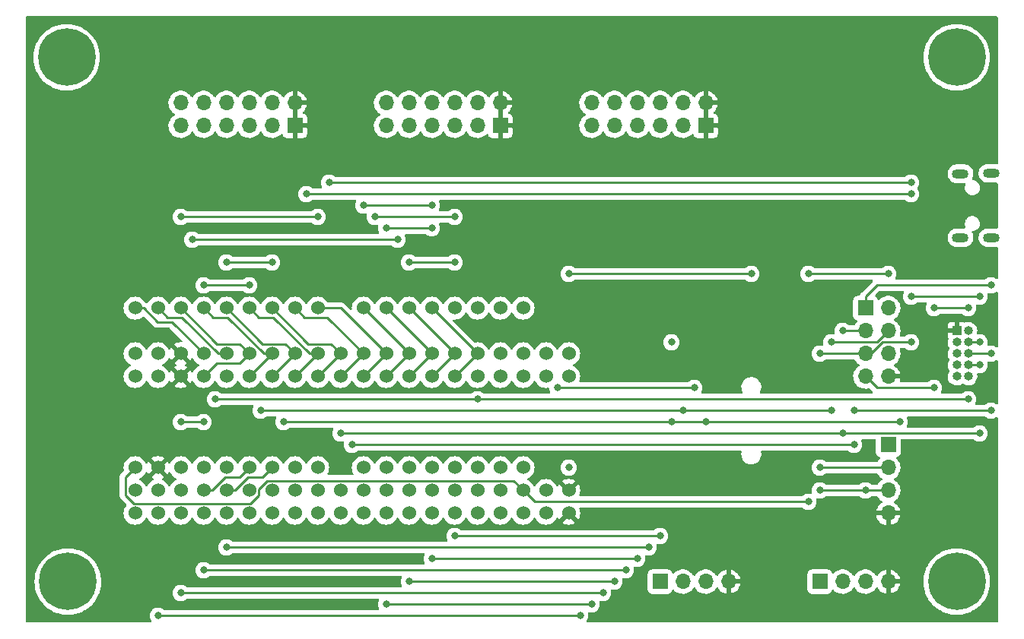
<source format=gbr>
%TF.GenerationSoftware,KiCad,Pcbnew,(6.0.1)*%
%TF.CreationDate,2022-02-05T13:32:01+01:00*%
%TF.ProjectId,ucdev_board,75636465-765f-4626-9f61-72642e6b6963,rev?*%
%TF.SameCoordinates,Original*%
%TF.FileFunction,Copper,L2,Bot*%
%TF.FilePolarity,Positive*%
%FSLAX46Y46*%
G04 Gerber Fmt 4.6, Leading zero omitted, Abs format (unit mm)*
G04 Created by KiCad (PCBNEW (6.0.1)) date 2022-02-05 13:32:01*
%MOMM*%
%LPD*%
G01*
G04 APERTURE LIST*
%TA.AperFunction,ComponentPad*%
%ADD10C,1.524000*%
%TD*%
%TA.AperFunction,ComponentPad*%
%ADD11R,1.700000X1.700000*%
%TD*%
%TA.AperFunction,ComponentPad*%
%ADD12O,1.700000X1.700000*%
%TD*%
%TA.AperFunction,ComponentPad*%
%ADD13C,0.800000*%
%TD*%
%TA.AperFunction,ComponentPad*%
%ADD14C,6.400000*%
%TD*%
%TA.AperFunction,ComponentPad*%
%ADD15O,1.850000X1.050000*%
%TD*%
%TA.AperFunction,ComponentPad*%
%ADD16R,1.000000X1.000000*%
%TD*%
%TA.AperFunction,ComponentPad*%
%ADD17O,1.000000X1.000000*%
%TD*%
%TA.AperFunction,ViaPad*%
%ADD18C,0.800000*%
%TD*%
%TA.AperFunction,Conductor*%
%ADD19C,0.250000*%
%TD*%
G04 APERTURE END LIST*
D10*
%TO.P,U1,1*%
%TO.N,Net-(U1-Pad1)*%
X66040000Y-55880000D03*
%TO.P,U1,2*%
%TO.N,GND*%
X68580000Y-55880000D03*
%TO.P,U1,3*%
%TO.N,3V3*%
X71120000Y-55880000D03*
%TO.P,U1,4*%
%TO.N,~{RST}*%
X73660000Y-55880000D03*
%TO.P,U1,5*%
%TO.N,B11*%
X76200000Y-55880000D03*
%TO.P,U1,6*%
%TO.N,B10*%
X78740000Y-55880000D03*
%TO.P,U1,7*%
%TO.N,B1*%
X81280000Y-55880000D03*
%TO.P,U1,8*%
%TO.N,B0*%
X83820000Y-55880000D03*
%TO.P,U1,9*%
%TO.N,A7*%
X86360000Y-55880000D03*
%TO.P,U1,10*%
%TO.N,A6*%
X88900000Y-55880000D03*
%TO.P,U1,11*%
%TO.N,A5*%
X91440000Y-55880000D03*
%TO.P,U1,12*%
%TO.N,A4*%
X93980000Y-55880000D03*
%TO.P,U1,13*%
%TO.N,A3*%
X96520000Y-55880000D03*
%TO.P,U1,14*%
%TO.N,A2*%
X99060000Y-55880000D03*
%TO.P,U1,15*%
%TO.N,A1*%
X101600000Y-55880000D03*
%TO.P,U1,16*%
%TO.N,A0*%
X104140000Y-55880000D03*
%TO.P,U1,17*%
%TO.N,Net-(U1-Pad17)*%
X106680000Y-55880000D03*
%TO.P,U1,18*%
%TO.N,Net-(U1-Pad18)*%
X109220000Y-55880000D03*
%TO.P,U1,19*%
%TO.N,C13*%
X111760000Y-55880000D03*
%TO.P,U1,20*%
%TO.N,VB*%
X114300000Y-55880000D03*
%TO.P,U1,21*%
%TO.N,3V3*%
X114300000Y-71120000D03*
%TO.P,U1,22*%
%TO.N,GND*%
X111760000Y-71120000D03*
%TO.P,U1,23*%
%TO.N,5V*%
X109220000Y-71120000D03*
%TO.P,U1,24*%
%TO.N,B9*%
X106680000Y-71120000D03*
%TO.P,U1,25*%
%TO.N,B8*%
X104140000Y-71120000D03*
%TO.P,U1,26*%
%TO.N,B7*%
X101600000Y-71120000D03*
%TO.P,U1,27*%
%TO.N,B6*%
X99060000Y-71120000D03*
%TO.P,U1,28*%
%TO.N,B5*%
X96520000Y-71120000D03*
%TO.P,U1,29*%
%TO.N,B4*%
X93980000Y-71120000D03*
%TO.P,U1,30*%
%TO.N,B3*%
X91440000Y-71120000D03*
%TO.P,U1,31*%
%TO.N,A15*%
X88900000Y-71120000D03*
%TO.P,U1,32*%
%TO.N,A12*%
X86360000Y-71120000D03*
%TO.P,U1,33*%
%TO.N,A11*%
X83820000Y-71120000D03*
%TO.P,U1,34*%
%TO.N,A10*%
X81280000Y-71120000D03*
%TO.P,U1,35*%
%TO.N,A9*%
X78740000Y-71120000D03*
%TO.P,U1,36*%
%TO.N,A8*%
X76200000Y-71120000D03*
%TO.P,U1,37*%
%TO.N,B15*%
X73660000Y-71120000D03*
%TO.P,U1,38*%
%TO.N,B14*%
X71120000Y-71120000D03*
%TO.P,U1,39*%
%TO.N,B13*%
X68580000Y-71120000D03*
%TO.P,U1,40*%
%TO.N,B12*%
X66040000Y-71120000D03*
%TD*%
%TO.P,U2,1*%
%TO.N,5V*%
X66040000Y-58420000D03*
%TO.P,U2,2*%
%TO.N,GND*%
X68580000Y-58420000D03*
%TO.P,U2,3*%
%TO.N,3V3*%
X71120000Y-58420000D03*
%TO.P,U2,4*%
%TO.N,B10*%
X73660000Y-58420000D03*
%TO.P,U2,5*%
%TO.N,B2*%
X76200000Y-58420000D03*
%TO.P,U2,6*%
%TO.N,B1*%
X78740000Y-58420000D03*
%TO.P,U2,7*%
%TO.N,B0*%
X81280000Y-58420000D03*
%TO.P,U2,8*%
%TO.N,A7*%
X83820000Y-58420000D03*
%TO.P,U2,9*%
%TO.N,A6*%
X86360000Y-58420000D03*
%TO.P,U2,10*%
%TO.N,A5*%
X88900000Y-58420000D03*
%TO.P,U2,11*%
%TO.N,A4*%
X91440000Y-58420000D03*
%TO.P,U2,12*%
%TO.N,A3*%
X93980000Y-58420000D03*
%TO.P,U2,13*%
%TO.N,A2*%
X96520000Y-58420000D03*
%TO.P,U2,14*%
%TO.N,A1*%
X99060000Y-58420000D03*
%TO.P,U2,15*%
%TO.N,A0*%
X101600000Y-58420000D03*
%TO.P,U2,16*%
%TO.N,~{RST}*%
X104140000Y-58420000D03*
%TO.P,U2,17*%
%TO.N,Net-(U2-Pad17)*%
X106680000Y-58420000D03*
%TO.P,U2,18*%
%TO.N,Net-(U2-Pad18)*%
X109220000Y-58420000D03*
%TO.P,U2,19*%
%TO.N,C13*%
X111760000Y-58420000D03*
%TO.P,U2,20*%
%TO.N,VB*%
X114300000Y-58420000D03*
%TO.P,U2,21*%
%TO.N,3V3*%
X114300000Y-73660000D03*
%TO.P,U2,22*%
%TO.N,GND*%
X111760000Y-73660000D03*
%TO.P,U2,23*%
%TO.N,5V*%
X109220000Y-73660000D03*
%TO.P,U2,24*%
%TO.N,B9*%
X106680000Y-73660000D03*
%TO.P,U2,25*%
%TO.N,B8*%
X104140000Y-73660000D03*
%TO.P,U2,26*%
%TO.N,B7*%
X101600000Y-73660000D03*
%TO.P,U2,27*%
%TO.N,B6*%
X99060000Y-73660000D03*
%TO.P,U2,28*%
%TO.N,B5*%
X96520000Y-73660000D03*
%TO.P,U2,29*%
%TO.N,B4*%
X93980000Y-73660000D03*
%TO.P,U2,30*%
%TO.N,B3*%
X91440000Y-73660000D03*
%TO.P,U2,31*%
%TO.N,A15*%
X88900000Y-73660000D03*
%TO.P,U2,32*%
%TO.N,A12*%
X86360000Y-73660000D03*
%TO.P,U2,33*%
%TO.N,A11*%
X83820000Y-73660000D03*
%TO.P,U2,34*%
%TO.N,A10*%
X81280000Y-73660000D03*
%TO.P,U2,35*%
%TO.N,A9*%
X78740000Y-73660000D03*
%TO.P,U2,36*%
%TO.N,A8*%
X76200000Y-73660000D03*
%TO.P,U2,37*%
%TO.N,B15*%
X73660000Y-73660000D03*
%TO.P,U2,38*%
%TO.N,B14*%
X71120000Y-73660000D03*
%TO.P,U2,39*%
%TO.N,B13*%
X68580000Y-73660000D03*
%TO.P,U2,40*%
%TO.N,B12*%
X66040000Y-73660000D03*
%TD*%
D11*
%TO.P,J2,1*%
%TO.N,GND*%
X149860000Y-66040000D03*
D12*
%TO.P,J2,2*%
%TO.N,JTCK*%
X149860000Y-68580000D03*
%TO.P,J2,3*%
%TO.N,JTMS*%
X149860000Y-71120000D03*
%TO.P,J2,4*%
%TO.N,3V3*%
X149860000Y-73660000D03*
%TD*%
D11*
%TO.P,J3,1*%
%TO.N,B3*%
X147320000Y-50800000D03*
D12*
%TO.P,J3,2*%
%TO.N,GND*%
X149860000Y-50800000D03*
%TO.P,J3,3*%
%TO.N,A15*%
X147320000Y-53340000D03*
%TO.P,J3,4*%
%TO.N,A9*%
X149860000Y-53340000D03*
%TO.P,J3,5*%
%TO.N,JTCK*%
X147320000Y-55880000D03*
%TO.P,J3,6*%
%TO.N,A10*%
X149860000Y-55880000D03*
%TO.P,J3,7*%
%TO.N,JTMS*%
X147320000Y-58420000D03*
%TO.P,J3,8*%
%TO.N,3V3*%
X149860000Y-58420000D03*
%TD*%
D11*
%TO.P,PMOD2,1*%
%TO.N,3V3*%
X83820000Y-30480000D03*
D12*
%TO.P,PMOD2,2*%
X83820000Y-27940000D03*
%TO.P,PMOD2,3*%
%TO.N,GND*%
X81280000Y-30480000D03*
%TO.P,PMOD2,4*%
X81280000Y-27940000D03*
%TO.P,PMOD2,5*%
%TO.N,A5*%
X78740000Y-30480000D03*
%TO.P,PMOD2,6*%
%TO.N,B0*%
X78740000Y-27940000D03*
%TO.P,PMOD2,7*%
%TO.N,A6*%
X76200000Y-30480000D03*
%TO.P,PMOD2,8*%
%TO.N,B1*%
X76200000Y-27940000D03*
%TO.P,PMOD2,9*%
%TO.N,A7*%
X73660000Y-30480000D03*
%TO.P,PMOD2,10*%
%TO.N,B10*%
X73660000Y-27940000D03*
%TO.P,PMOD2,11*%
%TO.N,A4*%
X71120000Y-30480000D03*
%TO.P,PMOD2,12*%
%TO.N,B11*%
X71120000Y-27940000D03*
%TD*%
D11*
%TO.P,PMOD3,1*%
%TO.N,3V3*%
X106680000Y-30480000D03*
D12*
%TO.P,PMOD3,2*%
X106680000Y-27940000D03*
%TO.P,PMOD3,3*%
%TO.N,GND*%
X104140000Y-30480000D03*
%TO.P,PMOD3,4*%
X104140000Y-27940000D03*
%TO.P,PMOD3,5*%
%TO.N,A1*%
X101600000Y-30480000D03*
%TO.P,PMOD3,6*%
%TO.N,B9*%
X101600000Y-27940000D03*
%TO.P,PMOD3,7*%
%TO.N,A3*%
X99060000Y-30480000D03*
%TO.P,PMOD3,8*%
%TO.N,B8*%
X99060000Y-27940000D03*
%TO.P,PMOD3,9*%
%TO.N,A2*%
X96520000Y-30480000D03*
%TO.P,PMOD3,10*%
%TO.N,B12*%
X96520000Y-27940000D03*
%TO.P,PMOD3,11*%
%TO.N,A0*%
X93980000Y-30480000D03*
%TO.P,PMOD3,12*%
%TO.N,C13*%
X93980000Y-27940000D03*
%TD*%
D11*
%TO.P,PMOD4,1*%
%TO.N,3V3*%
X129540000Y-30480000D03*
D12*
%TO.P,PMOD4,2*%
X129540000Y-27940000D03*
%TO.P,PMOD4,3*%
%TO.N,GND*%
X127000000Y-30480000D03*
%TO.P,PMOD4,4*%
X127000000Y-27940000D03*
%TO.P,PMOD4,5*%
%TO.N,B7*%
X124460000Y-30480000D03*
%TO.P,PMOD4,6*%
%TO.N,A8*%
X124460000Y-27940000D03*
%TO.P,PMOD4,7*%
%TO.N,B6*%
X121920000Y-30480000D03*
%TO.P,PMOD4,8*%
%TO.N,B15*%
X121920000Y-27940000D03*
%TO.P,PMOD4,9*%
%TO.N,B5*%
X119380000Y-30480000D03*
%TO.P,PMOD4,10*%
%TO.N,B14*%
X119380000Y-27940000D03*
%TO.P,PMOD4,11*%
%TO.N,B4*%
X116840000Y-30480000D03*
%TO.P,PMOD4,12*%
%TO.N,B13*%
X116840000Y-27940000D03*
%TD*%
D13*
%TO.P,H1,1*%
%TO.N,N/C*%
X58420000Y-20460000D03*
X56722944Y-21162944D03*
X56722944Y-24557056D03*
X60820000Y-22860000D03*
D14*
X58420000Y-22860000D03*
D13*
X60117056Y-24557056D03*
X58420000Y-25260000D03*
X60117056Y-21162944D03*
X56020000Y-22860000D03*
%TD*%
%TO.P,H2,1*%
%TO.N,N/C*%
X159177056Y-21162944D03*
X155080000Y-22860000D03*
X155782944Y-21162944D03*
X157480000Y-20460000D03*
X159880000Y-22860000D03*
D14*
X157480000Y-22860000D03*
D13*
X157480000Y-25260000D03*
X159177056Y-24557056D03*
X155782944Y-24557056D03*
%TD*%
D14*
%TO.P,H3,1*%
%TO.N,N/C*%
X58560000Y-81280000D03*
D13*
X56160000Y-81280000D03*
X56862944Y-82977056D03*
X60257056Y-79582944D03*
X58560000Y-83680000D03*
X60960000Y-81280000D03*
X60257056Y-82977056D03*
X58560000Y-78880000D03*
X56862944Y-79582944D03*
%TD*%
D15*
%TO.P,J8,6*%
%TO.N,GND*%
X161350000Y-42945000D03*
X157900000Y-35820000D03*
X157900000Y-42945000D03*
X161350000Y-35795000D03*
%TD*%
D16*
%TO.P,J5,1*%
%TO.N,3V3*%
X157480000Y-53340000D03*
D17*
%TO.P,J5,2*%
%TO.N,JTMS*%
X158750000Y-53340000D03*
%TO.P,J5,3*%
%TO.N,GND*%
X157480000Y-54610000D03*
%TO.P,J5,4*%
%TO.N,JTCK*%
X158750000Y-54610000D03*
%TO.P,J5,5*%
%TO.N,GND*%
X157480000Y-55880000D03*
%TO.P,J5,6*%
%TO.N,B3*%
X158750000Y-55880000D03*
%TO.P,J5,7*%
%TO.N,Net-(J5-Pad7)*%
X157480000Y-57150000D03*
%TO.P,J5,8*%
%TO.N,A15*%
X158750000Y-57150000D03*
%TO.P,J5,9*%
%TO.N,GND*%
X157480000Y-58420000D03*
%TO.P,J5,10*%
%TO.N,~{RST}*%
X158750000Y-58420000D03*
%TD*%
D10*
%TO.P,U3,1*%
%TO.N,~{RST}*%
X66040000Y-50800000D03*
%TO.P,U3,2*%
%TO.N,B11*%
X68580000Y-50800000D03*
%TO.P,U3,3*%
%TO.N,B10*%
X71120000Y-50800000D03*
%TO.P,U3,4*%
%TO.N,B1*%
X73660000Y-50800000D03*
%TO.P,U3,5*%
%TO.N,B0*%
X76200000Y-50800000D03*
%TO.P,U3,6*%
%TO.N,A7*%
X78740000Y-50800000D03*
%TO.P,U3,7*%
%TO.N,A6*%
X81280000Y-50800000D03*
%TO.P,U3,8*%
%TO.N,A5*%
X83820000Y-50800000D03*
%TO.P,U3,9*%
%TO.N,A4*%
X86360000Y-50800000D03*
%TO.P,U3,10*%
%TO.N,A3*%
X91440000Y-50800000D03*
%TO.P,U3,11*%
%TO.N,A2*%
X93980000Y-50800000D03*
%TO.P,U3,12*%
%TO.N,A1*%
X96520000Y-50800000D03*
%TO.P,U3,13*%
%TO.N,A0*%
X99060000Y-50800000D03*
%TO.P,U3,14*%
%TO.N,C13*%
X101600000Y-50800000D03*
%TO.P,U3,15*%
%TO.N,Net-(U3-Pad15)*%
X104140000Y-50800000D03*
%TO.P,U3,16*%
%TO.N,Net-(U3-Pad16)*%
X106680000Y-50800000D03*
%TO.P,U3,17*%
%TO.N,VB*%
X109220000Y-50800000D03*
%TO.P,U3,18*%
%TO.N,GND*%
X109220000Y-68580000D03*
%TO.P,U3,19*%
X106680000Y-68580000D03*
%TO.P,U3,20*%
%TO.N,B9*%
X104140000Y-68580000D03*
%TO.P,U3,21*%
%TO.N,B8*%
X101600000Y-68580000D03*
%TO.P,U3,22*%
%TO.N,B7*%
X99060000Y-68580000D03*
%TO.P,U3,23*%
%TO.N,B6*%
X96520000Y-68580000D03*
%TO.P,U3,24*%
%TO.N,B5*%
X93980000Y-68580000D03*
%TO.P,U3,25*%
%TO.N,B4*%
X91440000Y-68580000D03*
%TO.P,U3,26*%
%TO.N,A12*%
X86360000Y-68580000D03*
%TO.P,U3,27*%
%TO.N,A11*%
X83820000Y-68580000D03*
%TO.P,U3,28*%
%TO.N,A8*%
X81280000Y-68580000D03*
%TO.P,U3,29*%
%TO.N,B15*%
X78740000Y-68580000D03*
%TO.P,U3,30*%
%TO.N,B14*%
X76200000Y-68580000D03*
%TO.P,U3,31*%
%TO.N,B13*%
X73660000Y-68580000D03*
%TO.P,U3,32*%
%TO.N,B12*%
X71120000Y-68580000D03*
%TO.P,U3,33*%
%TO.N,3V3*%
X68580000Y-68580000D03*
%TO.P,U3,34*%
%TO.N,5V*%
X66040000Y-68580000D03*
%TD*%
D13*
%TO.P,H4,1*%
%TO.N,N/C*%
X157480000Y-78880000D03*
X155782944Y-79582944D03*
X155080000Y-81280000D03*
D14*
X157480000Y-81280000D03*
D13*
X159177056Y-82977056D03*
X159880000Y-81280000D03*
X157480000Y-83680000D03*
X155782944Y-82977056D03*
X159177056Y-79582944D03*
%TD*%
D11*
%TO.P,J1,1*%
%TO.N,GND*%
X124460000Y-81280000D03*
D12*
%TO.P,J1,2*%
%TO.N,A9*%
X127000000Y-81280000D03*
%TO.P,J1,3*%
%TO.N,A10*%
X129540000Y-81280000D03*
%TO.P,J1,4*%
%TO.N,3V3*%
X132080000Y-81280000D03*
%TD*%
D11*
%TO.P,J4,1*%
%TO.N,JTMS*%
X142240000Y-81280000D03*
D12*
%TO.P,J4,2*%
%TO.N,GND*%
X144780000Y-81280000D03*
%TO.P,J4,3*%
%TO.N,JTCK*%
X147320000Y-81280000D03*
%TO.P,J4,4*%
%TO.N,3V3*%
X149860000Y-81280000D03*
%TD*%
D18*
%TO.N,B12*%
X72390000Y-43180000D03*
X95250000Y-43180000D03*
%TO.N,B13*%
X115570000Y-85090000D03*
X68580000Y-85090000D03*
%TO.N,B14*%
X71120000Y-82550000D03*
X118110000Y-82550000D03*
%TO.N,B15*%
X73660000Y-80010000D03*
X120650000Y-80010000D03*
%TO.N,A8*%
X76200000Y-77470000D03*
X123190000Y-77470000D03*
%TO.N,A9*%
X127000000Y-62230000D03*
X80010000Y-62230000D03*
X143510000Y-54610000D03*
X143510000Y-62230000D03*
%TO.N,A10*%
X125730000Y-54610000D03*
X125730000Y-63500000D03*
X151130000Y-63500000D03*
X129540000Y-63500000D03*
X82550000Y-63500000D03*
%TO.N,A11*%
X152400000Y-38100000D03*
X85090000Y-38100000D03*
%TO.N,A12*%
X87630000Y-36830000D03*
X152400000Y-36830000D03*
%TO.N,A15*%
X160020000Y-57150000D03*
X160020000Y-64770000D03*
X144780000Y-64770000D03*
X144780000Y-53340000D03*
X88900000Y-64770000D03*
%TO.N,B3*%
X90170000Y-66040000D03*
X161290000Y-48260000D03*
X161290000Y-55880000D03*
X146050000Y-66040000D03*
X161290000Y-62230000D03*
X146050000Y-62230000D03*
%TO.N,B4*%
X93980000Y-83820000D03*
X116840000Y-83820000D03*
%TO.N,B5*%
X96520000Y-81280000D03*
X119380000Y-81280000D03*
%TO.N,B6*%
X99060000Y-78740000D03*
X121920000Y-78740000D03*
%TO.N,B7*%
X124460000Y-76200000D03*
X101600000Y-76200000D03*
%TO.N,5V*%
X149860000Y-46990000D03*
X140970000Y-46990000D03*
X140970000Y-72390000D03*
%TO.N,GND*%
X114300000Y-68580000D03*
X73660000Y-63500000D03*
X71120000Y-63500000D03*
X128270000Y-59690000D03*
X113030000Y-59690000D03*
%TO.N,3V3*%
X152400000Y-66040000D03*
X157480000Y-46990000D03*
X152400000Y-58420000D03*
X134620000Y-41910000D03*
%TO.N,VB*%
X114300000Y-46990000D03*
X134620000Y-46990000D03*
%TO.N,C13*%
X92710000Y-40640000D03*
X101600000Y-40640000D03*
%TO.N,A0*%
X93980000Y-41910000D03*
X99060000Y-41910000D03*
%TO.N,A1*%
X101600000Y-45720000D03*
X96520000Y-45720000D03*
%TO.N,A3*%
X91440000Y-39370000D03*
X99060000Y-39370000D03*
%TO.N,A4*%
X71120000Y-40640000D03*
X86360000Y-40640000D03*
%TO.N,A6*%
X76200000Y-45720000D03*
X81280000Y-45720000D03*
%TO.N,A7*%
X73660000Y-48260000D03*
X78740000Y-48260000D03*
%TO.N,~{RST}*%
X104140000Y-60960000D03*
X74930000Y-60960000D03*
X158750000Y-60960000D03*
%TO.N,JTMS*%
X147320000Y-71120000D03*
X154940000Y-50800000D03*
X142240000Y-71120000D03*
X154940000Y-59690000D03*
X158750000Y-50800000D03*
%TO.N,JTCK*%
X152400000Y-54610000D03*
X142240000Y-55880000D03*
X160020000Y-54610000D03*
X142240000Y-68580000D03*
X160020000Y-49530000D03*
X152400000Y-49530000D03*
%TD*%
D19*
%TO.N,B12*%
X95250000Y-43180000D02*
X72390000Y-43180000D01*
%TO.N,B13*%
X68580000Y-85090000D02*
X72390000Y-85090000D01*
X115570000Y-85090000D02*
X72390000Y-85090000D01*
%TO.N,B14*%
X118110000Y-82550000D02*
X71120000Y-82550000D01*
%TO.N,B15*%
X74591238Y-71120000D02*
X76044237Y-69667001D01*
X77652999Y-69667001D02*
X78740000Y-68580000D01*
X74591238Y-71120000D02*
X73660000Y-71120000D01*
X76044237Y-69667001D02*
X77652999Y-69667001D01*
X120650000Y-80010000D02*
X73660000Y-80010000D01*
%TO.N,A8*%
X78584237Y-69667001D02*
X80192999Y-69667001D01*
X80192999Y-69667001D02*
X81280000Y-68580000D01*
X77131238Y-71120000D02*
X78584237Y-69667001D01*
X123190000Y-77470000D02*
X76200000Y-77470000D01*
X77131238Y-71120000D02*
X76200000Y-71120000D01*
%TO.N,A9*%
X148590000Y-54610000D02*
X143510000Y-54610000D01*
X125533002Y-62230000D02*
X82550000Y-62230000D01*
X149860000Y-53340000D02*
X148590000Y-54610000D01*
X80010000Y-62230000D02*
X82550000Y-62230000D01*
X127000000Y-62230000D02*
X143510000Y-62230000D01*
X125533002Y-62230000D02*
X127000000Y-62230000D01*
%TO.N,A10*%
X125730000Y-63500000D02*
X82550000Y-63500000D01*
X125730000Y-63500000D02*
X125730000Y-63500000D01*
X129540000Y-63500000D02*
X151130000Y-63500000D01*
X129540000Y-63500000D02*
X125730000Y-63500000D01*
%TO.N,A11*%
X85090000Y-38100000D02*
X152400000Y-38100000D01*
%TO.N,A12*%
X87630000Y-36830000D02*
X152400000Y-36830000D01*
%TO.N,A15*%
X158750000Y-57150000D02*
X160020000Y-57150000D01*
X88900000Y-64770000D02*
X144780000Y-64770000D01*
X144780000Y-53340000D02*
X147320000Y-53340000D01*
X160020000Y-64770000D02*
X144780000Y-64770000D01*
%TO.N,B3*%
X147320000Y-49530000D02*
X148590000Y-48260000D01*
X90170000Y-66040000D02*
X91440000Y-66040000D01*
X146050000Y-62230000D02*
X161290000Y-62230000D01*
X161290000Y-55880000D02*
X158750000Y-55880000D01*
X148590000Y-48260000D02*
X161290000Y-48260000D01*
X147320000Y-50800000D02*
X147320000Y-49530000D01*
X91440000Y-66040000D02*
X146050000Y-66040000D01*
%TO.N,B4*%
X116840000Y-83820000D02*
X93980000Y-83820000D01*
%TO.N,B5*%
X119380000Y-81280000D02*
X96520000Y-81280000D01*
%TO.N,B6*%
X121920000Y-78740000D02*
X99060000Y-78740000D01*
%TO.N,B7*%
X124460000Y-76200000D02*
X101600000Y-76200000D01*
%TO.N,5V*%
X79827001Y-70964237D02*
X80758239Y-70032999D01*
X80758239Y-70032999D02*
X108132999Y-70032999D01*
X64952999Y-71641761D02*
X65884237Y-72572999D01*
X65884237Y-72572999D02*
X78895763Y-72572999D01*
X108132999Y-70032999D02*
X109220000Y-71120000D01*
X140970000Y-72390000D02*
X110490000Y-72390000D01*
X149860000Y-46990000D02*
X140970000Y-46990000D01*
X79827001Y-71641761D02*
X79827001Y-70964237D01*
X66040000Y-68580000D02*
X64952999Y-69667001D01*
X78895763Y-72572999D02*
X79827001Y-71641761D01*
X64952999Y-69667001D02*
X64952999Y-71641761D01*
X110490000Y-72390000D02*
X109220000Y-71120000D01*
%TO.N,GND*%
X73660000Y-63500000D02*
X71120000Y-63500000D01*
X128270000Y-59690000D02*
X113030000Y-59690000D01*
%TO.N,VB*%
X134620000Y-46990000D02*
X114300000Y-46990000D01*
%TO.N,C13*%
X92710000Y-40640000D02*
X101600000Y-40640000D01*
%TO.N,A0*%
X104140000Y-55880000D02*
X99060000Y-50800000D01*
X101600000Y-58420000D02*
X104140000Y-55880000D01*
X93980000Y-41910000D02*
X99060000Y-41910000D01*
%TO.N,A1*%
X99060000Y-58420000D02*
X101600000Y-55880000D01*
X101600000Y-45720000D02*
X96520000Y-45720000D01*
X101600000Y-55880000D02*
X96520000Y-50800000D01*
%TO.N,A2*%
X96520000Y-58420000D02*
X99060000Y-55880000D01*
X99060000Y-55880000D02*
X93980000Y-50800000D01*
%TO.N,A3*%
X99060000Y-39370000D02*
X91440000Y-39370000D01*
X93980000Y-58420000D02*
X96520000Y-55880000D01*
X96520000Y-55880000D02*
X91440000Y-50800000D01*
%TO.N,A4*%
X86360000Y-40640000D02*
X81280000Y-40640000D01*
X88900000Y-50800000D02*
X86360000Y-50800000D01*
X91440000Y-58420000D02*
X93980000Y-55880000D01*
X93980000Y-55880000D02*
X88900000Y-50800000D01*
X81280000Y-40640000D02*
X71120000Y-40640000D01*
%TO.N,A5*%
X87447001Y-51887001D02*
X84907001Y-51887001D01*
X88900000Y-58420000D02*
X91440000Y-55880000D01*
X84907001Y-51887001D02*
X83820000Y-50800000D01*
X91440000Y-55880000D02*
X87447001Y-51887001D01*
%TO.N,A6*%
X86360000Y-58420000D02*
X88900000Y-55880000D01*
X81280000Y-45720000D02*
X76200000Y-45720000D01*
X87812999Y-54792999D02*
X85272999Y-54792999D01*
X85272999Y-54792999D02*
X81280000Y-50800000D01*
X88900000Y-55880000D02*
X87812999Y-54792999D01*
%TO.N,A7*%
X81435763Y-51887001D02*
X79827001Y-51887001D01*
X83820000Y-58420000D02*
X86360000Y-55880000D01*
X78740000Y-48260000D02*
X73660000Y-48260000D01*
X79827001Y-51887001D02*
X78740000Y-50800000D01*
X86360000Y-55880000D02*
X85428762Y-55880000D01*
X85428762Y-55880000D02*
X81435763Y-51887001D01*
%TO.N,B0*%
X80192999Y-54792999D02*
X76200000Y-50800000D01*
X83820000Y-55880000D02*
X82732999Y-54792999D01*
X81280000Y-58420000D02*
X83820000Y-55880000D01*
X82732999Y-54792999D02*
X80192999Y-54792999D01*
%TO.N,B1*%
X74747001Y-51887001D02*
X73660000Y-50800000D01*
X78740000Y-58420000D02*
X81280000Y-55880000D01*
X81280000Y-55880000D02*
X80348762Y-55880000D01*
X76355763Y-51887001D02*
X74747001Y-51887001D01*
X80348762Y-55880000D02*
X76355763Y-51887001D01*
%TO.N,B10*%
X77652999Y-56967001D02*
X78740000Y-55880000D01*
X77652999Y-54792999D02*
X75112999Y-54792999D01*
X75112999Y-54792999D02*
X71120000Y-50800000D01*
X78740000Y-55880000D02*
X77652999Y-54792999D01*
X73660000Y-58420000D02*
X75112999Y-56967001D01*
X75112999Y-56967001D02*
X77652999Y-56967001D01*
%TO.N,B11*%
X75268762Y-55880000D02*
X71275763Y-51887001D01*
X69667001Y-51887001D02*
X68580000Y-50800000D01*
X76200000Y-55880000D02*
X75268762Y-55880000D01*
X71275763Y-51887001D02*
X69667001Y-51887001D01*
%TO.N,~{RST}*%
X127893000Y-60960000D02*
X158750000Y-60960000D01*
X66971238Y-50800000D02*
X66040000Y-50800000D01*
X73660000Y-55880000D02*
X70117011Y-52337011D01*
X74930000Y-60960000D02*
X104140000Y-60960000D01*
X68508249Y-52337011D02*
X66971238Y-50800000D01*
X104140000Y-60960000D02*
X127893000Y-60960000D01*
X70117011Y-52337011D02*
X68508249Y-52337011D01*
%TO.N,JTMS*%
X147320000Y-58420000D02*
X148590000Y-59690000D01*
X149860000Y-71120000D02*
X142240000Y-71120000D01*
X154940000Y-50800000D02*
X158750000Y-50800000D01*
X148590000Y-59690000D02*
X154940000Y-59690000D01*
%TO.N,JTCK*%
X147320000Y-55880000D02*
X142240000Y-55880000D01*
X149225718Y-54610000D02*
X147955718Y-55880000D01*
X158750000Y-54610000D02*
X160020000Y-54610000D01*
X160020000Y-49530000D02*
X152400000Y-49530000D01*
X152400000Y-54610000D02*
X149225718Y-54610000D01*
X147955718Y-55880000D02*
X147320000Y-55880000D01*
X142240000Y-68580000D02*
X149860000Y-68580000D01*
%TD*%
%TA.AperFunction,Conductor*%
%TO.N,3V3*%
G36*
X161994121Y-18308002D02*
G01*
X162040614Y-18361658D01*
X162052000Y-18414000D01*
X162052000Y-34647925D01*
X162031998Y-34716046D01*
X161978342Y-34762539D01*
X161911955Y-34773140D01*
X161882947Y-34769886D01*
X161808183Y-34761500D01*
X160898996Y-34761500D01*
X160748287Y-34776277D01*
X160554258Y-34834858D01*
X160375302Y-34930010D01*
X160370528Y-34933904D01*
X160370526Y-34933905D01*
X160329852Y-34967078D01*
X160218237Y-35058110D01*
X160214310Y-35062857D01*
X160214308Y-35062859D01*
X160092973Y-35209528D01*
X160092971Y-35209531D01*
X160089044Y-35214278D01*
X159992644Y-35392565D01*
X159932710Y-35586180D01*
X159932066Y-35592305D01*
X159932066Y-35592306D01*
X159928587Y-35625404D01*
X159911524Y-35787750D01*
X159912083Y-35793890D01*
X159927555Y-35963891D01*
X159929894Y-35989596D01*
X159931632Y-35995502D01*
X159931633Y-35995506D01*
X159945542Y-36042763D01*
X159987119Y-36184029D01*
X159989972Y-36189486D01*
X159989973Y-36189489D01*
X160003043Y-36214489D01*
X160081019Y-36363645D01*
X160084879Y-36368445D01*
X160084879Y-36368446D01*
X160104274Y-36392568D01*
X160208019Y-36521601D01*
X160363281Y-36651881D01*
X160368673Y-36654845D01*
X160368677Y-36654848D01*
X160535494Y-36746556D01*
X160540891Y-36749523D01*
X160734084Y-36810807D01*
X160740201Y-36811493D01*
X160740205Y-36811494D01*
X160814348Y-36819810D01*
X160891817Y-36828500D01*
X161801004Y-36828500D01*
X161863518Y-36822370D01*
X161913705Y-36817450D01*
X161983452Y-36830710D01*
X162034959Y-36879573D01*
X162052000Y-36942849D01*
X162052000Y-41797925D01*
X162031998Y-41866046D01*
X161978342Y-41912539D01*
X161911955Y-41923140D01*
X161866861Y-41918082D01*
X161808183Y-41911500D01*
X160898996Y-41911500D01*
X160748287Y-41926277D01*
X160554258Y-41984858D01*
X160375302Y-42080010D01*
X160218237Y-42208110D01*
X160214310Y-42212857D01*
X160214308Y-42212859D01*
X160092973Y-42359528D01*
X160092971Y-42359531D01*
X160089044Y-42364278D01*
X159992644Y-42542565D01*
X159975975Y-42596413D01*
X159943564Y-42701118D01*
X159932710Y-42736180D01*
X159911524Y-42937750D01*
X159929894Y-43139596D01*
X159931632Y-43145502D01*
X159931633Y-43145506D01*
X159973251Y-43286909D01*
X159987119Y-43334029D01*
X159989972Y-43339486D01*
X159989973Y-43339489D01*
X159994127Y-43347435D01*
X160081019Y-43513645D01*
X160084879Y-43518445D01*
X160084879Y-43518446D01*
X160090729Y-43525722D01*
X160208019Y-43671601D01*
X160363281Y-43801881D01*
X160368673Y-43804845D01*
X160368677Y-43804848D01*
X160420799Y-43833502D01*
X160540891Y-43899523D01*
X160734084Y-43960807D01*
X160740201Y-43961493D01*
X160740205Y-43961494D01*
X160814348Y-43969810D01*
X160891817Y-43978500D01*
X161801004Y-43978500D01*
X161863518Y-43972370D01*
X161913705Y-43967450D01*
X161983452Y-43980710D01*
X162034959Y-44029573D01*
X162052000Y-44092849D01*
X162052000Y-47443369D01*
X162031998Y-47511490D01*
X161978342Y-47557983D01*
X161908068Y-47568087D01*
X161851939Y-47545305D01*
X161752094Y-47472763D01*
X161752093Y-47472762D01*
X161746752Y-47468882D01*
X161740724Y-47466198D01*
X161740722Y-47466197D01*
X161578319Y-47393891D01*
X161578318Y-47393891D01*
X161572288Y-47391206D01*
X161459721Y-47367279D01*
X161391944Y-47352872D01*
X161391939Y-47352872D01*
X161385487Y-47351500D01*
X161194513Y-47351500D01*
X161188061Y-47352872D01*
X161188056Y-47352872D01*
X161120279Y-47367279D01*
X161007712Y-47391206D01*
X161001682Y-47393891D01*
X161001681Y-47393891D01*
X160839278Y-47466197D01*
X160839276Y-47466198D01*
X160833248Y-47468882D01*
X160827907Y-47472762D01*
X160827906Y-47472763D01*
X160728061Y-47545305D01*
X160678747Y-47581134D01*
X160674332Y-47586037D01*
X160669420Y-47590460D01*
X160668295Y-47589211D01*
X160614986Y-47622051D01*
X160581800Y-47626500D01*
X150759800Y-47626500D01*
X150691679Y-47606498D01*
X150645186Y-47552842D01*
X150635082Y-47482568D01*
X150650681Y-47437500D01*
X150691223Y-47367279D01*
X150691224Y-47367278D01*
X150694527Y-47361556D01*
X150753542Y-47179928D01*
X150773504Y-46990000D01*
X150753542Y-46800072D01*
X150694527Y-46618444D01*
X150599040Y-46453056D01*
X150553744Y-46402749D01*
X150475675Y-46316045D01*
X150475674Y-46316044D01*
X150471253Y-46311134D01*
X150316752Y-46198882D01*
X150310724Y-46196198D01*
X150310722Y-46196197D01*
X150148319Y-46123891D01*
X150148318Y-46123891D01*
X150142288Y-46121206D01*
X150029721Y-46097279D01*
X149961944Y-46082872D01*
X149961939Y-46082872D01*
X149955487Y-46081500D01*
X149764513Y-46081500D01*
X149758061Y-46082872D01*
X149758056Y-46082872D01*
X149690279Y-46097279D01*
X149577712Y-46121206D01*
X149571682Y-46123891D01*
X149571681Y-46123891D01*
X149409278Y-46196197D01*
X149409276Y-46196198D01*
X149403248Y-46198882D01*
X149397907Y-46202762D01*
X149397906Y-46202763D01*
X149270329Y-46295454D01*
X149248747Y-46311134D01*
X149244332Y-46316037D01*
X149239420Y-46320460D01*
X149238295Y-46319211D01*
X149184986Y-46352051D01*
X149151800Y-46356500D01*
X141678200Y-46356500D01*
X141610079Y-46336498D01*
X141590853Y-46320157D01*
X141590580Y-46320460D01*
X141585668Y-46316037D01*
X141581253Y-46311134D01*
X141559671Y-46295454D01*
X141432094Y-46202763D01*
X141432093Y-46202762D01*
X141426752Y-46198882D01*
X141420724Y-46196198D01*
X141420722Y-46196197D01*
X141258319Y-46123891D01*
X141258318Y-46123891D01*
X141252288Y-46121206D01*
X141139721Y-46097279D01*
X141071944Y-46082872D01*
X141071939Y-46082872D01*
X141065487Y-46081500D01*
X140874513Y-46081500D01*
X140868061Y-46082872D01*
X140868056Y-46082872D01*
X140800279Y-46097279D01*
X140687712Y-46121206D01*
X140681682Y-46123891D01*
X140681681Y-46123891D01*
X140519278Y-46196197D01*
X140519276Y-46196198D01*
X140513248Y-46198882D01*
X140358747Y-46311134D01*
X140354326Y-46316044D01*
X140354325Y-46316045D01*
X140276257Y-46402749D01*
X140230960Y-46453056D01*
X140135473Y-46618444D01*
X140076458Y-46800072D01*
X140056496Y-46990000D01*
X140076458Y-47179928D01*
X140135473Y-47361556D01*
X140230960Y-47526944D01*
X140235378Y-47531851D01*
X140235379Y-47531852D01*
X140321727Y-47627751D01*
X140358747Y-47668866D01*
X140402216Y-47700448D01*
X140488069Y-47762824D01*
X140513248Y-47781118D01*
X140519276Y-47783802D01*
X140519278Y-47783803D01*
X140642344Y-47838595D01*
X140687712Y-47858794D01*
X140781112Y-47878647D01*
X140868056Y-47897128D01*
X140868061Y-47897128D01*
X140874513Y-47898500D01*
X141065487Y-47898500D01*
X141071939Y-47897128D01*
X141071944Y-47897128D01*
X141158888Y-47878647D01*
X141252288Y-47858794D01*
X141297656Y-47838595D01*
X141420722Y-47783803D01*
X141420724Y-47783802D01*
X141426752Y-47781118D01*
X141451932Y-47762824D01*
X141574211Y-47673982D01*
X141581253Y-47668866D01*
X141585668Y-47663963D01*
X141590580Y-47659540D01*
X141591705Y-47660789D01*
X141645014Y-47627949D01*
X141678200Y-47623500D01*
X148026405Y-47623500D01*
X148094526Y-47643502D01*
X148141019Y-47697158D01*
X148151123Y-47767432D01*
X148121629Y-47832012D01*
X148115500Y-47838595D01*
X146927747Y-49026348D01*
X146919461Y-49033888D01*
X146912982Y-49038000D01*
X146907557Y-49043777D01*
X146866357Y-49087651D01*
X146863602Y-49090493D01*
X146843865Y-49110230D01*
X146841385Y-49113427D01*
X146833682Y-49122447D01*
X146803414Y-49154679D01*
X146799595Y-49161625D01*
X146799593Y-49161628D01*
X146793652Y-49172434D01*
X146782801Y-49188953D01*
X146770386Y-49204959D01*
X146767241Y-49212228D01*
X146767238Y-49212232D01*
X146752826Y-49245537D01*
X146747609Y-49256187D01*
X146726305Y-49294940D01*
X146724334Y-49302615D01*
X146724334Y-49302616D01*
X146721267Y-49314562D01*
X146714863Y-49333266D01*
X146706819Y-49351855D01*
X146706616Y-49353140D01*
X146669989Y-49410489D01*
X146605493Y-49440166D01*
X146587206Y-49441500D01*
X146421866Y-49441500D01*
X146359684Y-49448255D01*
X146223295Y-49499385D01*
X146106739Y-49586739D01*
X146019385Y-49703295D01*
X145968255Y-49839684D01*
X145961500Y-49901866D01*
X145961500Y-51698134D01*
X145968255Y-51760316D01*
X146019385Y-51896705D01*
X146106739Y-52013261D01*
X146223295Y-52100615D01*
X146231704Y-52103767D01*
X146231705Y-52103768D01*
X146340451Y-52144535D01*
X146397216Y-52187176D01*
X146421916Y-52253738D01*
X146406709Y-52323087D01*
X146387316Y-52349568D01*
X146282366Y-52459392D01*
X146260629Y-52482138D01*
X146257720Y-52486403D01*
X146257714Y-52486411D01*
X146145095Y-52651504D01*
X146090184Y-52696507D01*
X146041007Y-52706500D01*
X145488200Y-52706500D01*
X145420079Y-52686498D01*
X145400853Y-52670157D01*
X145400580Y-52670460D01*
X145395668Y-52666037D01*
X145391253Y-52661134D01*
X145309788Y-52601946D01*
X145242094Y-52552763D01*
X145242093Y-52552762D01*
X145236752Y-52548882D01*
X145230724Y-52546198D01*
X145230722Y-52546197D01*
X145068319Y-52473891D01*
X145068318Y-52473891D01*
X145062288Y-52471206D01*
X144968887Y-52451353D01*
X144881944Y-52432872D01*
X144881939Y-52432872D01*
X144875487Y-52431500D01*
X144684513Y-52431500D01*
X144678061Y-52432872D01*
X144678056Y-52432872D01*
X144591113Y-52451353D01*
X144497712Y-52471206D01*
X144491682Y-52473891D01*
X144491681Y-52473891D01*
X144329278Y-52546197D01*
X144329276Y-52546198D01*
X144323248Y-52548882D01*
X144168747Y-52661134D01*
X144164326Y-52666044D01*
X144164325Y-52666045D01*
X144054054Y-52788514D01*
X144040960Y-52803056D01*
X144013045Y-52851406D01*
X143950628Y-52959516D01*
X143945473Y-52968444D01*
X143886458Y-53150072D01*
X143866496Y-53340000D01*
X143867186Y-53346565D01*
X143873844Y-53409908D01*
X143886458Y-53529928D01*
X143888498Y-53536206D01*
X143899746Y-53570824D01*
X143901774Y-53641791D01*
X143865111Y-53702589D01*
X143801399Y-53733915D01*
X143753716Y-53733007D01*
X143611944Y-53702872D01*
X143611939Y-53702872D01*
X143605487Y-53701500D01*
X143414513Y-53701500D01*
X143408061Y-53702872D01*
X143408056Y-53702872D01*
X143321113Y-53721353D01*
X143227712Y-53741206D01*
X143221682Y-53743891D01*
X143221681Y-53743891D01*
X143059278Y-53816197D01*
X143059276Y-53816198D01*
X143053248Y-53818882D01*
X142898747Y-53931134D01*
X142894326Y-53936044D01*
X142894325Y-53936045D01*
X142860601Y-53973500D01*
X142770960Y-54073056D01*
X142714704Y-54170494D01*
X142682759Y-54225825D01*
X142675473Y-54238444D01*
X142616458Y-54420072D01*
X142615768Y-54426633D01*
X142615768Y-54426635D01*
X142612464Y-54458075D01*
X142596496Y-54610000D01*
X142597186Y-54616565D01*
X142614224Y-54778669D01*
X142616458Y-54799928D01*
X142618498Y-54806206D01*
X142629746Y-54840824D01*
X142631774Y-54911791D01*
X142595111Y-54972589D01*
X142531399Y-55003915D01*
X142483716Y-55003007D01*
X142341944Y-54972872D01*
X142341939Y-54972872D01*
X142335487Y-54971500D01*
X142144513Y-54971500D01*
X142138061Y-54972872D01*
X142138056Y-54972872D01*
X142070279Y-54987279D01*
X141957712Y-55011206D01*
X141951682Y-55013891D01*
X141951681Y-55013891D01*
X141789278Y-55086197D01*
X141789276Y-55086198D01*
X141783248Y-55088882D01*
X141628747Y-55201134D01*
X141624326Y-55206044D01*
X141624325Y-55206045D01*
X141546257Y-55292749D01*
X141500960Y-55343056D01*
X141405473Y-55508444D01*
X141346458Y-55690072D01*
X141326496Y-55880000D01*
X141327186Y-55886565D01*
X141333844Y-55949908D01*
X141346458Y-56069928D01*
X141405473Y-56251556D01*
X141500960Y-56416944D01*
X141505378Y-56421851D01*
X141505379Y-56421852D01*
X141605909Y-56533502D01*
X141628747Y-56558866D01*
X141783248Y-56671118D01*
X141789276Y-56673802D01*
X141789278Y-56673803D01*
X141840551Y-56696631D01*
X141957712Y-56748794D01*
X142044009Y-56767137D01*
X142138056Y-56787128D01*
X142138061Y-56787128D01*
X142144513Y-56788500D01*
X142335487Y-56788500D01*
X142341939Y-56787128D01*
X142341944Y-56787128D01*
X142435991Y-56767137D01*
X142522288Y-56748794D01*
X142639449Y-56696631D01*
X142690722Y-56673803D01*
X142690724Y-56673802D01*
X142696752Y-56671118D01*
X142742568Y-56637831D01*
X142842912Y-56564926D01*
X142851253Y-56558866D01*
X142855668Y-56553963D01*
X142860580Y-56549540D01*
X142861705Y-56550789D01*
X142915014Y-56517949D01*
X142948200Y-56513500D01*
X146044274Y-56513500D01*
X146112395Y-56533502D01*
X146151707Y-56573665D01*
X146219987Y-56685088D01*
X146366250Y-56853938D01*
X146538126Y-56996632D01*
X146605163Y-57035805D01*
X146611445Y-57039476D01*
X146660169Y-57091114D01*
X146673240Y-57160897D01*
X146646509Y-57226669D01*
X146606055Y-57260027D01*
X146593607Y-57266507D01*
X146589474Y-57269610D01*
X146589471Y-57269612D01*
X146451775Y-57372997D01*
X146414965Y-57400635D01*
X146260629Y-57562138D01*
X146257715Y-57566410D01*
X146257714Y-57566411D01*
X146232957Y-57602703D01*
X146134743Y-57746680D01*
X146115883Y-57787311D01*
X146042883Y-57944577D01*
X146040688Y-57949305D01*
X145980989Y-58164570D01*
X145957251Y-58386695D01*
X145957548Y-58391848D01*
X145957548Y-58391851D01*
X145967595Y-58566092D01*
X145970110Y-58609715D01*
X145971247Y-58614761D01*
X145971248Y-58614767D01*
X145982105Y-58662942D01*
X146019222Y-58827639D01*
X146070273Y-58953363D01*
X146092789Y-59008813D01*
X146103266Y-59034616D01*
X146117397Y-59057676D01*
X146169146Y-59142122D01*
X146219987Y-59225088D01*
X146366250Y-59393938D01*
X146538126Y-59536632D01*
X146731000Y-59649338D01*
X146735825Y-59651180D01*
X146735826Y-59651181D01*
X146759801Y-59660336D01*
X146939692Y-59729030D01*
X146944760Y-59730061D01*
X146944763Y-59730062D01*
X147047230Y-59750909D01*
X147158597Y-59773567D01*
X147163772Y-59773757D01*
X147163774Y-59773757D01*
X147376673Y-59781564D01*
X147376677Y-59781564D01*
X147381837Y-59781753D01*
X147386957Y-59781097D01*
X147386959Y-59781097D01*
X147598288Y-59754025D01*
X147598289Y-59754025D01*
X147603416Y-59753368D01*
X147608367Y-59751883D01*
X147608370Y-59751882D01*
X147649829Y-59739444D01*
X147720825Y-59739028D01*
X147775131Y-59771035D01*
X148086343Y-60082247D01*
X148093887Y-60090537D01*
X148098000Y-60097018D01*
X148103777Y-60102443D01*
X148110386Y-60108649D01*
X148146352Y-60169862D01*
X148143515Y-60240802D01*
X148102775Y-60298946D01*
X148037067Y-60325835D01*
X148024134Y-60326500D01*
X135698808Y-60326500D01*
X135630687Y-60306498D01*
X135584194Y-60252842D01*
X135574090Y-60182568D01*
X135589743Y-60137408D01*
X135632473Y-60063546D01*
X135701861Y-59863729D01*
X135702722Y-59857792D01*
X135731352Y-59660336D01*
X135731352Y-59660333D01*
X135732213Y-59654396D01*
X135722433Y-59443101D01*
X135682071Y-59275625D01*
X135674281Y-59243299D01*
X135674280Y-59243297D01*
X135672875Y-59237466D01*
X135669022Y-59228990D01*
X135590594Y-59056500D01*
X135585326Y-59044913D01*
X135462946Y-58872389D01*
X135310150Y-58726119D01*
X135132452Y-58611380D01*
X135072354Y-58587160D01*
X134941832Y-58534558D01*
X134941829Y-58534557D01*
X134936263Y-58532314D01*
X134728663Y-58491772D01*
X134723101Y-58491500D01*
X134567154Y-58491500D01*
X134409434Y-58506548D01*
X134206466Y-58566092D01*
X134201139Y-58568836D01*
X134201138Y-58568836D01*
X134023751Y-58660196D01*
X134023748Y-58660198D01*
X134018420Y-58662942D01*
X133852080Y-58793604D01*
X133848148Y-58798135D01*
X133848145Y-58798138D01*
X133748848Y-58912568D01*
X133713448Y-58953363D01*
X133710448Y-58958549D01*
X133710445Y-58958553D01*
X133653101Y-59057676D01*
X133607527Y-59136454D01*
X133538139Y-59336271D01*
X133537278Y-59342206D01*
X133537278Y-59342208D01*
X133510849Y-59524488D01*
X133507787Y-59545604D01*
X133517567Y-59756899D01*
X133567125Y-59962534D01*
X133569607Y-59967992D01*
X133569608Y-59967996D01*
X133651610Y-60148349D01*
X133661596Y-60218639D01*
X133631996Y-60283171D01*
X133572206Y-60321455D01*
X133536909Y-60326500D01*
X129169800Y-60326500D01*
X129101679Y-60306498D01*
X129055186Y-60252842D01*
X129045082Y-60182568D01*
X129060681Y-60137500D01*
X129101223Y-60067279D01*
X129101224Y-60067278D01*
X129104527Y-60061556D01*
X129163542Y-59879928D01*
X129173335Y-59786758D01*
X129182814Y-59696565D01*
X129183504Y-59690000D01*
X129178956Y-59646731D01*
X129164232Y-59506635D01*
X129164232Y-59506633D01*
X129163542Y-59500072D01*
X129104527Y-59318444D01*
X129081411Y-59278405D01*
X129012341Y-59158774D01*
X129009040Y-59153056D01*
X128927220Y-59062185D01*
X128885675Y-59016045D01*
X128885674Y-59016044D01*
X128881253Y-59011134D01*
X128726752Y-58898882D01*
X128720724Y-58896198D01*
X128720722Y-58896197D01*
X128558319Y-58823891D01*
X128558318Y-58823891D01*
X128552288Y-58821206D01*
X128445630Y-58798535D01*
X128371944Y-58782872D01*
X128371939Y-58782872D01*
X128365487Y-58781500D01*
X128174513Y-58781500D01*
X128168061Y-58782872D01*
X128168056Y-58782872D01*
X128094370Y-58798535D01*
X127987712Y-58821206D01*
X127981682Y-58823891D01*
X127981681Y-58823891D01*
X127819278Y-58896197D01*
X127819276Y-58896198D01*
X127813248Y-58898882D01*
X127807907Y-58902762D01*
X127807906Y-58902763D01*
X127738262Y-58953363D01*
X127658747Y-59011134D01*
X127654332Y-59016037D01*
X127649420Y-59020460D01*
X127648295Y-59019211D01*
X127594986Y-59052051D01*
X127561800Y-59056500D01*
X115602817Y-59056500D01*
X115534696Y-59036498D01*
X115488203Y-58982842D01*
X115478099Y-58912568D01*
X115488623Y-58877249D01*
X115496115Y-58861183D01*
X115496117Y-58861178D01*
X115498440Y-58856196D01*
X115503439Y-58837542D01*
X115534165Y-58722868D01*
X115555978Y-58641463D01*
X115575353Y-58420000D01*
X115555978Y-58198537D01*
X115498440Y-57983804D01*
X115480424Y-57945169D01*
X115406814Y-57787311D01*
X115406811Y-57787306D01*
X115404488Y-57782324D01*
X115397188Y-57771898D01*
X115280136Y-57604730D01*
X115280134Y-57604727D01*
X115276977Y-57600219D01*
X115119781Y-57443023D01*
X115115273Y-57439866D01*
X115115270Y-57439864D01*
X115039505Y-57386813D01*
X114937677Y-57315512D01*
X114932695Y-57313189D01*
X114932690Y-57313186D01*
X114827627Y-57264195D01*
X114774342Y-57217278D01*
X114754881Y-57149001D01*
X114775423Y-57081041D01*
X114827627Y-57035805D01*
X114932690Y-56986814D01*
X114932695Y-56986811D01*
X114937677Y-56984488D01*
X115039505Y-56913187D01*
X115115270Y-56860136D01*
X115115273Y-56860134D01*
X115119781Y-56856977D01*
X115276977Y-56699781D01*
X115362643Y-56577438D01*
X115401331Y-56522185D01*
X115401332Y-56522183D01*
X115404488Y-56517676D01*
X115406811Y-56512694D01*
X115406814Y-56512689D01*
X115496117Y-56321178D01*
X115496118Y-56321177D01*
X115498440Y-56316196D01*
X115555978Y-56101463D01*
X115575353Y-55880000D01*
X115555978Y-55658537D01*
X115498440Y-55443804D01*
X115478535Y-55401118D01*
X115406814Y-55247311D01*
X115406811Y-55247306D01*
X115404488Y-55242324D01*
X115372928Y-55197251D01*
X115280136Y-55064730D01*
X115280134Y-55064727D01*
X115276977Y-55060219D01*
X115119781Y-54903023D01*
X115115273Y-54899866D01*
X115115270Y-54899864D01*
X115030952Y-54840824D01*
X114937677Y-54775512D01*
X114932695Y-54773189D01*
X114932690Y-54773186D01*
X114741178Y-54683883D01*
X114741177Y-54683882D01*
X114736196Y-54681560D01*
X114730888Y-54680138D01*
X114730886Y-54680137D01*
X114630781Y-54653314D01*
X114521463Y-54624022D01*
X114361187Y-54610000D01*
X124816496Y-54610000D01*
X124817186Y-54616565D01*
X124834224Y-54778669D01*
X124836458Y-54799928D01*
X124895473Y-54981556D01*
X124990960Y-55146944D01*
X124995378Y-55151851D01*
X124995379Y-55151852D01*
X125081331Y-55247311D01*
X125118747Y-55288866D01*
X125144359Y-55307474D01*
X125248069Y-55382824D01*
X125273248Y-55401118D01*
X125279276Y-55403802D01*
X125279278Y-55403803D01*
X125381049Y-55449114D01*
X125447712Y-55478794D01*
X125541113Y-55498647D01*
X125628056Y-55517128D01*
X125628061Y-55517128D01*
X125634513Y-55518500D01*
X125825487Y-55518500D01*
X125831939Y-55517128D01*
X125831944Y-55517128D01*
X125918888Y-55498647D01*
X126012288Y-55478794D01*
X126078951Y-55449114D01*
X126180722Y-55403803D01*
X126180724Y-55403802D01*
X126186752Y-55401118D01*
X126211932Y-55382824D01*
X126315641Y-55307474D01*
X126341253Y-55288866D01*
X126378669Y-55247311D01*
X126464621Y-55151852D01*
X126464622Y-55151851D01*
X126469040Y-55146944D01*
X126564527Y-54981556D01*
X126623542Y-54799928D01*
X126625777Y-54778669D01*
X126642814Y-54616565D01*
X126643504Y-54610000D01*
X126627536Y-54458075D01*
X126624232Y-54426635D01*
X126624232Y-54426633D01*
X126623542Y-54420072D01*
X126564527Y-54238444D01*
X126557242Y-54225825D01*
X126525296Y-54170494D01*
X126469040Y-54073056D01*
X126379400Y-53973500D01*
X126345675Y-53936045D01*
X126345674Y-53936044D01*
X126341253Y-53931134D01*
X126186752Y-53818882D01*
X126180724Y-53816198D01*
X126180722Y-53816197D01*
X126018319Y-53743891D01*
X126018318Y-53743891D01*
X126012288Y-53741206D01*
X125918888Y-53721353D01*
X125831944Y-53702872D01*
X125831939Y-53702872D01*
X125825487Y-53701500D01*
X125634513Y-53701500D01*
X125628061Y-53702872D01*
X125628056Y-53702872D01*
X125541113Y-53721353D01*
X125447712Y-53741206D01*
X125441682Y-53743891D01*
X125441681Y-53743891D01*
X125279278Y-53816197D01*
X125279276Y-53816198D01*
X125273248Y-53818882D01*
X125118747Y-53931134D01*
X125114326Y-53936044D01*
X125114325Y-53936045D01*
X125080601Y-53973500D01*
X124990960Y-54073056D01*
X124934704Y-54170494D01*
X124902759Y-54225825D01*
X124895473Y-54238444D01*
X124836458Y-54420072D01*
X124835768Y-54426633D01*
X124835768Y-54426635D01*
X124832464Y-54458075D01*
X124816496Y-54610000D01*
X114361187Y-54610000D01*
X114300000Y-54604647D01*
X114078537Y-54624022D01*
X113969219Y-54653314D01*
X113869114Y-54680137D01*
X113869112Y-54680138D01*
X113863804Y-54681560D01*
X113858823Y-54683882D01*
X113858822Y-54683883D01*
X113667311Y-54773186D01*
X113667306Y-54773189D01*
X113662324Y-54775512D01*
X113657817Y-54778668D01*
X113657815Y-54778669D01*
X113484730Y-54899864D01*
X113484727Y-54899866D01*
X113480219Y-54903023D01*
X113323023Y-55060219D01*
X113319866Y-55064727D01*
X113319864Y-55064730D01*
X113227072Y-55197251D01*
X113195512Y-55242324D01*
X113193189Y-55247306D01*
X113193186Y-55247311D01*
X113144195Y-55352373D01*
X113097277Y-55405658D01*
X113029000Y-55425119D01*
X112961040Y-55404577D01*
X112915805Y-55352373D01*
X112866814Y-55247311D01*
X112866811Y-55247306D01*
X112864488Y-55242324D01*
X112832928Y-55197251D01*
X112740136Y-55064730D01*
X112740134Y-55064727D01*
X112736977Y-55060219D01*
X112579781Y-54903023D01*
X112575273Y-54899866D01*
X112575270Y-54899864D01*
X112490952Y-54840824D01*
X112397677Y-54775512D01*
X112392695Y-54773189D01*
X112392690Y-54773186D01*
X112201178Y-54683883D01*
X112201177Y-54683882D01*
X112196196Y-54681560D01*
X112190888Y-54680138D01*
X112190886Y-54680137D01*
X112090781Y-54653314D01*
X111981463Y-54624022D01*
X111760000Y-54604647D01*
X111538537Y-54624022D01*
X111429219Y-54653314D01*
X111329114Y-54680137D01*
X111329112Y-54680138D01*
X111323804Y-54681560D01*
X111318823Y-54683882D01*
X111318822Y-54683883D01*
X111127311Y-54773186D01*
X111127306Y-54773189D01*
X111122324Y-54775512D01*
X111117817Y-54778668D01*
X111117815Y-54778669D01*
X110944730Y-54899864D01*
X110944727Y-54899866D01*
X110940219Y-54903023D01*
X110783023Y-55060219D01*
X110779866Y-55064727D01*
X110779864Y-55064730D01*
X110687072Y-55197251D01*
X110655512Y-55242324D01*
X110653189Y-55247306D01*
X110653186Y-55247311D01*
X110604195Y-55352373D01*
X110557277Y-55405658D01*
X110489000Y-55425119D01*
X110421040Y-55404577D01*
X110375805Y-55352373D01*
X110326814Y-55247311D01*
X110326811Y-55247306D01*
X110324488Y-55242324D01*
X110292928Y-55197251D01*
X110200136Y-55064730D01*
X110200134Y-55064727D01*
X110196977Y-55060219D01*
X110039781Y-54903023D01*
X110035273Y-54899866D01*
X110035270Y-54899864D01*
X109950952Y-54840824D01*
X109857677Y-54775512D01*
X109852695Y-54773189D01*
X109852690Y-54773186D01*
X109661178Y-54683883D01*
X109661177Y-54683882D01*
X109656196Y-54681560D01*
X109650888Y-54680138D01*
X109650886Y-54680137D01*
X109550781Y-54653314D01*
X109441463Y-54624022D01*
X109220000Y-54604647D01*
X108998537Y-54624022D01*
X108889219Y-54653314D01*
X108789114Y-54680137D01*
X108789112Y-54680138D01*
X108783804Y-54681560D01*
X108778823Y-54683882D01*
X108778822Y-54683883D01*
X108587311Y-54773186D01*
X108587306Y-54773189D01*
X108582324Y-54775512D01*
X108577817Y-54778668D01*
X108577815Y-54778669D01*
X108404730Y-54899864D01*
X108404727Y-54899866D01*
X108400219Y-54903023D01*
X108243023Y-55060219D01*
X108239866Y-55064727D01*
X108239864Y-55064730D01*
X108147072Y-55197251D01*
X108115512Y-55242324D01*
X108113189Y-55247306D01*
X108113186Y-55247311D01*
X108064195Y-55352373D01*
X108017277Y-55405658D01*
X107949000Y-55425119D01*
X107881040Y-55404577D01*
X107835805Y-55352373D01*
X107786814Y-55247311D01*
X107786811Y-55247306D01*
X107784488Y-55242324D01*
X107752928Y-55197251D01*
X107660136Y-55064730D01*
X107660134Y-55064727D01*
X107656977Y-55060219D01*
X107499781Y-54903023D01*
X107495273Y-54899866D01*
X107495270Y-54899864D01*
X107410952Y-54840824D01*
X107317677Y-54775512D01*
X107312695Y-54773189D01*
X107312690Y-54773186D01*
X107121178Y-54683883D01*
X107121177Y-54683882D01*
X107116196Y-54681560D01*
X107110888Y-54680138D01*
X107110886Y-54680137D01*
X107010781Y-54653314D01*
X106901463Y-54624022D01*
X106680000Y-54604647D01*
X106458537Y-54624022D01*
X106349219Y-54653314D01*
X106249114Y-54680137D01*
X106249112Y-54680138D01*
X106243804Y-54681560D01*
X106238823Y-54683882D01*
X106238822Y-54683883D01*
X106047311Y-54773186D01*
X106047306Y-54773189D01*
X106042324Y-54775512D01*
X106037817Y-54778668D01*
X106037815Y-54778669D01*
X105864730Y-54899864D01*
X105864727Y-54899866D01*
X105860219Y-54903023D01*
X105703023Y-55060219D01*
X105699866Y-55064727D01*
X105699864Y-55064730D01*
X105607072Y-55197251D01*
X105575512Y-55242324D01*
X105573189Y-55247306D01*
X105573186Y-55247311D01*
X105524195Y-55352373D01*
X105477277Y-55405658D01*
X105409000Y-55425119D01*
X105341040Y-55404577D01*
X105295805Y-55352373D01*
X105246814Y-55247311D01*
X105246811Y-55247306D01*
X105244488Y-55242324D01*
X105212928Y-55197251D01*
X105120136Y-55064730D01*
X105120134Y-55064727D01*
X105116977Y-55060219D01*
X104959781Y-54903023D01*
X104955273Y-54899866D01*
X104955270Y-54899864D01*
X104870952Y-54840824D01*
X104777677Y-54775512D01*
X104772695Y-54773189D01*
X104772690Y-54773186D01*
X104581178Y-54683883D01*
X104581177Y-54683882D01*
X104576196Y-54681560D01*
X104570888Y-54680138D01*
X104570886Y-54680137D01*
X104470781Y-54653314D01*
X104361463Y-54624022D01*
X104140000Y-54604647D01*
X103918537Y-54624022D01*
X103902358Y-54628357D01*
X103879484Y-54634486D01*
X103808507Y-54632796D01*
X103757778Y-54601874D01*
X101440692Y-52284787D01*
X101406666Y-52222475D01*
X101411731Y-52151659D01*
X101454278Y-52094824D01*
X101520798Y-52070013D01*
X101540768Y-52070171D01*
X101600000Y-52075353D01*
X101821463Y-52055978D01*
X101980884Y-52013261D01*
X102030886Y-51999863D01*
X102030888Y-51999862D01*
X102036196Y-51998440D01*
X102042467Y-51995516D01*
X102232690Y-51906814D01*
X102232695Y-51906811D01*
X102237677Y-51904488D01*
X102339505Y-51833187D01*
X102415270Y-51780136D01*
X102415273Y-51780134D01*
X102419781Y-51776977D01*
X102576977Y-51619781D01*
X102600433Y-51586283D01*
X102701331Y-51442185D01*
X102701332Y-51442183D01*
X102704488Y-51437676D01*
X102706811Y-51432694D01*
X102706814Y-51432689D01*
X102755805Y-51327627D01*
X102802723Y-51274342D01*
X102871000Y-51254881D01*
X102938960Y-51275423D01*
X102984195Y-51327627D01*
X103033186Y-51432689D01*
X103033189Y-51432694D01*
X103035512Y-51437676D01*
X103038668Y-51442183D01*
X103038669Y-51442185D01*
X103139568Y-51586283D01*
X103163023Y-51619781D01*
X103320219Y-51776977D01*
X103324727Y-51780134D01*
X103324730Y-51780136D01*
X103400495Y-51833187D01*
X103502323Y-51904488D01*
X103507305Y-51906811D01*
X103507310Y-51906814D01*
X103697533Y-51995516D01*
X103703804Y-51998440D01*
X103709112Y-51999862D01*
X103709114Y-51999863D01*
X103759116Y-52013261D01*
X103918537Y-52055978D01*
X104140000Y-52075353D01*
X104361463Y-52055978D01*
X104520884Y-52013261D01*
X104570886Y-51999863D01*
X104570888Y-51999862D01*
X104576196Y-51998440D01*
X104582467Y-51995516D01*
X104772690Y-51906814D01*
X104772695Y-51906811D01*
X104777677Y-51904488D01*
X104879505Y-51833187D01*
X104955270Y-51780136D01*
X104955273Y-51780134D01*
X104959781Y-51776977D01*
X105116977Y-51619781D01*
X105140433Y-51586283D01*
X105241331Y-51442185D01*
X105241332Y-51442183D01*
X105244488Y-51437676D01*
X105246811Y-51432694D01*
X105246814Y-51432689D01*
X105295805Y-51327627D01*
X105342723Y-51274342D01*
X105411000Y-51254881D01*
X105478960Y-51275423D01*
X105524195Y-51327627D01*
X105573186Y-51432689D01*
X105573189Y-51432694D01*
X105575512Y-51437676D01*
X105578668Y-51442183D01*
X105578669Y-51442185D01*
X105679568Y-51586283D01*
X105703023Y-51619781D01*
X105860219Y-51776977D01*
X105864727Y-51780134D01*
X105864730Y-51780136D01*
X105940495Y-51833187D01*
X106042323Y-51904488D01*
X106047305Y-51906811D01*
X106047310Y-51906814D01*
X106237533Y-51995516D01*
X106243804Y-51998440D01*
X106249112Y-51999862D01*
X106249114Y-51999863D01*
X106299116Y-52013261D01*
X106458537Y-52055978D01*
X106680000Y-52075353D01*
X106901463Y-52055978D01*
X107060884Y-52013261D01*
X107110886Y-51999863D01*
X107110888Y-51999862D01*
X107116196Y-51998440D01*
X107122467Y-51995516D01*
X107312690Y-51906814D01*
X107312695Y-51906811D01*
X107317677Y-51904488D01*
X107419505Y-51833187D01*
X107495270Y-51780136D01*
X107495273Y-51780134D01*
X107499781Y-51776977D01*
X107656977Y-51619781D01*
X107680433Y-51586283D01*
X107781331Y-51442185D01*
X107781332Y-51442183D01*
X107784488Y-51437676D01*
X107786811Y-51432694D01*
X107786814Y-51432689D01*
X107835805Y-51327627D01*
X107882723Y-51274342D01*
X107951000Y-51254881D01*
X108018960Y-51275423D01*
X108064195Y-51327627D01*
X108113186Y-51432689D01*
X108113189Y-51432694D01*
X108115512Y-51437676D01*
X108118668Y-51442183D01*
X108118669Y-51442185D01*
X108219568Y-51586283D01*
X108243023Y-51619781D01*
X108400219Y-51776977D01*
X108404727Y-51780134D01*
X108404730Y-51780136D01*
X108480495Y-51833187D01*
X108582323Y-51904488D01*
X108587305Y-51906811D01*
X108587310Y-51906814D01*
X108777533Y-51995516D01*
X108783804Y-51998440D01*
X108789112Y-51999862D01*
X108789114Y-51999863D01*
X108839116Y-52013261D01*
X108998537Y-52055978D01*
X109220000Y-52075353D01*
X109441463Y-52055978D01*
X109600884Y-52013261D01*
X109650886Y-51999863D01*
X109650888Y-51999862D01*
X109656196Y-51998440D01*
X109662467Y-51995516D01*
X109852690Y-51906814D01*
X109852695Y-51906811D01*
X109857677Y-51904488D01*
X109959505Y-51833187D01*
X110035270Y-51780136D01*
X110035273Y-51780134D01*
X110039781Y-51776977D01*
X110196977Y-51619781D01*
X110220433Y-51586283D01*
X110321331Y-51442185D01*
X110321332Y-51442183D01*
X110324488Y-51437676D01*
X110326811Y-51432694D01*
X110326814Y-51432689D01*
X110416117Y-51241178D01*
X110416118Y-51241177D01*
X110418440Y-51236196D01*
X110475978Y-51021463D01*
X110495353Y-50800000D01*
X110475978Y-50578537D01*
X110418440Y-50363804D01*
X110416117Y-50358822D01*
X110326814Y-50167311D01*
X110326811Y-50167306D01*
X110324488Y-50162324D01*
X110319948Y-50155840D01*
X110200136Y-49984730D01*
X110200134Y-49984727D01*
X110196977Y-49980219D01*
X110039781Y-49823023D01*
X110035273Y-49819866D01*
X110035270Y-49819864D01*
X109901512Y-49726206D01*
X109857677Y-49695512D01*
X109852695Y-49693189D01*
X109852690Y-49693186D01*
X109661178Y-49603883D01*
X109661177Y-49603882D01*
X109656196Y-49601560D01*
X109650888Y-49600138D01*
X109650886Y-49600137D01*
X109497872Y-49559137D01*
X109441463Y-49544022D01*
X109220000Y-49524647D01*
X108998537Y-49544022D01*
X108942128Y-49559137D01*
X108789114Y-49600137D01*
X108789112Y-49600138D01*
X108783804Y-49601560D01*
X108778823Y-49603882D01*
X108778822Y-49603883D01*
X108587311Y-49693186D01*
X108587306Y-49693189D01*
X108582324Y-49695512D01*
X108577817Y-49698668D01*
X108577815Y-49698669D01*
X108404730Y-49819864D01*
X108404727Y-49819866D01*
X108400219Y-49823023D01*
X108243023Y-49980219D01*
X108239866Y-49984727D01*
X108239864Y-49984730D01*
X108120052Y-50155840D01*
X108115512Y-50162324D01*
X108113189Y-50167306D01*
X108113186Y-50167311D01*
X108064195Y-50272373D01*
X108017277Y-50325658D01*
X107949000Y-50345119D01*
X107881040Y-50324577D01*
X107835805Y-50272373D01*
X107786814Y-50167311D01*
X107786811Y-50167306D01*
X107784488Y-50162324D01*
X107779948Y-50155840D01*
X107660136Y-49984730D01*
X107660134Y-49984727D01*
X107656977Y-49980219D01*
X107499781Y-49823023D01*
X107495273Y-49819866D01*
X107495270Y-49819864D01*
X107361512Y-49726206D01*
X107317677Y-49695512D01*
X107312695Y-49693189D01*
X107312690Y-49693186D01*
X107121178Y-49603883D01*
X107121177Y-49603882D01*
X107116196Y-49601560D01*
X107110888Y-49600138D01*
X107110886Y-49600137D01*
X106957872Y-49559137D01*
X106901463Y-49544022D01*
X106680000Y-49524647D01*
X106458537Y-49544022D01*
X106402128Y-49559137D01*
X106249114Y-49600137D01*
X106249112Y-49600138D01*
X106243804Y-49601560D01*
X106238823Y-49603882D01*
X106238822Y-49603883D01*
X106047311Y-49693186D01*
X106047306Y-49693189D01*
X106042324Y-49695512D01*
X106037817Y-49698668D01*
X106037815Y-49698669D01*
X105864730Y-49819864D01*
X105864727Y-49819866D01*
X105860219Y-49823023D01*
X105703023Y-49980219D01*
X105699866Y-49984727D01*
X105699864Y-49984730D01*
X105580052Y-50155840D01*
X105575512Y-50162324D01*
X105573189Y-50167306D01*
X105573186Y-50167311D01*
X105524195Y-50272373D01*
X105477277Y-50325658D01*
X105409000Y-50345119D01*
X105341040Y-50324577D01*
X105295805Y-50272373D01*
X105246814Y-50167311D01*
X105246811Y-50167306D01*
X105244488Y-50162324D01*
X105239948Y-50155840D01*
X105120136Y-49984730D01*
X105120134Y-49984727D01*
X105116977Y-49980219D01*
X104959781Y-49823023D01*
X104955273Y-49819866D01*
X104955270Y-49819864D01*
X104821512Y-49726206D01*
X104777677Y-49695512D01*
X104772695Y-49693189D01*
X104772690Y-49693186D01*
X104581178Y-49603883D01*
X104581177Y-49603882D01*
X104576196Y-49601560D01*
X104570888Y-49600138D01*
X104570886Y-49600137D01*
X104417872Y-49559137D01*
X104361463Y-49544022D01*
X104140000Y-49524647D01*
X103918537Y-49544022D01*
X103862128Y-49559137D01*
X103709114Y-49600137D01*
X103709112Y-49600138D01*
X103703804Y-49601560D01*
X103698823Y-49603882D01*
X103698822Y-49603883D01*
X103507311Y-49693186D01*
X103507306Y-49693189D01*
X103502324Y-49695512D01*
X103497817Y-49698668D01*
X103497815Y-49698669D01*
X103324730Y-49819864D01*
X103324727Y-49819866D01*
X103320219Y-49823023D01*
X103163023Y-49980219D01*
X103159866Y-49984727D01*
X103159864Y-49984730D01*
X103040052Y-50155840D01*
X103035512Y-50162324D01*
X103033189Y-50167306D01*
X103033186Y-50167311D01*
X102984195Y-50272373D01*
X102937277Y-50325658D01*
X102869000Y-50345119D01*
X102801040Y-50324577D01*
X102755805Y-50272373D01*
X102706814Y-50167311D01*
X102706811Y-50167306D01*
X102704488Y-50162324D01*
X102699948Y-50155840D01*
X102580136Y-49984730D01*
X102580134Y-49984727D01*
X102576977Y-49980219D01*
X102419781Y-49823023D01*
X102415273Y-49819866D01*
X102415270Y-49819864D01*
X102281512Y-49726206D01*
X102237677Y-49695512D01*
X102232695Y-49693189D01*
X102232690Y-49693186D01*
X102041178Y-49603883D01*
X102041177Y-49603882D01*
X102036196Y-49601560D01*
X102030888Y-49600138D01*
X102030886Y-49600137D01*
X101877872Y-49559137D01*
X101821463Y-49544022D01*
X101600000Y-49524647D01*
X101378537Y-49544022D01*
X101322128Y-49559137D01*
X101169114Y-49600137D01*
X101169112Y-49600138D01*
X101163804Y-49601560D01*
X101158823Y-49603882D01*
X101158822Y-49603883D01*
X100967311Y-49693186D01*
X100967306Y-49693189D01*
X100962324Y-49695512D01*
X100957817Y-49698668D01*
X100957815Y-49698669D01*
X100784730Y-49819864D01*
X100784727Y-49819866D01*
X100780219Y-49823023D01*
X100623023Y-49980219D01*
X100619866Y-49984727D01*
X100619864Y-49984730D01*
X100500052Y-50155840D01*
X100495512Y-50162324D01*
X100493189Y-50167306D01*
X100493186Y-50167311D01*
X100444195Y-50272373D01*
X100397277Y-50325658D01*
X100329000Y-50345119D01*
X100261040Y-50324577D01*
X100215805Y-50272373D01*
X100166814Y-50167311D01*
X100166811Y-50167306D01*
X100164488Y-50162324D01*
X100159948Y-50155840D01*
X100040136Y-49984730D01*
X100040134Y-49984727D01*
X100036977Y-49980219D01*
X99879781Y-49823023D01*
X99875273Y-49819866D01*
X99875270Y-49819864D01*
X99741512Y-49726206D01*
X99697677Y-49695512D01*
X99692695Y-49693189D01*
X99692690Y-49693186D01*
X99501178Y-49603883D01*
X99501177Y-49603882D01*
X99496196Y-49601560D01*
X99490888Y-49600138D01*
X99490886Y-49600137D01*
X99337872Y-49559137D01*
X99281463Y-49544022D01*
X99060000Y-49524647D01*
X98838537Y-49544022D01*
X98782128Y-49559137D01*
X98629114Y-49600137D01*
X98629112Y-49600138D01*
X98623804Y-49601560D01*
X98618823Y-49603882D01*
X98618822Y-49603883D01*
X98427311Y-49693186D01*
X98427306Y-49693189D01*
X98422324Y-49695512D01*
X98417817Y-49698668D01*
X98417815Y-49698669D01*
X98244730Y-49819864D01*
X98244727Y-49819866D01*
X98240219Y-49823023D01*
X98083023Y-49980219D01*
X98079866Y-49984727D01*
X98079864Y-49984730D01*
X97960052Y-50155840D01*
X97955512Y-50162324D01*
X97953189Y-50167306D01*
X97953186Y-50167311D01*
X97904195Y-50272373D01*
X97857277Y-50325658D01*
X97789000Y-50345119D01*
X97721040Y-50324577D01*
X97675805Y-50272373D01*
X97626814Y-50167311D01*
X97626811Y-50167306D01*
X97624488Y-50162324D01*
X97619948Y-50155840D01*
X97500136Y-49984730D01*
X97500134Y-49984727D01*
X97496977Y-49980219D01*
X97339781Y-49823023D01*
X97335273Y-49819866D01*
X97335270Y-49819864D01*
X97201512Y-49726206D01*
X97157677Y-49695512D01*
X97152695Y-49693189D01*
X97152690Y-49693186D01*
X96961178Y-49603883D01*
X96961177Y-49603882D01*
X96956196Y-49601560D01*
X96950888Y-49600138D01*
X96950886Y-49600137D01*
X96797872Y-49559137D01*
X96741463Y-49544022D01*
X96520000Y-49524647D01*
X96298537Y-49544022D01*
X96242128Y-49559137D01*
X96089114Y-49600137D01*
X96089112Y-49600138D01*
X96083804Y-49601560D01*
X96078823Y-49603882D01*
X96078822Y-49603883D01*
X95887311Y-49693186D01*
X95887306Y-49693189D01*
X95882324Y-49695512D01*
X95877817Y-49698668D01*
X95877815Y-49698669D01*
X95704730Y-49819864D01*
X95704727Y-49819866D01*
X95700219Y-49823023D01*
X95543023Y-49980219D01*
X95539866Y-49984727D01*
X95539864Y-49984730D01*
X95420052Y-50155840D01*
X95415512Y-50162324D01*
X95413189Y-50167306D01*
X95413186Y-50167311D01*
X95364195Y-50272373D01*
X95317277Y-50325658D01*
X95249000Y-50345119D01*
X95181040Y-50324577D01*
X95135805Y-50272373D01*
X95086814Y-50167311D01*
X95086811Y-50167306D01*
X95084488Y-50162324D01*
X95079948Y-50155840D01*
X94960136Y-49984730D01*
X94960134Y-49984727D01*
X94956977Y-49980219D01*
X94799781Y-49823023D01*
X94795273Y-49819866D01*
X94795270Y-49819864D01*
X94661512Y-49726206D01*
X94617677Y-49695512D01*
X94612695Y-49693189D01*
X94612690Y-49693186D01*
X94421178Y-49603883D01*
X94421177Y-49603882D01*
X94416196Y-49601560D01*
X94410888Y-49600138D01*
X94410886Y-49600137D01*
X94257872Y-49559137D01*
X94201463Y-49544022D01*
X93980000Y-49524647D01*
X93758537Y-49544022D01*
X93702128Y-49559137D01*
X93549114Y-49600137D01*
X93549112Y-49600138D01*
X93543804Y-49601560D01*
X93538823Y-49603882D01*
X93538822Y-49603883D01*
X93347311Y-49693186D01*
X93347306Y-49693189D01*
X93342324Y-49695512D01*
X93337817Y-49698668D01*
X93337815Y-49698669D01*
X93164730Y-49819864D01*
X93164727Y-49819866D01*
X93160219Y-49823023D01*
X93003023Y-49980219D01*
X92999866Y-49984727D01*
X92999864Y-49984730D01*
X92880052Y-50155840D01*
X92875512Y-50162324D01*
X92873189Y-50167306D01*
X92873186Y-50167311D01*
X92824195Y-50272373D01*
X92777277Y-50325658D01*
X92709000Y-50345119D01*
X92641040Y-50324577D01*
X92595805Y-50272373D01*
X92546814Y-50167311D01*
X92546811Y-50167306D01*
X92544488Y-50162324D01*
X92539948Y-50155840D01*
X92420136Y-49984730D01*
X92420134Y-49984727D01*
X92416977Y-49980219D01*
X92259781Y-49823023D01*
X92255273Y-49819866D01*
X92255270Y-49819864D01*
X92121512Y-49726206D01*
X92077677Y-49695512D01*
X92072695Y-49693189D01*
X92072690Y-49693186D01*
X91881178Y-49603883D01*
X91881177Y-49603882D01*
X91876196Y-49601560D01*
X91870888Y-49600138D01*
X91870886Y-49600137D01*
X91717872Y-49559137D01*
X91661463Y-49544022D01*
X91440000Y-49524647D01*
X91218537Y-49544022D01*
X91162128Y-49559137D01*
X91009114Y-49600137D01*
X91009112Y-49600138D01*
X91003804Y-49601560D01*
X90998823Y-49603882D01*
X90998822Y-49603883D01*
X90807311Y-49693186D01*
X90807306Y-49693189D01*
X90802324Y-49695512D01*
X90797817Y-49698668D01*
X90797815Y-49698669D01*
X90624730Y-49819864D01*
X90624727Y-49819866D01*
X90620219Y-49823023D01*
X90463023Y-49980219D01*
X90459866Y-49984727D01*
X90459864Y-49984730D01*
X90340052Y-50155840D01*
X90335512Y-50162324D01*
X90333189Y-50167306D01*
X90333186Y-50167311D01*
X90243883Y-50358822D01*
X90241560Y-50363804D01*
X90184022Y-50578537D01*
X90164647Y-50800000D01*
X90165126Y-50805475D01*
X90169829Y-50859232D01*
X90155840Y-50928836D01*
X90106440Y-50979829D01*
X90037314Y-50996019D01*
X89970409Y-50972266D01*
X89955213Y-50959308D01*
X89403652Y-50407747D01*
X89396112Y-50399461D01*
X89392000Y-50392982D01*
X89342348Y-50346356D01*
X89339507Y-50343602D01*
X89319770Y-50323865D01*
X89316573Y-50321385D01*
X89307551Y-50313680D01*
X89281100Y-50288841D01*
X89275321Y-50283414D01*
X89268375Y-50279595D01*
X89268372Y-50279593D01*
X89257566Y-50273652D01*
X89241047Y-50262801D01*
X89240204Y-50262147D01*
X89225041Y-50250386D01*
X89217772Y-50247241D01*
X89217768Y-50247238D01*
X89184463Y-50232826D01*
X89173813Y-50227609D01*
X89135060Y-50206305D01*
X89125908Y-50203955D01*
X89115438Y-50201267D01*
X89096734Y-50194863D01*
X89085420Y-50189967D01*
X89085419Y-50189967D01*
X89078145Y-50186819D01*
X89070322Y-50185580D01*
X89070312Y-50185577D01*
X89034476Y-50179901D01*
X89022856Y-50177495D01*
X88987711Y-50168472D01*
X88987710Y-50168472D01*
X88980030Y-50166500D01*
X88959776Y-50166500D01*
X88940065Y-50164949D01*
X88927886Y-50163020D01*
X88920057Y-50161780D01*
X88912165Y-50162526D01*
X88876039Y-50165941D01*
X88864181Y-50166500D01*
X87533004Y-50166500D01*
X87464883Y-50146498D01*
X87429791Y-50112771D01*
X87340136Y-49984730D01*
X87340134Y-49984727D01*
X87336977Y-49980219D01*
X87179781Y-49823023D01*
X87175273Y-49819866D01*
X87175270Y-49819864D01*
X87041512Y-49726206D01*
X86997677Y-49695512D01*
X86992695Y-49693189D01*
X86992690Y-49693186D01*
X86801178Y-49603883D01*
X86801177Y-49603882D01*
X86796196Y-49601560D01*
X86790888Y-49600138D01*
X86790886Y-49600137D01*
X86637872Y-49559137D01*
X86581463Y-49544022D01*
X86360000Y-49524647D01*
X86138537Y-49544022D01*
X86082128Y-49559137D01*
X85929114Y-49600137D01*
X85929112Y-49600138D01*
X85923804Y-49601560D01*
X85918823Y-49603882D01*
X85918822Y-49603883D01*
X85727311Y-49693186D01*
X85727306Y-49693189D01*
X85722324Y-49695512D01*
X85717817Y-49698668D01*
X85717815Y-49698669D01*
X85544730Y-49819864D01*
X85544727Y-49819866D01*
X85540219Y-49823023D01*
X85383023Y-49980219D01*
X85379866Y-49984727D01*
X85379864Y-49984730D01*
X85260052Y-50155840D01*
X85255512Y-50162324D01*
X85253189Y-50167306D01*
X85253186Y-50167311D01*
X85204195Y-50272373D01*
X85157277Y-50325658D01*
X85089000Y-50345119D01*
X85021040Y-50324577D01*
X84975805Y-50272373D01*
X84926814Y-50167311D01*
X84926811Y-50167306D01*
X84924488Y-50162324D01*
X84919948Y-50155840D01*
X84800136Y-49984730D01*
X84800134Y-49984727D01*
X84796977Y-49980219D01*
X84639781Y-49823023D01*
X84635273Y-49819866D01*
X84635270Y-49819864D01*
X84501512Y-49726206D01*
X84457677Y-49695512D01*
X84452695Y-49693189D01*
X84452690Y-49693186D01*
X84261178Y-49603883D01*
X84261177Y-49603882D01*
X84256196Y-49601560D01*
X84250888Y-49600138D01*
X84250886Y-49600137D01*
X84097872Y-49559137D01*
X84041463Y-49544022D01*
X83820000Y-49524647D01*
X83598537Y-49544022D01*
X83542128Y-49559137D01*
X83389114Y-49600137D01*
X83389112Y-49600138D01*
X83383804Y-49601560D01*
X83378823Y-49603882D01*
X83378822Y-49603883D01*
X83187311Y-49693186D01*
X83187306Y-49693189D01*
X83182324Y-49695512D01*
X83177817Y-49698668D01*
X83177815Y-49698669D01*
X83004730Y-49819864D01*
X83004727Y-49819866D01*
X83000219Y-49823023D01*
X82843023Y-49980219D01*
X82839866Y-49984727D01*
X82839864Y-49984730D01*
X82720052Y-50155840D01*
X82715512Y-50162324D01*
X82713189Y-50167306D01*
X82713186Y-50167311D01*
X82664195Y-50272373D01*
X82617277Y-50325658D01*
X82549000Y-50345119D01*
X82481040Y-50324577D01*
X82435805Y-50272373D01*
X82386814Y-50167311D01*
X82386811Y-50167306D01*
X82384488Y-50162324D01*
X82379948Y-50155840D01*
X82260136Y-49984730D01*
X82260134Y-49984727D01*
X82256977Y-49980219D01*
X82099781Y-49823023D01*
X82095273Y-49819866D01*
X82095270Y-49819864D01*
X81961512Y-49726206D01*
X81917677Y-49695512D01*
X81912695Y-49693189D01*
X81912690Y-49693186D01*
X81721178Y-49603883D01*
X81721177Y-49603882D01*
X81716196Y-49601560D01*
X81710888Y-49600138D01*
X81710886Y-49600137D01*
X81557872Y-49559137D01*
X81501463Y-49544022D01*
X81280000Y-49524647D01*
X81058537Y-49544022D01*
X81002128Y-49559137D01*
X80849114Y-49600137D01*
X80849112Y-49600138D01*
X80843804Y-49601560D01*
X80838823Y-49603882D01*
X80838822Y-49603883D01*
X80647311Y-49693186D01*
X80647306Y-49693189D01*
X80642324Y-49695512D01*
X80637817Y-49698668D01*
X80637815Y-49698669D01*
X80464730Y-49819864D01*
X80464727Y-49819866D01*
X80460219Y-49823023D01*
X80303023Y-49980219D01*
X80299866Y-49984727D01*
X80299864Y-49984730D01*
X80180052Y-50155840D01*
X80175512Y-50162324D01*
X80173189Y-50167306D01*
X80173186Y-50167311D01*
X80124195Y-50272373D01*
X80077277Y-50325658D01*
X80009000Y-50345119D01*
X79941040Y-50324577D01*
X79895805Y-50272373D01*
X79846814Y-50167311D01*
X79846811Y-50167306D01*
X79844488Y-50162324D01*
X79839948Y-50155840D01*
X79720136Y-49984730D01*
X79720134Y-49984727D01*
X79716977Y-49980219D01*
X79559781Y-49823023D01*
X79555273Y-49819866D01*
X79555270Y-49819864D01*
X79421512Y-49726206D01*
X79377677Y-49695512D01*
X79372695Y-49693189D01*
X79372690Y-49693186D01*
X79181178Y-49603883D01*
X79181177Y-49603882D01*
X79176196Y-49601560D01*
X79170888Y-49600138D01*
X79170886Y-49600137D01*
X79017872Y-49559137D01*
X78961463Y-49544022D01*
X78740000Y-49524647D01*
X78518537Y-49544022D01*
X78462128Y-49559137D01*
X78309114Y-49600137D01*
X78309112Y-49600138D01*
X78303804Y-49601560D01*
X78298823Y-49603882D01*
X78298822Y-49603883D01*
X78107311Y-49693186D01*
X78107306Y-49693189D01*
X78102324Y-49695512D01*
X78097817Y-49698668D01*
X78097815Y-49698669D01*
X77924730Y-49819864D01*
X77924727Y-49819866D01*
X77920219Y-49823023D01*
X77763023Y-49980219D01*
X77759866Y-49984727D01*
X77759864Y-49984730D01*
X77640052Y-50155840D01*
X77635512Y-50162324D01*
X77633189Y-50167306D01*
X77633186Y-50167311D01*
X77584195Y-50272373D01*
X77537277Y-50325658D01*
X77469000Y-50345119D01*
X77401040Y-50324577D01*
X77355805Y-50272373D01*
X77306814Y-50167311D01*
X77306811Y-50167306D01*
X77304488Y-50162324D01*
X77299948Y-50155840D01*
X77180136Y-49984730D01*
X77180134Y-49984727D01*
X77176977Y-49980219D01*
X77019781Y-49823023D01*
X77015273Y-49819866D01*
X77015270Y-49819864D01*
X76881512Y-49726206D01*
X76837677Y-49695512D01*
X76832695Y-49693189D01*
X76832690Y-49693186D01*
X76641178Y-49603883D01*
X76641177Y-49603882D01*
X76636196Y-49601560D01*
X76630888Y-49600138D01*
X76630886Y-49600137D01*
X76477872Y-49559137D01*
X76421463Y-49544022D01*
X76200000Y-49524647D01*
X75978537Y-49544022D01*
X75922128Y-49559137D01*
X75769114Y-49600137D01*
X75769112Y-49600138D01*
X75763804Y-49601560D01*
X75758823Y-49603882D01*
X75758822Y-49603883D01*
X75567311Y-49693186D01*
X75567306Y-49693189D01*
X75562324Y-49695512D01*
X75557817Y-49698668D01*
X75557815Y-49698669D01*
X75384730Y-49819864D01*
X75384727Y-49819866D01*
X75380219Y-49823023D01*
X75223023Y-49980219D01*
X75219866Y-49984727D01*
X75219864Y-49984730D01*
X75100052Y-50155840D01*
X75095512Y-50162324D01*
X75093189Y-50167306D01*
X75093186Y-50167311D01*
X75044195Y-50272373D01*
X74997277Y-50325658D01*
X74929000Y-50345119D01*
X74861040Y-50324577D01*
X74815805Y-50272373D01*
X74766814Y-50167311D01*
X74766811Y-50167306D01*
X74764488Y-50162324D01*
X74759948Y-50155840D01*
X74640136Y-49984730D01*
X74640134Y-49984727D01*
X74636977Y-49980219D01*
X74479781Y-49823023D01*
X74475273Y-49819866D01*
X74475270Y-49819864D01*
X74341512Y-49726206D01*
X74297677Y-49695512D01*
X74292695Y-49693189D01*
X74292690Y-49693186D01*
X74101178Y-49603883D01*
X74101177Y-49603882D01*
X74096196Y-49601560D01*
X74090888Y-49600138D01*
X74090886Y-49600137D01*
X73937872Y-49559137D01*
X73881463Y-49544022D01*
X73660000Y-49524647D01*
X73438537Y-49544022D01*
X73382128Y-49559137D01*
X73229114Y-49600137D01*
X73229112Y-49600138D01*
X73223804Y-49601560D01*
X73218823Y-49603882D01*
X73218822Y-49603883D01*
X73027311Y-49693186D01*
X73027306Y-49693189D01*
X73022324Y-49695512D01*
X73017817Y-49698668D01*
X73017815Y-49698669D01*
X72844730Y-49819864D01*
X72844727Y-49819866D01*
X72840219Y-49823023D01*
X72683023Y-49980219D01*
X72679866Y-49984727D01*
X72679864Y-49984730D01*
X72560052Y-50155840D01*
X72555512Y-50162324D01*
X72553189Y-50167306D01*
X72553186Y-50167311D01*
X72504195Y-50272373D01*
X72457277Y-50325658D01*
X72389000Y-50345119D01*
X72321040Y-50324577D01*
X72275805Y-50272373D01*
X72226814Y-50167311D01*
X72226811Y-50167306D01*
X72224488Y-50162324D01*
X72219948Y-50155840D01*
X72100136Y-49984730D01*
X72100134Y-49984727D01*
X72096977Y-49980219D01*
X71939781Y-49823023D01*
X71935273Y-49819866D01*
X71935270Y-49819864D01*
X71801512Y-49726206D01*
X71757677Y-49695512D01*
X71752695Y-49693189D01*
X71752690Y-49693186D01*
X71561178Y-49603883D01*
X71561177Y-49603882D01*
X71556196Y-49601560D01*
X71550888Y-49600138D01*
X71550886Y-49600137D01*
X71397872Y-49559137D01*
X71341463Y-49544022D01*
X71120000Y-49524647D01*
X70898537Y-49544022D01*
X70842128Y-49559137D01*
X70689114Y-49600137D01*
X70689112Y-49600138D01*
X70683804Y-49601560D01*
X70678823Y-49603882D01*
X70678822Y-49603883D01*
X70487311Y-49693186D01*
X70487306Y-49693189D01*
X70482324Y-49695512D01*
X70477817Y-49698668D01*
X70477815Y-49698669D01*
X70304730Y-49819864D01*
X70304727Y-49819866D01*
X70300219Y-49823023D01*
X70143023Y-49980219D01*
X70139866Y-49984727D01*
X70139864Y-49984730D01*
X70020052Y-50155840D01*
X70015512Y-50162324D01*
X70013189Y-50167306D01*
X70013186Y-50167311D01*
X69964195Y-50272373D01*
X69917277Y-50325658D01*
X69849000Y-50345119D01*
X69781040Y-50324577D01*
X69735805Y-50272373D01*
X69686814Y-50167311D01*
X69686811Y-50167306D01*
X69684488Y-50162324D01*
X69679948Y-50155840D01*
X69560136Y-49984730D01*
X69560134Y-49984727D01*
X69556977Y-49980219D01*
X69399781Y-49823023D01*
X69395273Y-49819866D01*
X69395270Y-49819864D01*
X69261512Y-49726206D01*
X69217677Y-49695512D01*
X69212695Y-49693189D01*
X69212690Y-49693186D01*
X69021178Y-49603883D01*
X69021177Y-49603882D01*
X69016196Y-49601560D01*
X69010888Y-49600138D01*
X69010886Y-49600137D01*
X68857872Y-49559137D01*
X68801463Y-49544022D01*
X68580000Y-49524647D01*
X68358537Y-49544022D01*
X68302128Y-49559137D01*
X68149114Y-49600137D01*
X68149112Y-49600138D01*
X68143804Y-49601560D01*
X68138823Y-49603882D01*
X68138822Y-49603883D01*
X67947311Y-49693186D01*
X67947306Y-49693189D01*
X67942324Y-49695512D01*
X67937817Y-49698668D01*
X67937815Y-49698669D01*
X67764730Y-49819864D01*
X67764727Y-49819866D01*
X67760219Y-49823023D01*
X67603023Y-49980219D01*
X67599866Y-49984727D01*
X67599864Y-49984730D01*
X67480052Y-50155840D01*
X67475512Y-50162324D01*
X67473187Y-50167309D01*
X67473184Y-50167315D01*
X67462886Y-50189400D01*
X67415969Y-50242686D01*
X67347692Y-50262147D01*
X67297254Y-50248136D01*
X67296280Y-50250386D01*
X67255701Y-50232826D01*
X67245051Y-50227609D01*
X67206298Y-50206305D01*
X67199323Y-50204514D01*
X67142741Y-50159829D01*
X67020140Y-49984735D01*
X67020135Y-49984729D01*
X67016977Y-49980219D01*
X66859781Y-49823023D01*
X66855273Y-49819866D01*
X66855270Y-49819864D01*
X66721512Y-49726206D01*
X66677677Y-49695512D01*
X66672695Y-49693189D01*
X66672690Y-49693186D01*
X66481178Y-49603883D01*
X66481177Y-49603882D01*
X66476196Y-49601560D01*
X66470888Y-49600138D01*
X66470886Y-49600137D01*
X66317872Y-49559137D01*
X66261463Y-49544022D01*
X66040000Y-49524647D01*
X65818537Y-49544022D01*
X65762128Y-49559137D01*
X65609114Y-49600137D01*
X65609112Y-49600138D01*
X65603804Y-49601560D01*
X65598823Y-49603882D01*
X65598822Y-49603883D01*
X65407311Y-49693186D01*
X65407306Y-49693189D01*
X65402324Y-49695512D01*
X65397817Y-49698668D01*
X65397815Y-49698669D01*
X65224730Y-49819864D01*
X65224727Y-49819866D01*
X65220219Y-49823023D01*
X65063023Y-49980219D01*
X65059866Y-49984727D01*
X65059864Y-49984730D01*
X64940052Y-50155840D01*
X64935512Y-50162324D01*
X64933189Y-50167306D01*
X64933186Y-50167311D01*
X64843883Y-50358822D01*
X64841560Y-50363804D01*
X64784022Y-50578537D01*
X64764647Y-50800000D01*
X64784022Y-51021463D01*
X64841560Y-51236196D01*
X64843882Y-51241177D01*
X64843883Y-51241178D01*
X64933186Y-51432689D01*
X64933189Y-51432694D01*
X64935512Y-51437676D01*
X64938668Y-51442183D01*
X64938669Y-51442185D01*
X65039568Y-51586283D01*
X65063023Y-51619781D01*
X65220219Y-51776977D01*
X65224727Y-51780134D01*
X65224730Y-51780136D01*
X65300495Y-51833187D01*
X65402323Y-51904488D01*
X65407305Y-51906811D01*
X65407310Y-51906814D01*
X65597533Y-51995516D01*
X65603804Y-51998440D01*
X65609112Y-51999862D01*
X65609114Y-51999863D01*
X65659116Y-52013261D01*
X65818537Y-52055978D01*
X66040000Y-52075353D01*
X66261463Y-52055978D01*
X66420884Y-52013261D01*
X66470886Y-51999863D01*
X66470888Y-51999862D01*
X66476196Y-51998440D01*
X66482467Y-51995516D01*
X66672690Y-51906814D01*
X66672695Y-51906811D01*
X66677677Y-51904488D01*
X66779505Y-51833187D01*
X66855270Y-51780136D01*
X66855273Y-51780134D01*
X66859781Y-51776977D01*
X66866951Y-51769807D01*
X66929263Y-51735781D01*
X67000078Y-51740846D01*
X67045139Y-51769805D01*
X68004608Y-52729275D01*
X68012137Y-52737549D01*
X68016249Y-52744029D01*
X68022026Y-52749454D01*
X68065900Y-52790654D01*
X68068742Y-52793409D01*
X68088479Y-52813146D01*
X68091676Y-52815626D01*
X68100696Y-52823329D01*
X68132928Y-52853597D01*
X68139874Y-52857416D01*
X68139877Y-52857418D01*
X68150683Y-52863359D01*
X68167202Y-52874210D01*
X68183208Y-52886625D01*
X68190477Y-52889770D01*
X68190481Y-52889773D01*
X68223786Y-52904185D01*
X68234436Y-52909402D01*
X68273189Y-52930706D01*
X68280864Y-52932677D01*
X68280865Y-52932677D01*
X68292811Y-52935744D01*
X68311516Y-52942148D01*
X68330104Y-52950192D01*
X68337927Y-52951431D01*
X68337937Y-52951434D01*
X68373773Y-52957110D01*
X68385393Y-52959516D01*
X68420168Y-52968444D01*
X68428219Y-52970511D01*
X68448473Y-52970511D01*
X68468183Y-52972062D01*
X68488192Y-52975231D01*
X68496084Y-52974485D01*
X68532210Y-52971070D01*
X68544068Y-52970511D01*
X69802417Y-52970511D01*
X69870538Y-52990513D01*
X69891512Y-53007416D01*
X71279858Y-54395763D01*
X71313884Y-54458075D01*
X71308819Y-54528891D01*
X71266272Y-54585726D01*
X71199752Y-54610537D01*
X71179782Y-54610379D01*
X71125476Y-54605628D01*
X71114525Y-54605628D01*
X70904104Y-54624038D01*
X70893309Y-54625941D01*
X70689285Y-54680609D01*
X70678993Y-54684355D01*
X70487559Y-54773623D01*
X70478068Y-54779103D01*
X70434235Y-54809794D01*
X70425860Y-54820271D01*
X70432928Y-54833718D01*
X72167003Y-56567793D01*
X72178777Y-56574223D01*
X72190793Y-56564926D01*
X72220897Y-56521932D01*
X72226377Y-56512441D01*
X72275529Y-56407035D01*
X72322447Y-56353750D01*
X72390724Y-56334289D01*
X72458684Y-56354831D01*
X72503919Y-56407035D01*
X72553186Y-56512689D01*
X72553189Y-56512694D01*
X72555512Y-56517676D01*
X72558668Y-56522183D01*
X72558669Y-56522185D01*
X72597358Y-56577438D01*
X72683023Y-56699781D01*
X72840219Y-56856977D01*
X72844727Y-56860134D01*
X72844730Y-56860136D01*
X72920495Y-56913187D01*
X73022323Y-56984488D01*
X73027305Y-56986811D01*
X73027310Y-56986814D01*
X73132373Y-57035805D01*
X73185658Y-57082722D01*
X73205119Y-57150999D01*
X73184577Y-57218959D01*
X73132373Y-57264195D01*
X73027311Y-57313186D01*
X73027306Y-57313189D01*
X73022324Y-57315512D01*
X73017817Y-57318668D01*
X73017815Y-57318669D01*
X72844730Y-57439864D01*
X72844727Y-57439866D01*
X72840219Y-57443023D01*
X72683023Y-57600219D01*
X72679866Y-57604727D01*
X72679864Y-57604730D01*
X72562812Y-57771898D01*
X72555512Y-57782324D01*
X72553189Y-57787306D01*
X72553186Y-57787311D01*
X72503919Y-57892965D01*
X72457001Y-57946250D01*
X72388724Y-57965711D01*
X72320764Y-57945169D01*
X72275529Y-57892965D01*
X72226377Y-57787559D01*
X72220897Y-57778068D01*
X72190206Y-57734235D01*
X72179729Y-57725860D01*
X72166282Y-57732928D01*
X71492022Y-58407188D01*
X71484408Y-58421132D01*
X71484539Y-58422965D01*
X71488790Y-58429580D01*
X72167003Y-59107793D01*
X72178777Y-59114223D01*
X72190793Y-59104926D01*
X72220897Y-59061932D01*
X72226377Y-59052441D01*
X72275529Y-58947035D01*
X72322447Y-58893750D01*
X72390724Y-58874289D01*
X72458684Y-58894831D01*
X72503919Y-58947035D01*
X72553186Y-59052689D01*
X72553189Y-59052694D01*
X72555512Y-59057676D01*
X72558668Y-59062183D01*
X72558669Y-59062185D01*
X72669655Y-59220689D01*
X72683023Y-59239781D01*
X72840219Y-59396977D01*
X72844727Y-59400134D01*
X72844730Y-59400136D01*
X72897767Y-59437273D01*
X73022323Y-59524488D01*
X73027305Y-59526811D01*
X73027310Y-59526814D01*
X73217810Y-59615645D01*
X73223804Y-59618440D01*
X73229112Y-59619862D01*
X73229114Y-59619863D01*
X73294949Y-59637503D01*
X73438537Y-59675978D01*
X73660000Y-59695353D01*
X73881463Y-59675978D01*
X74025051Y-59637503D01*
X74090886Y-59619863D01*
X74090888Y-59619862D01*
X74096196Y-59618440D01*
X74102190Y-59615645D01*
X74292690Y-59526814D01*
X74292695Y-59526811D01*
X74297677Y-59524488D01*
X74422233Y-59437273D01*
X74475270Y-59400136D01*
X74475273Y-59400134D01*
X74479781Y-59396977D01*
X74636977Y-59239781D01*
X74650346Y-59220689D01*
X74761331Y-59062185D01*
X74761332Y-59062183D01*
X74764488Y-59057676D01*
X74766811Y-59052694D01*
X74766814Y-59052689D01*
X74815805Y-58947627D01*
X74862723Y-58894342D01*
X74931000Y-58874881D01*
X74998960Y-58895423D01*
X75044195Y-58947627D01*
X75093186Y-59052689D01*
X75093189Y-59052694D01*
X75095512Y-59057676D01*
X75098668Y-59062183D01*
X75098669Y-59062185D01*
X75209655Y-59220689D01*
X75223023Y-59239781D01*
X75380219Y-59396977D01*
X75384727Y-59400134D01*
X75384730Y-59400136D01*
X75437767Y-59437273D01*
X75562323Y-59524488D01*
X75567305Y-59526811D01*
X75567310Y-59526814D01*
X75757810Y-59615645D01*
X75763804Y-59618440D01*
X75769112Y-59619862D01*
X75769114Y-59619863D01*
X75834949Y-59637503D01*
X75978537Y-59675978D01*
X76200000Y-59695353D01*
X76421463Y-59675978D01*
X76565051Y-59637503D01*
X76630886Y-59619863D01*
X76630888Y-59619862D01*
X76636196Y-59618440D01*
X76642190Y-59615645D01*
X76832690Y-59526814D01*
X76832695Y-59526811D01*
X76837677Y-59524488D01*
X76962233Y-59437273D01*
X77015270Y-59400136D01*
X77015273Y-59400134D01*
X77019781Y-59396977D01*
X77176977Y-59239781D01*
X77190346Y-59220689D01*
X77301331Y-59062185D01*
X77301332Y-59062183D01*
X77304488Y-59057676D01*
X77306811Y-59052694D01*
X77306814Y-59052689D01*
X77355805Y-58947627D01*
X77402723Y-58894342D01*
X77471000Y-58874881D01*
X77538960Y-58895423D01*
X77584195Y-58947627D01*
X77633186Y-59052689D01*
X77633189Y-59052694D01*
X77635512Y-59057676D01*
X77638668Y-59062183D01*
X77638669Y-59062185D01*
X77749655Y-59220689D01*
X77763023Y-59239781D01*
X77920219Y-59396977D01*
X77924727Y-59400134D01*
X77924730Y-59400136D01*
X77977767Y-59437273D01*
X78102323Y-59524488D01*
X78107305Y-59526811D01*
X78107310Y-59526814D01*
X78297810Y-59615645D01*
X78303804Y-59618440D01*
X78309112Y-59619862D01*
X78309114Y-59619863D01*
X78374949Y-59637503D01*
X78518537Y-59675978D01*
X78740000Y-59695353D01*
X78961463Y-59675978D01*
X79105051Y-59637503D01*
X79170886Y-59619863D01*
X79170888Y-59619862D01*
X79176196Y-59618440D01*
X79182190Y-59615645D01*
X79372690Y-59526814D01*
X79372695Y-59526811D01*
X79377677Y-59524488D01*
X79502233Y-59437273D01*
X79555270Y-59400136D01*
X79555273Y-59400134D01*
X79559781Y-59396977D01*
X79716977Y-59239781D01*
X79730346Y-59220689D01*
X79841331Y-59062185D01*
X79841332Y-59062183D01*
X79844488Y-59057676D01*
X79846811Y-59052694D01*
X79846814Y-59052689D01*
X79895805Y-58947627D01*
X79942723Y-58894342D01*
X80011000Y-58874881D01*
X80078960Y-58895423D01*
X80124195Y-58947627D01*
X80173186Y-59052689D01*
X80173189Y-59052694D01*
X80175512Y-59057676D01*
X80178668Y-59062183D01*
X80178669Y-59062185D01*
X80289655Y-59220689D01*
X80303023Y-59239781D01*
X80460219Y-59396977D01*
X80464727Y-59400134D01*
X80464730Y-59400136D01*
X80517767Y-59437273D01*
X80642323Y-59524488D01*
X80647305Y-59526811D01*
X80647310Y-59526814D01*
X80837810Y-59615645D01*
X80843804Y-59618440D01*
X80849112Y-59619862D01*
X80849114Y-59619863D01*
X80914949Y-59637503D01*
X81058537Y-59675978D01*
X81280000Y-59695353D01*
X81501463Y-59675978D01*
X81645051Y-59637503D01*
X81710886Y-59619863D01*
X81710888Y-59619862D01*
X81716196Y-59618440D01*
X81722190Y-59615645D01*
X81912690Y-59526814D01*
X81912695Y-59526811D01*
X81917677Y-59524488D01*
X82042233Y-59437273D01*
X82095270Y-59400136D01*
X82095273Y-59400134D01*
X82099781Y-59396977D01*
X82256977Y-59239781D01*
X82270346Y-59220689D01*
X82381331Y-59062185D01*
X82381332Y-59062183D01*
X82384488Y-59057676D01*
X82386811Y-59052694D01*
X82386814Y-59052689D01*
X82435805Y-58947627D01*
X82482723Y-58894342D01*
X82551000Y-58874881D01*
X82618960Y-58895423D01*
X82664195Y-58947627D01*
X82713186Y-59052689D01*
X82713189Y-59052694D01*
X82715512Y-59057676D01*
X82718668Y-59062183D01*
X82718669Y-59062185D01*
X82829655Y-59220689D01*
X82843023Y-59239781D01*
X83000219Y-59396977D01*
X83004727Y-59400134D01*
X83004730Y-59400136D01*
X83057767Y-59437273D01*
X83182323Y-59524488D01*
X83187305Y-59526811D01*
X83187310Y-59526814D01*
X83377810Y-59615645D01*
X83383804Y-59618440D01*
X83389112Y-59619862D01*
X83389114Y-59619863D01*
X83454949Y-59637503D01*
X83598537Y-59675978D01*
X83820000Y-59695353D01*
X84041463Y-59675978D01*
X84185051Y-59637503D01*
X84250886Y-59619863D01*
X84250888Y-59619862D01*
X84256196Y-59618440D01*
X84262190Y-59615645D01*
X84452690Y-59526814D01*
X84452695Y-59526811D01*
X84457677Y-59524488D01*
X84582233Y-59437273D01*
X84635270Y-59400136D01*
X84635273Y-59400134D01*
X84639781Y-59396977D01*
X84796977Y-59239781D01*
X84810346Y-59220689D01*
X84921331Y-59062185D01*
X84921332Y-59062183D01*
X84924488Y-59057676D01*
X84926811Y-59052694D01*
X84926814Y-59052689D01*
X84975805Y-58947627D01*
X85022723Y-58894342D01*
X85091000Y-58874881D01*
X85158960Y-58895423D01*
X85204195Y-58947627D01*
X85253186Y-59052689D01*
X85253189Y-59052694D01*
X85255512Y-59057676D01*
X85258668Y-59062183D01*
X85258669Y-59062185D01*
X85369655Y-59220689D01*
X85383023Y-59239781D01*
X85540219Y-59396977D01*
X85544727Y-59400134D01*
X85544730Y-59400136D01*
X85597767Y-59437273D01*
X85722323Y-59524488D01*
X85727305Y-59526811D01*
X85727310Y-59526814D01*
X85917810Y-59615645D01*
X85923804Y-59618440D01*
X85929112Y-59619862D01*
X85929114Y-59619863D01*
X85994949Y-59637503D01*
X86138537Y-59675978D01*
X86360000Y-59695353D01*
X86581463Y-59675978D01*
X86725051Y-59637503D01*
X86790886Y-59619863D01*
X86790888Y-59619862D01*
X86796196Y-59618440D01*
X86802190Y-59615645D01*
X86992690Y-59526814D01*
X86992695Y-59526811D01*
X86997677Y-59524488D01*
X87122233Y-59437273D01*
X87175270Y-59400136D01*
X87175273Y-59400134D01*
X87179781Y-59396977D01*
X87336977Y-59239781D01*
X87350346Y-59220689D01*
X87461331Y-59062185D01*
X87461332Y-59062183D01*
X87464488Y-59057676D01*
X87466811Y-59052694D01*
X87466814Y-59052689D01*
X87515805Y-58947627D01*
X87562723Y-58894342D01*
X87631000Y-58874881D01*
X87698960Y-58895423D01*
X87744195Y-58947627D01*
X87793186Y-59052689D01*
X87793189Y-59052694D01*
X87795512Y-59057676D01*
X87798668Y-59062183D01*
X87798669Y-59062185D01*
X87909655Y-59220689D01*
X87923023Y-59239781D01*
X88080219Y-59396977D01*
X88084727Y-59400134D01*
X88084730Y-59400136D01*
X88137767Y-59437273D01*
X88262323Y-59524488D01*
X88267305Y-59526811D01*
X88267310Y-59526814D01*
X88457810Y-59615645D01*
X88463804Y-59618440D01*
X88469112Y-59619862D01*
X88469114Y-59619863D01*
X88534949Y-59637503D01*
X88678537Y-59675978D01*
X88900000Y-59695353D01*
X89121463Y-59675978D01*
X89265051Y-59637503D01*
X89330886Y-59619863D01*
X89330888Y-59619862D01*
X89336196Y-59618440D01*
X89342190Y-59615645D01*
X89532690Y-59526814D01*
X89532695Y-59526811D01*
X89537677Y-59524488D01*
X89662233Y-59437273D01*
X89715270Y-59400136D01*
X89715273Y-59400134D01*
X89719781Y-59396977D01*
X89876977Y-59239781D01*
X89890346Y-59220689D01*
X90001331Y-59062185D01*
X90001332Y-59062183D01*
X90004488Y-59057676D01*
X90006811Y-59052694D01*
X90006814Y-59052689D01*
X90055805Y-58947627D01*
X90102723Y-58894342D01*
X90171000Y-58874881D01*
X90238960Y-58895423D01*
X90284195Y-58947627D01*
X90333186Y-59052689D01*
X90333189Y-59052694D01*
X90335512Y-59057676D01*
X90338668Y-59062183D01*
X90338669Y-59062185D01*
X90449655Y-59220689D01*
X90463023Y-59239781D01*
X90620219Y-59396977D01*
X90624727Y-59400134D01*
X90624730Y-59400136D01*
X90677767Y-59437273D01*
X90802323Y-59524488D01*
X90807305Y-59526811D01*
X90807310Y-59526814D01*
X90997810Y-59615645D01*
X91003804Y-59618440D01*
X91009112Y-59619862D01*
X91009114Y-59619863D01*
X91074949Y-59637503D01*
X91218537Y-59675978D01*
X91440000Y-59695353D01*
X91661463Y-59675978D01*
X91805051Y-59637503D01*
X91870886Y-59619863D01*
X91870888Y-59619862D01*
X91876196Y-59618440D01*
X91882190Y-59615645D01*
X92072690Y-59526814D01*
X92072695Y-59526811D01*
X92077677Y-59524488D01*
X92202233Y-59437273D01*
X92255270Y-59400136D01*
X92255273Y-59400134D01*
X92259781Y-59396977D01*
X92416977Y-59239781D01*
X92430346Y-59220689D01*
X92541331Y-59062185D01*
X92541332Y-59062183D01*
X92544488Y-59057676D01*
X92546811Y-59052694D01*
X92546814Y-59052689D01*
X92595805Y-58947627D01*
X92642723Y-58894342D01*
X92711000Y-58874881D01*
X92778960Y-58895423D01*
X92824195Y-58947627D01*
X92873186Y-59052689D01*
X92873189Y-59052694D01*
X92875512Y-59057676D01*
X92878668Y-59062183D01*
X92878669Y-59062185D01*
X92989655Y-59220689D01*
X93003023Y-59239781D01*
X93160219Y-59396977D01*
X93164727Y-59400134D01*
X93164730Y-59400136D01*
X93217767Y-59437273D01*
X93342323Y-59524488D01*
X93347305Y-59526811D01*
X93347310Y-59526814D01*
X93537810Y-59615645D01*
X93543804Y-59618440D01*
X93549112Y-59619862D01*
X93549114Y-59619863D01*
X93614949Y-59637503D01*
X93758537Y-59675978D01*
X93980000Y-59695353D01*
X94201463Y-59675978D01*
X94345051Y-59637503D01*
X94410886Y-59619863D01*
X94410888Y-59619862D01*
X94416196Y-59618440D01*
X94422190Y-59615645D01*
X94612690Y-59526814D01*
X94612695Y-59526811D01*
X94617677Y-59524488D01*
X94742233Y-59437273D01*
X94795270Y-59400136D01*
X94795273Y-59400134D01*
X94799781Y-59396977D01*
X94956977Y-59239781D01*
X94970346Y-59220689D01*
X95081331Y-59062185D01*
X95081332Y-59062183D01*
X95084488Y-59057676D01*
X95086811Y-59052694D01*
X95086814Y-59052689D01*
X95135805Y-58947627D01*
X95182723Y-58894342D01*
X95251000Y-58874881D01*
X95318960Y-58895423D01*
X95364195Y-58947627D01*
X95413186Y-59052689D01*
X95413189Y-59052694D01*
X95415512Y-59057676D01*
X95418668Y-59062183D01*
X95418669Y-59062185D01*
X95529655Y-59220689D01*
X95543023Y-59239781D01*
X95700219Y-59396977D01*
X95704727Y-59400134D01*
X95704730Y-59400136D01*
X95757767Y-59437273D01*
X95882323Y-59524488D01*
X95887305Y-59526811D01*
X95887310Y-59526814D01*
X96077810Y-59615645D01*
X96083804Y-59618440D01*
X96089112Y-59619862D01*
X96089114Y-59619863D01*
X96154949Y-59637503D01*
X96298537Y-59675978D01*
X96520000Y-59695353D01*
X96741463Y-59675978D01*
X96885051Y-59637503D01*
X96950886Y-59619863D01*
X96950888Y-59619862D01*
X96956196Y-59618440D01*
X96962190Y-59615645D01*
X97152690Y-59526814D01*
X97152695Y-59526811D01*
X97157677Y-59524488D01*
X97282233Y-59437273D01*
X97335270Y-59400136D01*
X97335273Y-59400134D01*
X97339781Y-59396977D01*
X97496977Y-59239781D01*
X97510346Y-59220689D01*
X97621331Y-59062185D01*
X97621332Y-59062183D01*
X97624488Y-59057676D01*
X97626811Y-59052694D01*
X97626814Y-59052689D01*
X97675805Y-58947627D01*
X97722723Y-58894342D01*
X97791000Y-58874881D01*
X97858960Y-58895423D01*
X97904195Y-58947627D01*
X97953186Y-59052689D01*
X97953189Y-59052694D01*
X97955512Y-59057676D01*
X97958668Y-59062183D01*
X97958669Y-59062185D01*
X98069655Y-59220689D01*
X98083023Y-59239781D01*
X98240219Y-59396977D01*
X98244727Y-59400134D01*
X98244730Y-59400136D01*
X98297767Y-59437273D01*
X98422323Y-59524488D01*
X98427305Y-59526811D01*
X98427310Y-59526814D01*
X98617810Y-59615645D01*
X98623804Y-59618440D01*
X98629112Y-59619862D01*
X98629114Y-59619863D01*
X98694949Y-59637503D01*
X98838537Y-59675978D01*
X99060000Y-59695353D01*
X99281463Y-59675978D01*
X99425051Y-59637503D01*
X99490886Y-59619863D01*
X99490888Y-59619862D01*
X99496196Y-59618440D01*
X99502190Y-59615645D01*
X99692690Y-59526814D01*
X99692695Y-59526811D01*
X99697677Y-59524488D01*
X99822233Y-59437273D01*
X99875270Y-59400136D01*
X99875273Y-59400134D01*
X99879781Y-59396977D01*
X100036977Y-59239781D01*
X100050346Y-59220689D01*
X100161331Y-59062185D01*
X100161332Y-59062183D01*
X100164488Y-59057676D01*
X100166811Y-59052694D01*
X100166814Y-59052689D01*
X100215805Y-58947627D01*
X100262723Y-58894342D01*
X100331000Y-58874881D01*
X100398960Y-58895423D01*
X100444195Y-58947627D01*
X100493186Y-59052689D01*
X100493189Y-59052694D01*
X100495512Y-59057676D01*
X100498668Y-59062183D01*
X100498669Y-59062185D01*
X100609655Y-59220689D01*
X100623023Y-59239781D01*
X100780219Y-59396977D01*
X100784727Y-59400134D01*
X100784730Y-59400136D01*
X100837767Y-59437273D01*
X100962323Y-59524488D01*
X100967305Y-59526811D01*
X100967310Y-59526814D01*
X101157810Y-59615645D01*
X101163804Y-59618440D01*
X101169112Y-59619862D01*
X101169114Y-59619863D01*
X101234949Y-59637503D01*
X101378537Y-59675978D01*
X101600000Y-59695353D01*
X101821463Y-59675978D01*
X101965051Y-59637503D01*
X102030886Y-59619863D01*
X102030888Y-59619862D01*
X102036196Y-59618440D01*
X102042190Y-59615645D01*
X102232690Y-59526814D01*
X102232695Y-59526811D01*
X102237677Y-59524488D01*
X102362233Y-59437273D01*
X102415270Y-59400136D01*
X102415273Y-59400134D01*
X102419781Y-59396977D01*
X102576977Y-59239781D01*
X102590346Y-59220689D01*
X102701331Y-59062185D01*
X102701332Y-59062183D01*
X102704488Y-59057676D01*
X102706811Y-59052694D01*
X102706814Y-59052689D01*
X102755805Y-58947627D01*
X102802723Y-58894342D01*
X102871000Y-58874881D01*
X102938960Y-58895423D01*
X102984195Y-58947627D01*
X103033186Y-59052689D01*
X103033189Y-59052694D01*
X103035512Y-59057676D01*
X103038668Y-59062183D01*
X103038669Y-59062185D01*
X103149655Y-59220689D01*
X103163023Y-59239781D01*
X103320219Y-59396977D01*
X103324727Y-59400134D01*
X103324730Y-59400136D01*
X103377767Y-59437273D01*
X103502323Y-59524488D01*
X103507305Y-59526811D01*
X103507310Y-59526814D01*
X103697810Y-59615645D01*
X103703804Y-59618440D01*
X103709112Y-59619862D01*
X103709114Y-59619863D01*
X103774949Y-59637503D01*
X103918537Y-59675978D01*
X104140000Y-59695353D01*
X104361463Y-59675978D01*
X104505051Y-59637503D01*
X104570886Y-59619863D01*
X104570888Y-59619862D01*
X104576196Y-59618440D01*
X104582190Y-59615645D01*
X104772690Y-59526814D01*
X104772695Y-59526811D01*
X104777677Y-59524488D01*
X104902233Y-59437273D01*
X104955270Y-59400136D01*
X104955273Y-59400134D01*
X104959781Y-59396977D01*
X105116977Y-59239781D01*
X105130346Y-59220689D01*
X105241331Y-59062185D01*
X105241332Y-59062183D01*
X105244488Y-59057676D01*
X105246811Y-59052694D01*
X105246814Y-59052689D01*
X105295805Y-58947627D01*
X105342723Y-58894342D01*
X105411000Y-58874881D01*
X105478960Y-58895423D01*
X105524195Y-58947627D01*
X105573186Y-59052689D01*
X105573189Y-59052694D01*
X105575512Y-59057676D01*
X105578668Y-59062183D01*
X105578669Y-59062185D01*
X105689655Y-59220689D01*
X105703023Y-59239781D01*
X105860219Y-59396977D01*
X105864727Y-59400134D01*
X105864730Y-59400136D01*
X105917767Y-59437273D01*
X106042323Y-59524488D01*
X106047305Y-59526811D01*
X106047310Y-59526814D01*
X106237810Y-59615645D01*
X106243804Y-59618440D01*
X106249112Y-59619862D01*
X106249114Y-59619863D01*
X106314949Y-59637503D01*
X106458537Y-59675978D01*
X106680000Y-59695353D01*
X106901463Y-59675978D01*
X107045051Y-59637503D01*
X107110886Y-59619863D01*
X107110888Y-59619862D01*
X107116196Y-59618440D01*
X107122190Y-59615645D01*
X107312690Y-59526814D01*
X107312695Y-59526811D01*
X107317677Y-59524488D01*
X107442233Y-59437273D01*
X107495270Y-59400136D01*
X107495273Y-59400134D01*
X107499781Y-59396977D01*
X107656977Y-59239781D01*
X107670346Y-59220689D01*
X107781331Y-59062185D01*
X107781332Y-59062183D01*
X107784488Y-59057676D01*
X107786811Y-59052694D01*
X107786814Y-59052689D01*
X107835805Y-58947627D01*
X107882723Y-58894342D01*
X107951000Y-58874881D01*
X108018960Y-58895423D01*
X108064195Y-58947627D01*
X108113186Y-59052689D01*
X108113189Y-59052694D01*
X108115512Y-59057676D01*
X108118668Y-59062183D01*
X108118669Y-59062185D01*
X108229655Y-59220689D01*
X108243023Y-59239781D01*
X108400219Y-59396977D01*
X108404727Y-59400134D01*
X108404730Y-59400136D01*
X108457767Y-59437273D01*
X108582323Y-59524488D01*
X108587305Y-59526811D01*
X108587310Y-59526814D01*
X108777810Y-59615645D01*
X108783804Y-59618440D01*
X108789112Y-59619862D01*
X108789114Y-59619863D01*
X108854949Y-59637503D01*
X108998537Y-59675978D01*
X109220000Y-59695353D01*
X109441463Y-59675978D01*
X109585051Y-59637503D01*
X109650886Y-59619863D01*
X109650888Y-59619862D01*
X109656196Y-59618440D01*
X109662190Y-59615645D01*
X109852690Y-59526814D01*
X109852695Y-59526811D01*
X109857677Y-59524488D01*
X109982233Y-59437273D01*
X110035270Y-59400136D01*
X110035273Y-59400134D01*
X110039781Y-59396977D01*
X110196977Y-59239781D01*
X110210346Y-59220689D01*
X110321331Y-59062185D01*
X110321332Y-59062183D01*
X110324488Y-59057676D01*
X110326811Y-59052694D01*
X110326814Y-59052689D01*
X110375805Y-58947627D01*
X110422723Y-58894342D01*
X110491000Y-58874881D01*
X110558960Y-58895423D01*
X110604195Y-58947627D01*
X110653186Y-59052689D01*
X110653189Y-59052694D01*
X110655512Y-59057676D01*
X110658668Y-59062183D01*
X110658669Y-59062185D01*
X110769655Y-59220689D01*
X110783023Y-59239781D01*
X110940219Y-59396977D01*
X110944727Y-59400134D01*
X110944730Y-59400136D01*
X110997767Y-59437273D01*
X111122323Y-59524488D01*
X111127305Y-59526811D01*
X111127310Y-59526814D01*
X111317810Y-59615645D01*
X111323804Y-59618440D01*
X111329112Y-59619862D01*
X111329114Y-59619863D01*
X111394949Y-59637503D01*
X111538537Y-59675978D01*
X111760000Y-59695353D01*
X111981041Y-59676015D01*
X111981463Y-59675978D01*
X111981470Y-59676063D01*
X112050041Y-59683714D01*
X112105143Y-59728483D01*
X112126665Y-59786756D01*
X112136458Y-59879928D01*
X112195473Y-60061556D01*
X112198776Y-60067278D01*
X112198777Y-60067279D01*
X112239319Y-60137500D01*
X112256057Y-60206496D01*
X112232836Y-60273587D01*
X112177029Y-60317474D01*
X112130200Y-60326500D01*
X104848200Y-60326500D01*
X104780079Y-60306498D01*
X104760853Y-60290157D01*
X104760580Y-60290460D01*
X104755668Y-60286037D01*
X104751253Y-60281134D01*
X104695741Y-60240802D01*
X104602094Y-60172763D01*
X104602093Y-60172762D01*
X104596752Y-60168882D01*
X104590724Y-60166198D01*
X104590722Y-60166197D01*
X104428319Y-60093891D01*
X104428318Y-60093891D01*
X104422288Y-60091206D01*
X104328888Y-60071353D01*
X104241944Y-60052872D01*
X104241939Y-60052872D01*
X104235487Y-60051500D01*
X104044513Y-60051500D01*
X104038061Y-60052872D01*
X104038056Y-60052872D01*
X103951112Y-60071353D01*
X103857712Y-60091206D01*
X103851682Y-60093891D01*
X103851681Y-60093891D01*
X103689278Y-60166197D01*
X103689276Y-60166198D01*
X103683248Y-60168882D01*
X103677907Y-60172762D01*
X103677906Y-60172763D01*
X103584259Y-60240802D01*
X103528747Y-60281134D01*
X103524332Y-60286037D01*
X103519420Y-60290460D01*
X103518295Y-60289211D01*
X103464986Y-60322051D01*
X103431800Y-60326500D01*
X75638200Y-60326500D01*
X75570079Y-60306498D01*
X75550853Y-60290157D01*
X75550580Y-60290460D01*
X75545668Y-60286037D01*
X75541253Y-60281134D01*
X75485741Y-60240802D01*
X75392094Y-60172763D01*
X75392093Y-60172762D01*
X75386752Y-60168882D01*
X75380724Y-60166198D01*
X75380722Y-60166197D01*
X75218319Y-60093891D01*
X75218318Y-60093891D01*
X75212288Y-60091206D01*
X75118888Y-60071353D01*
X75031944Y-60052872D01*
X75031939Y-60052872D01*
X75025487Y-60051500D01*
X74834513Y-60051500D01*
X74828061Y-60052872D01*
X74828056Y-60052872D01*
X74741112Y-60071353D01*
X74647712Y-60091206D01*
X74641682Y-60093891D01*
X74641681Y-60093891D01*
X74479278Y-60166197D01*
X74479276Y-60166198D01*
X74473248Y-60168882D01*
X74318747Y-60281134D01*
X74314326Y-60286044D01*
X74314325Y-60286045D01*
X74280601Y-60323500D01*
X74190960Y-60423056D01*
X74095473Y-60588444D01*
X74036458Y-60770072D01*
X74016496Y-60960000D01*
X74036458Y-61149928D01*
X74095473Y-61331556D01*
X74190960Y-61496944D01*
X74195378Y-61501851D01*
X74195379Y-61501852D01*
X74281905Y-61597949D01*
X74318747Y-61638866D01*
X74393333Y-61693056D01*
X74448069Y-61732824D01*
X74473248Y-61751118D01*
X74479276Y-61753802D01*
X74479278Y-61753803D01*
X74543733Y-61782500D01*
X74647712Y-61828794D01*
X74741113Y-61848647D01*
X74828056Y-61867128D01*
X74828061Y-61867128D01*
X74834513Y-61868500D01*
X75025487Y-61868500D01*
X75031939Y-61867128D01*
X75031944Y-61867128D01*
X75118887Y-61848647D01*
X75212288Y-61828794D01*
X75316267Y-61782500D01*
X75380722Y-61753803D01*
X75380724Y-61753802D01*
X75386752Y-61751118D01*
X75411932Y-61732824D01*
X75530865Y-61646413D01*
X75541253Y-61638866D01*
X75545668Y-61633963D01*
X75550580Y-61629540D01*
X75551705Y-61630789D01*
X75605014Y-61597949D01*
X75638200Y-61593500D01*
X79110200Y-61593500D01*
X79178321Y-61613502D01*
X79224814Y-61667158D01*
X79234918Y-61737432D01*
X79219319Y-61782500D01*
X79192591Y-61828794D01*
X79175473Y-61858444D01*
X79116458Y-62040072D01*
X79096496Y-62230000D01*
X79116458Y-62419928D01*
X79175473Y-62601556D01*
X79270960Y-62766944D01*
X79275378Y-62771851D01*
X79275379Y-62771852D01*
X79361905Y-62867949D01*
X79398747Y-62908866D01*
X79553248Y-63021118D01*
X79559276Y-63023802D01*
X79559278Y-63023803D01*
X79610551Y-63046631D01*
X79727712Y-63098794D01*
X79821113Y-63118647D01*
X79908056Y-63137128D01*
X79908061Y-63137128D01*
X79914513Y-63138500D01*
X80105487Y-63138500D01*
X80111939Y-63137128D01*
X80111944Y-63137128D01*
X80198887Y-63118647D01*
X80292288Y-63098794D01*
X80409449Y-63046631D01*
X80460722Y-63023803D01*
X80460724Y-63023802D01*
X80466752Y-63021118D01*
X80512568Y-62987831D01*
X80610865Y-62916413D01*
X80621253Y-62908866D01*
X80625668Y-62903963D01*
X80630580Y-62899540D01*
X80631705Y-62900789D01*
X80685014Y-62867949D01*
X80718200Y-62863500D01*
X81650200Y-62863500D01*
X81718321Y-62883502D01*
X81764814Y-62937158D01*
X81774918Y-63007432D01*
X81759319Y-63052500D01*
X81732591Y-63098794D01*
X81715473Y-63128444D01*
X81656458Y-63310072D01*
X81636496Y-63500000D01*
X81656458Y-63689928D01*
X81715473Y-63871556D01*
X81810960Y-64036944D01*
X81815378Y-64041851D01*
X81815379Y-64041852D01*
X81901905Y-64137949D01*
X81938747Y-64178866D01*
X82093248Y-64291118D01*
X82099276Y-64293802D01*
X82099278Y-64293803D01*
X82163733Y-64322500D01*
X82267712Y-64368794D01*
X82361113Y-64388647D01*
X82448056Y-64407128D01*
X82448061Y-64407128D01*
X82454513Y-64408500D01*
X82645487Y-64408500D01*
X82651939Y-64407128D01*
X82651944Y-64407128D01*
X82738887Y-64388647D01*
X82832288Y-64368794D01*
X82936267Y-64322500D01*
X83000722Y-64293803D01*
X83000724Y-64293802D01*
X83006752Y-64291118D01*
X83093423Y-64228148D01*
X83139671Y-64194546D01*
X83161253Y-64178866D01*
X83165668Y-64173963D01*
X83170580Y-64169540D01*
X83171705Y-64170789D01*
X83225014Y-64137949D01*
X83258200Y-64133500D01*
X88000200Y-64133500D01*
X88068321Y-64153502D01*
X88114814Y-64207158D01*
X88124918Y-64277432D01*
X88109319Y-64322500D01*
X88082591Y-64368794D01*
X88065473Y-64398444D01*
X88006458Y-64580072D01*
X87986496Y-64770000D01*
X88006458Y-64959928D01*
X88065473Y-65141556D01*
X88160960Y-65306944D01*
X88165378Y-65311851D01*
X88165379Y-65311852D01*
X88256026Y-65412526D01*
X88288747Y-65448866D01*
X88443248Y-65561118D01*
X88449276Y-65563802D01*
X88449278Y-65563803D01*
X88513733Y-65592500D01*
X88617712Y-65638794D01*
X88711112Y-65658647D01*
X88798056Y-65677128D01*
X88798061Y-65677128D01*
X88804513Y-65678500D01*
X88995487Y-65678500D01*
X89001939Y-65677128D01*
X89001944Y-65677128D01*
X89143716Y-65646993D01*
X89214507Y-65652395D01*
X89271139Y-65695212D01*
X89295633Y-65761850D01*
X89289746Y-65809176D01*
X89276458Y-65850072D01*
X89256496Y-66040000D01*
X89276458Y-66229928D01*
X89335473Y-66411556D01*
X89430960Y-66576944D01*
X89558747Y-66718866D01*
X89713248Y-66831118D01*
X89719276Y-66833802D01*
X89719278Y-66833803D01*
X89881681Y-66906109D01*
X89887712Y-66908794D01*
X89981112Y-66928647D01*
X90068056Y-66947128D01*
X90068061Y-66947128D01*
X90074513Y-66948500D01*
X90265487Y-66948500D01*
X90271939Y-66947128D01*
X90271944Y-66947128D01*
X90358888Y-66928647D01*
X90452288Y-66908794D01*
X90458319Y-66906109D01*
X90620722Y-66833803D01*
X90620724Y-66833802D01*
X90626752Y-66831118D01*
X90727239Y-66758110D01*
X90759671Y-66734546D01*
X90781253Y-66718866D01*
X90785668Y-66713963D01*
X90790580Y-66709540D01*
X90791705Y-66710789D01*
X90845014Y-66677949D01*
X90878200Y-66673500D01*
X133417999Y-66673500D01*
X133486120Y-66693502D01*
X133532613Y-66747158D01*
X133542717Y-66817432D01*
X133540415Y-66829339D01*
X133540106Y-66830606D01*
X133538139Y-66836271D01*
X133537278Y-66842206D01*
X133537278Y-66842208D01*
X133513281Y-67007715D01*
X133507787Y-67045604D01*
X133517567Y-67256899D01*
X133518971Y-67262724D01*
X133518971Y-67262725D01*
X133537743Y-67340615D01*
X133567125Y-67462534D01*
X133569607Y-67467992D01*
X133569608Y-67467996D01*
X133611729Y-67560635D01*
X133654674Y-67655087D01*
X133777054Y-67827611D01*
X133929850Y-67973881D01*
X134107548Y-68088620D01*
X134113114Y-68090863D01*
X134298168Y-68165442D01*
X134298171Y-68165443D01*
X134303737Y-68167686D01*
X134511337Y-68208228D01*
X134516899Y-68208500D01*
X134672846Y-68208500D01*
X134830566Y-68193452D01*
X135033534Y-68133908D01*
X135038862Y-68131164D01*
X135216249Y-68039804D01*
X135216252Y-68039802D01*
X135221580Y-68037058D01*
X135387920Y-67906396D01*
X135391852Y-67901865D01*
X135391855Y-67901862D01*
X135522621Y-67751167D01*
X135526552Y-67746637D01*
X135529552Y-67741451D01*
X135529555Y-67741447D01*
X135629467Y-67568742D01*
X135632473Y-67563546D01*
X135701861Y-67363729D01*
X135704755Y-67343768D01*
X135731352Y-67160336D01*
X135731352Y-67160333D01*
X135732213Y-67154396D01*
X135722433Y-66943101D01*
X135695445Y-66831118D01*
X135694940Y-66829021D01*
X135698425Y-66758110D01*
X135739695Y-66700340D01*
X135805646Y-66674053D01*
X135817433Y-66673500D01*
X145341800Y-66673500D01*
X145409921Y-66693502D01*
X145429147Y-66709843D01*
X145429420Y-66709540D01*
X145434332Y-66713963D01*
X145438747Y-66718866D01*
X145460329Y-66734546D01*
X145492762Y-66758110D01*
X145593248Y-66831118D01*
X145599276Y-66833802D01*
X145599278Y-66833803D01*
X145761681Y-66906109D01*
X145767712Y-66908794D01*
X145861112Y-66928647D01*
X145948056Y-66947128D01*
X145948061Y-66947128D01*
X145954513Y-66948500D01*
X146145487Y-66948500D01*
X146151939Y-66947128D01*
X146151944Y-66947128D01*
X146238888Y-66928647D01*
X146332288Y-66908794D01*
X146338319Y-66906109D01*
X146500722Y-66833803D01*
X146500724Y-66833802D01*
X146506752Y-66831118D01*
X146661253Y-66718866D01*
X146789040Y-66576944D01*
X146884527Y-66411556D01*
X146943542Y-66229928D01*
X146963504Y-66040000D01*
X146943542Y-65850072D01*
X146884527Y-65668444D01*
X146867409Y-65638794D01*
X146840681Y-65592500D01*
X146823943Y-65523504D01*
X146847164Y-65456413D01*
X146902971Y-65412526D01*
X146949800Y-65403500D01*
X148375500Y-65403500D01*
X148443621Y-65423502D01*
X148490114Y-65477158D01*
X148501500Y-65529500D01*
X148501500Y-66938134D01*
X148508255Y-67000316D01*
X148559385Y-67136705D01*
X148646739Y-67253261D01*
X148763295Y-67340615D01*
X148771704Y-67343767D01*
X148771705Y-67343768D01*
X148880451Y-67384535D01*
X148937216Y-67427176D01*
X148961916Y-67493738D01*
X148946709Y-67563087D01*
X148927316Y-67589568D01*
X148800629Y-67722138D01*
X148797715Y-67726410D01*
X148797714Y-67726411D01*
X148685095Y-67891504D01*
X148630184Y-67936507D01*
X148581007Y-67946500D01*
X142948200Y-67946500D01*
X142880079Y-67926498D01*
X142860853Y-67910157D01*
X142860580Y-67910460D01*
X142855668Y-67906037D01*
X142851253Y-67901134D01*
X142696752Y-67788882D01*
X142690724Y-67786198D01*
X142690722Y-67786197D01*
X142528319Y-67713891D01*
X142528318Y-67713891D01*
X142522288Y-67711206D01*
X142428888Y-67691353D01*
X142341944Y-67672872D01*
X142341939Y-67672872D01*
X142335487Y-67671500D01*
X142144513Y-67671500D01*
X142138061Y-67672872D01*
X142138056Y-67672872D01*
X142051112Y-67691353D01*
X141957712Y-67711206D01*
X141951682Y-67713891D01*
X141951681Y-67713891D01*
X141789278Y-67786197D01*
X141789276Y-67786198D01*
X141783248Y-67788882D01*
X141628747Y-67901134D01*
X141624326Y-67906044D01*
X141624325Y-67906045D01*
X141506361Y-68037058D01*
X141500960Y-68043056D01*
X141497659Y-68048774D01*
X141413800Y-68194022D01*
X141405473Y-68208444D01*
X141346458Y-68390072D01*
X141326496Y-68580000D01*
X141327186Y-68586565D01*
X141333844Y-68649908D01*
X141346458Y-68769928D01*
X141405473Y-68951556D01*
X141500960Y-69116944D01*
X141505378Y-69121851D01*
X141505379Y-69121852D01*
X141605909Y-69233502D01*
X141628747Y-69258866D01*
X141683476Y-69298629D01*
X141734500Y-69335700D01*
X141783248Y-69371118D01*
X141789276Y-69373802D01*
X141789278Y-69373803D01*
X141919859Y-69431941D01*
X141957712Y-69448794D01*
X142044009Y-69467137D01*
X142138056Y-69487128D01*
X142138061Y-69487128D01*
X142144513Y-69488500D01*
X142335487Y-69488500D01*
X142341939Y-69487128D01*
X142341944Y-69487128D01*
X142435991Y-69467137D01*
X142522288Y-69448794D01*
X142560141Y-69431941D01*
X142690722Y-69373803D01*
X142690724Y-69373802D01*
X142696752Y-69371118D01*
X142736885Y-69341960D01*
X142842912Y-69264926D01*
X142851253Y-69258866D01*
X142855668Y-69253963D01*
X142860580Y-69249540D01*
X142861705Y-69250789D01*
X142915014Y-69217949D01*
X142948200Y-69213500D01*
X148584274Y-69213500D01*
X148652395Y-69233502D01*
X148691707Y-69273665D01*
X148759987Y-69385088D01*
X148906250Y-69553938D01*
X149078126Y-69696632D01*
X149088716Y-69702820D01*
X149151445Y-69739476D01*
X149200169Y-69791114D01*
X149213240Y-69860897D01*
X149186509Y-69926669D01*
X149146055Y-69960027D01*
X149133607Y-69966507D01*
X149129474Y-69969610D01*
X149129471Y-69969612D01*
X148991775Y-70072997D01*
X148954965Y-70100635D01*
X148800629Y-70262138D01*
X148797715Y-70266410D01*
X148797714Y-70266411D01*
X148685095Y-70431504D01*
X148630184Y-70476507D01*
X148581007Y-70486500D01*
X148028200Y-70486500D01*
X147960079Y-70466498D01*
X147940853Y-70450157D01*
X147940580Y-70450460D01*
X147935668Y-70446037D01*
X147931253Y-70441134D01*
X147776752Y-70328882D01*
X147770724Y-70326198D01*
X147770722Y-70326197D01*
X147608319Y-70253891D01*
X147608318Y-70253891D01*
X147602288Y-70251206D01*
X147508888Y-70231353D01*
X147421944Y-70212872D01*
X147421939Y-70212872D01*
X147415487Y-70211500D01*
X147224513Y-70211500D01*
X147218061Y-70212872D01*
X147218056Y-70212872D01*
X147131112Y-70231353D01*
X147037712Y-70251206D01*
X147031682Y-70253891D01*
X147031681Y-70253891D01*
X146869278Y-70326197D01*
X146869276Y-70326198D01*
X146863248Y-70328882D01*
X146708747Y-70441134D01*
X146704332Y-70446037D01*
X146699420Y-70450460D01*
X146698295Y-70449211D01*
X146644986Y-70482051D01*
X146611800Y-70486500D01*
X142948200Y-70486500D01*
X142880079Y-70466498D01*
X142860853Y-70450157D01*
X142860580Y-70450460D01*
X142855668Y-70446037D01*
X142851253Y-70441134D01*
X142696752Y-70328882D01*
X142690724Y-70326198D01*
X142690722Y-70326197D01*
X142528319Y-70253891D01*
X142528318Y-70253891D01*
X142522288Y-70251206D01*
X142428888Y-70231353D01*
X142341944Y-70212872D01*
X142341939Y-70212872D01*
X142335487Y-70211500D01*
X142144513Y-70211500D01*
X142138061Y-70212872D01*
X142138056Y-70212872D01*
X142051112Y-70231353D01*
X141957712Y-70251206D01*
X141951682Y-70253891D01*
X141951681Y-70253891D01*
X141789278Y-70326197D01*
X141789276Y-70326198D01*
X141783248Y-70328882D01*
X141628747Y-70441134D01*
X141624326Y-70446044D01*
X141624325Y-70446045D01*
X141595492Y-70478068D01*
X141500960Y-70583056D01*
X141405473Y-70748444D01*
X141346458Y-70930072D01*
X141326496Y-71120000D01*
X141327186Y-71126565D01*
X141333844Y-71189908D01*
X141346458Y-71309928D01*
X141348498Y-71316206D01*
X141359746Y-71350824D01*
X141361774Y-71421791D01*
X141325111Y-71482589D01*
X141261399Y-71513915D01*
X141213716Y-71513007D01*
X141071944Y-71482872D01*
X141071939Y-71482872D01*
X141065487Y-71481500D01*
X140874513Y-71481500D01*
X140868061Y-71482872D01*
X140868056Y-71482872D01*
X140781113Y-71501353D01*
X140687712Y-71521206D01*
X140681682Y-71523891D01*
X140681681Y-71523891D01*
X140519278Y-71596197D01*
X140519276Y-71596198D01*
X140513248Y-71598882D01*
X140507907Y-71602762D01*
X140507906Y-71602763D01*
X140398205Y-71682466D01*
X140358747Y-71711134D01*
X140354332Y-71716037D01*
X140349420Y-71720460D01*
X140348295Y-71719211D01*
X140294986Y-71752051D01*
X140261800Y-71756500D01*
X115602266Y-71756500D01*
X115534145Y-71736498D01*
X115487652Y-71682842D01*
X115477548Y-71612568D01*
X115488070Y-71577252D01*
X115495645Y-71561008D01*
X115499391Y-71550715D01*
X115554059Y-71346691D01*
X115555962Y-71335896D01*
X115574372Y-71125475D01*
X115574372Y-71114525D01*
X115555962Y-70904104D01*
X115554059Y-70893309D01*
X115499391Y-70689285D01*
X115495645Y-70678993D01*
X115406377Y-70487559D01*
X115400897Y-70478068D01*
X115370206Y-70434235D01*
X115359729Y-70425860D01*
X115346282Y-70432928D01*
X114389095Y-71390115D01*
X114326783Y-71424141D01*
X114255968Y-71419076D01*
X114210905Y-71390115D01*
X113252997Y-70432207D01*
X113241223Y-70425777D01*
X113229207Y-70435074D01*
X113199103Y-70478068D01*
X113193623Y-70487559D01*
X113144471Y-70592965D01*
X113097553Y-70646250D01*
X113029276Y-70665711D01*
X112961316Y-70645169D01*
X112916081Y-70592965D01*
X112866814Y-70487311D01*
X112866811Y-70487306D01*
X112864488Y-70482324D01*
X112859948Y-70475840D01*
X112740136Y-70304730D01*
X112740134Y-70304727D01*
X112736977Y-70300219D01*
X112579781Y-70143023D01*
X112575273Y-70139866D01*
X112575270Y-70139864D01*
X112499505Y-70086813D01*
X112461599Y-70060271D01*
X113605860Y-70060271D01*
X113612928Y-70073718D01*
X114287188Y-70747978D01*
X114301132Y-70755592D01*
X114302965Y-70755461D01*
X114309580Y-70751210D01*
X114987793Y-70072997D01*
X114994223Y-70061223D01*
X114984926Y-70049207D01*
X114941931Y-70019102D01*
X114932445Y-70013624D01*
X114741007Y-69924355D01*
X114730715Y-69920609D01*
X114526691Y-69865941D01*
X114515896Y-69864038D01*
X114305475Y-69845628D01*
X114294525Y-69845628D01*
X114084104Y-69864038D01*
X114073309Y-69865941D01*
X113869285Y-69920609D01*
X113858993Y-69924355D01*
X113667559Y-70013623D01*
X113658068Y-70019103D01*
X113614235Y-70049794D01*
X113605860Y-70060271D01*
X112461599Y-70060271D01*
X112397677Y-70015512D01*
X112392695Y-70013189D01*
X112392690Y-70013186D01*
X112201178Y-69923883D01*
X112201177Y-69923882D01*
X112196196Y-69921560D01*
X112190888Y-69920138D01*
X112190886Y-69920137D01*
X112090781Y-69893314D01*
X111981463Y-69864022D01*
X111760000Y-69844647D01*
X111538537Y-69864022D01*
X111429219Y-69893314D01*
X111329114Y-69920137D01*
X111329112Y-69920138D01*
X111323804Y-69921560D01*
X111318823Y-69923882D01*
X111318822Y-69923883D01*
X111127311Y-70013186D01*
X111127306Y-70013189D01*
X111122324Y-70015512D01*
X111117817Y-70018668D01*
X111117815Y-70018669D01*
X110944730Y-70139864D01*
X110944727Y-70139866D01*
X110940219Y-70143023D01*
X110783023Y-70300219D01*
X110779866Y-70304727D01*
X110779864Y-70304730D01*
X110660052Y-70475840D01*
X110655512Y-70482324D01*
X110653189Y-70487306D01*
X110653186Y-70487311D01*
X110604195Y-70592373D01*
X110557277Y-70645658D01*
X110489000Y-70665119D01*
X110421040Y-70644577D01*
X110375805Y-70592373D01*
X110326814Y-70487311D01*
X110326811Y-70487306D01*
X110324488Y-70482324D01*
X110319948Y-70475840D01*
X110200136Y-70304730D01*
X110200134Y-70304727D01*
X110196977Y-70300219D01*
X110039781Y-70143023D01*
X110035273Y-70139866D01*
X110035270Y-70139864D01*
X109959505Y-70086813D01*
X109857677Y-70015512D01*
X109852695Y-70013189D01*
X109852690Y-70013186D01*
X109747627Y-69964195D01*
X109694342Y-69917278D01*
X109674881Y-69849001D01*
X109695423Y-69781041D01*
X109747627Y-69735805D01*
X109852690Y-69686814D01*
X109852695Y-69686811D01*
X109857677Y-69684488D01*
X109985622Y-69594900D01*
X110035270Y-69560136D01*
X110035273Y-69560134D01*
X110039781Y-69556977D01*
X110196977Y-69399781D01*
X110200480Y-69394779D01*
X110321331Y-69222185D01*
X110321332Y-69222183D01*
X110324488Y-69217676D01*
X110326811Y-69212694D01*
X110326814Y-69212689D01*
X110416117Y-69021178D01*
X110416118Y-69021177D01*
X110418440Y-69016196D01*
X110475978Y-68801463D01*
X110495353Y-68580000D01*
X113386496Y-68580000D01*
X113387186Y-68586565D01*
X113393844Y-68649908D01*
X113406458Y-68769928D01*
X113465473Y-68951556D01*
X113560960Y-69116944D01*
X113565378Y-69121851D01*
X113565379Y-69121852D01*
X113665909Y-69233502D01*
X113688747Y-69258866D01*
X113743476Y-69298629D01*
X113794500Y-69335700D01*
X113843248Y-69371118D01*
X113849276Y-69373802D01*
X113849278Y-69373803D01*
X113979859Y-69431941D01*
X114017712Y-69448794D01*
X114104009Y-69467137D01*
X114198056Y-69487128D01*
X114198061Y-69487128D01*
X114204513Y-69488500D01*
X114395487Y-69488500D01*
X114401939Y-69487128D01*
X114401944Y-69487128D01*
X114495991Y-69467137D01*
X114582288Y-69448794D01*
X114620141Y-69431941D01*
X114750722Y-69373803D01*
X114750724Y-69373802D01*
X114756752Y-69371118D01*
X114805501Y-69335700D01*
X114856524Y-69298629D01*
X114911253Y-69258866D01*
X114934091Y-69233502D01*
X115034621Y-69121852D01*
X115034622Y-69121851D01*
X115039040Y-69116944D01*
X115134527Y-68951556D01*
X115193542Y-68769928D01*
X115206157Y-68649908D01*
X115212814Y-68586565D01*
X115213504Y-68580000D01*
X115193542Y-68390072D01*
X115134527Y-68208444D01*
X115126201Y-68194022D01*
X115042341Y-68048774D01*
X115039040Y-68043056D01*
X115033640Y-68037058D01*
X114915675Y-67906045D01*
X114915674Y-67906044D01*
X114911253Y-67901134D01*
X114756752Y-67788882D01*
X114750724Y-67786198D01*
X114750722Y-67786197D01*
X114588319Y-67713891D01*
X114588318Y-67713891D01*
X114582288Y-67711206D01*
X114488888Y-67691353D01*
X114401944Y-67672872D01*
X114401939Y-67672872D01*
X114395487Y-67671500D01*
X114204513Y-67671500D01*
X114198061Y-67672872D01*
X114198056Y-67672872D01*
X114111112Y-67691353D01*
X114017712Y-67711206D01*
X114011682Y-67713891D01*
X114011681Y-67713891D01*
X113849278Y-67786197D01*
X113849276Y-67786198D01*
X113843248Y-67788882D01*
X113688747Y-67901134D01*
X113684326Y-67906044D01*
X113684325Y-67906045D01*
X113566361Y-68037058D01*
X113560960Y-68043056D01*
X113557659Y-68048774D01*
X113473800Y-68194022D01*
X113465473Y-68208444D01*
X113406458Y-68390072D01*
X113386496Y-68580000D01*
X110495353Y-68580000D01*
X110475978Y-68358537D01*
X110435758Y-68208434D01*
X110419863Y-68149114D01*
X110419862Y-68149112D01*
X110418440Y-68143804D01*
X110416117Y-68138822D01*
X110326814Y-67947311D01*
X110326811Y-67947306D01*
X110324488Y-67942324D01*
X110319948Y-67935840D01*
X110200136Y-67764730D01*
X110200134Y-67764727D01*
X110196977Y-67760219D01*
X110039781Y-67603023D01*
X110035273Y-67599866D01*
X110035270Y-67599864D01*
X109959505Y-67546813D01*
X109857677Y-67475512D01*
X109852695Y-67473189D01*
X109852690Y-67473186D01*
X109661178Y-67383883D01*
X109661177Y-67383882D01*
X109656196Y-67381560D01*
X109650888Y-67380138D01*
X109650886Y-67380137D01*
X109515155Y-67343768D01*
X109441463Y-67324022D01*
X109220000Y-67304647D01*
X108998537Y-67324022D01*
X108924845Y-67343768D01*
X108789114Y-67380137D01*
X108789112Y-67380138D01*
X108783804Y-67381560D01*
X108778823Y-67383882D01*
X108778822Y-67383883D01*
X108587311Y-67473186D01*
X108587306Y-67473189D01*
X108582324Y-67475512D01*
X108577817Y-67478668D01*
X108577815Y-67478669D01*
X108404730Y-67599864D01*
X108404727Y-67599866D01*
X108400219Y-67603023D01*
X108243023Y-67760219D01*
X108239866Y-67764727D01*
X108239864Y-67764730D01*
X108120052Y-67935840D01*
X108115512Y-67942324D01*
X108113189Y-67947306D01*
X108113186Y-67947311D01*
X108064195Y-68052373D01*
X108017277Y-68105658D01*
X107949000Y-68125119D01*
X107881040Y-68104577D01*
X107835805Y-68052373D01*
X107786814Y-67947311D01*
X107786811Y-67947306D01*
X107784488Y-67942324D01*
X107779948Y-67935840D01*
X107660136Y-67764730D01*
X107660134Y-67764727D01*
X107656977Y-67760219D01*
X107499781Y-67603023D01*
X107495273Y-67599866D01*
X107495270Y-67599864D01*
X107419505Y-67546813D01*
X107317677Y-67475512D01*
X107312695Y-67473189D01*
X107312690Y-67473186D01*
X107121178Y-67383883D01*
X107121177Y-67383882D01*
X107116196Y-67381560D01*
X107110888Y-67380138D01*
X107110886Y-67380137D01*
X106975155Y-67343768D01*
X106901463Y-67324022D01*
X106680000Y-67304647D01*
X106458537Y-67324022D01*
X106384845Y-67343768D01*
X106249114Y-67380137D01*
X106249112Y-67380138D01*
X106243804Y-67381560D01*
X106238823Y-67383882D01*
X106238822Y-67383883D01*
X106047311Y-67473186D01*
X106047306Y-67473189D01*
X106042324Y-67475512D01*
X106037817Y-67478668D01*
X106037815Y-67478669D01*
X105864730Y-67599864D01*
X105864727Y-67599866D01*
X105860219Y-67603023D01*
X105703023Y-67760219D01*
X105699866Y-67764727D01*
X105699864Y-67764730D01*
X105580052Y-67935840D01*
X105575512Y-67942324D01*
X105573189Y-67947306D01*
X105573186Y-67947311D01*
X105524195Y-68052373D01*
X105477277Y-68105658D01*
X105409000Y-68125119D01*
X105341040Y-68104577D01*
X105295805Y-68052373D01*
X105246814Y-67947311D01*
X105246811Y-67947306D01*
X105244488Y-67942324D01*
X105239948Y-67935840D01*
X105120136Y-67764730D01*
X105120134Y-67764727D01*
X105116977Y-67760219D01*
X104959781Y-67603023D01*
X104955273Y-67599866D01*
X104955270Y-67599864D01*
X104879505Y-67546813D01*
X104777677Y-67475512D01*
X104772695Y-67473189D01*
X104772690Y-67473186D01*
X104581178Y-67383883D01*
X104581177Y-67383882D01*
X104576196Y-67381560D01*
X104570888Y-67380138D01*
X104570886Y-67380137D01*
X104435155Y-67343768D01*
X104361463Y-67324022D01*
X104140000Y-67304647D01*
X103918537Y-67324022D01*
X103844845Y-67343768D01*
X103709114Y-67380137D01*
X103709112Y-67380138D01*
X103703804Y-67381560D01*
X103698823Y-67383882D01*
X103698822Y-67383883D01*
X103507311Y-67473186D01*
X103507306Y-67473189D01*
X103502324Y-67475512D01*
X103497817Y-67478668D01*
X103497815Y-67478669D01*
X103324730Y-67599864D01*
X103324727Y-67599866D01*
X103320219Y-67603023D01*
X103163023Y-67760219D01*
X103159866Y-67764727D01*
X103159864Y-67764730D01*
X103040052Y-67935840D01*
X103035512Y-67942324D01*
X103033189Y-67947306D01*
X103033186Y-67947311D01*
X102984195Y-68052373D01*
X102937277Y-68105658D01*
X102869000Y-68125119D01*
X102801040Y-68104577D01*
X102755805Y-68052373D01*
X102706814Y-67947311D01*
X102706811Y-67947306D01*
X102704488Y-67942324D01*
X102699948Y-67935840D01*
X102580136Y-67764730D01*
X102580134Y-67764727D01*
X102576977Y-67760219D01*
X102419781Y-67603023D01*
X102415273Y-67599866D01*
X102415270Y-67599864D01*
X102339505Y-67546813D01*
X102237677Y-67475512D01*
X102232695Y-67473189D01*
X102232690Y-67473186D01*
X102041178Y-67383883D01*
X102041177Y-67383882D01*
X102036196Y-67381560D01*
X102030888Y-67380138D01*
X102030886Y-67380137D01*
X101895155Y-67343768D01*
X101821463Y-67324022D01*
X101600000Y-67304647D01*
X101378537Y-67324022D01*
X101304845Y-67343768D01*
X101169114Y-67380137D01*
X101169112Y-67380138D01*
X101163804Y-67381560D01*
X101158823Y-67383882D01*
X101158822Y-67383883D01*
X100967311Y-67473186D01*
X100967306Y-67473189D01*
X100962324Y-67475512D01*
X100957817Y-67478668D01*
X100957815Y-67478669D01*
X100784730Y-67599864D01*
X100784727Y-67599866D01*
X100780219Y-67603023D01*
X100623023Y-67760219D01*
X100619866Y-67764727D01*
X100619864Y-67764730D01*
X100500052Y-67935840D01*
X100495512Y-67942324D01*
X100493189Y-67947306D01*
X100493186Y-67947311D01*
X100444195Y-68052373D01*
X100397277Y-68105658D01*
X100329000Y-68125119D01*
X100261040Y-68104577D01*
X100215805Y-68052373D01*
X100166814Y-67947311D01*
X100166811Y-67947306D01*
X100164488Y-67942324D01*
X100159948Y-67935840D01*
X100040136Y-67764730D01*
X100040134Y-67764727D01*
X100036977Y-67760219D01*
X99879781Y-67603023D01*
X99875273Y-67599866D01*
X99875270Y-67599864D01*
X99799505Y-67546813D01*
X99697677Y-67475512D01*
X99692695Y-67473189D01*
X99692690Y-67473186D01*
X99501178Y-67383883D01*
X99501177Y-67383882D01*
X99496196Y-67381560D01*
X99490888Y-67380138D01*
X99490886Y-67380137D01*
X99355155Y-67343768D01*
X99281463Y-67324022D01*
X99060000Y-67304647D01*
X98838537Y-67324022D01*
X98764845Y-67343768D01*
X98629114Y-67380137D01*
X98629112Y-67380138D01*
X98623804Y-67381560D01*
X98618823Y-67383882D01*
X98618822Y-67383883D01*
X98427311Y-67473186D01*
X98427306Y-67473189D01*
X98422324Y-67475512D01*
X98417817Y-67478668D01*
X98417815Y-67478669D01*
X98244730Y-67599864D01*
X98244727Y-67599866D01*
X98240219Y-67603023D01*
X98083023Y-67760219D01*
X98079866Y-67764727D01*
X98079864Y-67764730D01*
X97960052Y-67935840D01*
X97955512Y-67942324D01*
X97953189Y-67947306D01*
X97953186Y-67947311D01*
X97904195Y-68052373D01*
X97857277Y-68105658D01*
X97789000Y-68125119D01*
X97721040Y-68104577D01*
X97675805Y-68052373D01*
X97626814Y-67947311D01*
X97626811Y-67947306D01*
X97624488Y-67942324D01*
X97619948Y-67935840D01*
X97500136Y-67764730D01*
X97500134Y-67764727D01*
X97496977Y-67760219D01*
X97339781Y-67603023D01*
X97335273Y-67599866D01*
X97335270Y-67599864D01*
X97259505Y-67546813D01*
X97157677Y-67475512D01*
X97152695Y-67473189D01*
X97152690Y-67473186D01*
X96961178Y-67383883D01*
X96961177Y-67383882D01*
X96956196Y-67381560D01*
X96950888Y-67380138D01*
X96950886Y-67380137D01*
X96815155Y-67343768D01*
X96741463Y-67324022D01*
X96520000Y-67304647D01*
X96298537Y-67324022D01*
X96224845Y-67343768D01*
X96089114Y-67380137D01*
X96089112Y-67380138D01*
X96083804Y-67381560D01*
X96078823Y-67383882D01*
X96078822Y-67383883D01*
X95887311Y-67473186D01*
X95887306Y-67473189D01*
X95882324Y-67475512D01*
X95877817Y-67478668D01*
X95877815Y-67478669D01*
X95704730Y-67599864D01*
X95704727Y-67599866D01*
X95700219Y-67603023D01*
X95543023Y-67760219D01*
X95539866Y-67764727D01*
X95539864Y-67764730D01*
X95420052Y-67935840D01*
X95415512Y-67942324D01*
X95413189Y-67947306D01*
X95413186Y-67947311D01*
X95364195Y-68052373D01*
X95317277Y-68105658D01*
X95249000Y-68125119D01*
X95181040Y-68104577D01*
X95135805Y-68052373D01*
X95086814Y-67947311D01*
X95086811Y-67947306D01*
X95084488Y-67942324D01*
X95079948Y-67935840D01*
X94960136Y-67764730D01*
X94960134Y-67764727D01*
X94956977Y-67760219D01*
X94799781Y-67603023D01*
X94795273Y-67599866D01*
X94795270Y-67599864D01*
X94719505Y-67546813D01*
X94617677Y-67475512D01*
X94612695Y-67473189D01*
X94612690Y-67473186D01*
X94421178Y-67383883D01*
X94421177Y-67383882D01*
X94416196Y-67381560D01*
X94410888Y-67380138D01*
X94410886Y-67380137D01*
X94275155Y-67343768D01*
X94201463Y-67324022D01*
X93980000Y-67304647D01*
X93758537Y-67324022D01*
X93684845Y-67343768D01*
X93549114Y-67380137D01*
X93549112Y-67380138D01*
X93543804Y-67381560D01*
X93538823Y-67383882D01*
X93538822Y-67383883D01*
X93347311Y-67473186D01*
X93347306Y-67473189D01*
X93342324Y-67475512D01*
X93337817Y-67478668D01*
X93337815Y-67478669D01*
X93164730Y-67599864D01*
X93164727Y-67599866D01*
X93160219Y-67603023D01*
X93003023Y-67760219D01*
X92999866Y-67764727D01*
X92999864Y-67764730D01*
X92880052Y-67935840D01*
X92875512Y-67942324D01*
X92873189Y-67947306D01*
X92873186Y-67947311D01*
X92824195Y-68052373D01*
X92777277Y-68105658D01*
X92709000Y-68125119D01*
X92641040Y-68104577D01*
X92595805Y-68052373D01*
X92546814Y-67947311D01*
X92546811Y-67947306D01*
X92544488Y-67942324D01*
X92539948Y-67935840D01*
X92420136Y-67764730D01*
X92420134Y-67764727D01*
X92416977Y-67760219D01*
X92259781Y-67603023D01*
X92255273Y-67599866D01*
X92255270Y-67599864D01*
X92179505Y-67546813D01*
X92077677Y-67475512D01*
X92072695Y-67473189D01*
X92072690Y-67473186D01*
X91881178Y-67383883D01*
X91881177Y-67383882D01*
X91876196Y-67381560D01*
X91870888Y-67380138D01*
X91870886Y-67380137D01*
X91735155Y-67343768D01*
X91661463Y-67324022D01*
X91440000Y-67304647D01*
X91218537Y-67324022D01*
X91144845Y-67343768D01*
X91009114Y-67380137D01*
X91009112Y-67380138D01*
X91003804Y-67381560D01*
X90998823Y-67383882D01*
X90998822Y-67383883D01*
X90807311Y-67473186D01*
X90807306Y-67473189D01*
X90802324Y-67475512D01*
X90797817Y-67478668D01*
X90797815Y-67478669D01*
X90624730Y-67599864D01*
X90624727Y-67599866D01*
X90620219Y-67603023D01*
X90463023Y-67760219D01*
X90459866Y-67764727D01*
X90459864Y-67764730D01*
X90340052Y-67935840D01*
X90335512Y-67942324D01*
X90333189Y-67947306D01*
X90333186Y-67947311D01*
X90243883Y-68138822D01*
X90241560Y-68143804D01*
X90240138Y-68149112D01*
X90240137Y-68149114D01*
X90224242Y-68208434D01*
X90184022Y-68358537D01*
X90164647Y-68580000D01*
X90184022Y-68801463D01*
X90241560Y-69016196D01*
X90243882Y-69021177D01*
X90243883Y-69021178D01*
X90335512Y-69217676D01*
X90333847Y-69218452D01*
X90348661Y-69279477D01*
X90325450Y-69346572D01*
X90269649Y-69390467D01*
X90222803Y-69399499D01*
X87577197Y-69399499D01*
X87509076Y-69379497D01*
X87462583Y-69325841D01*
X87452479Y-69255567D01*
X87465443Y-69218121D01*
X87464488Y-69217676D01*
X87556117Y-69021178D01*
X87556118Y-69021177D01*
X87558440Y-69016196D01*
X87615978Y-68801463D01*
X87635353Y-68580000D01*
X87615978Y-68358537D01*
X87575758Y-68208434D01*
X87559863Y-68149114D01*
X87559862Y-68149112D01*
X87558440Y-68143804D01*
X87556117Y-68138822D01*
X87466814Y-67947311D01*
X87466811Y-67947306D01*
X87464488Y-67942324D01*
X87459948Y-67935840D01*
X87340136Y-67764730D01*
X87340134Y-67764727D01*
X87336977Y-67760219D01*
X87179781Y-67603023D01*
X87175273Y-67599866D01*
X87175270Y-67599864D01*
X87099505Y-67546813D01*
X86997677Y-67475512D01*
X86992695Y-67473189D01*
X86992690Y-67473186D01*
X86801178Y-67383883D01*
X86801177Y-67383882D01*
X86796196Y-67381560D01*
X86790888Y-67380138D01*
X86790886Y-67380137D01*
X86655155Y-67343768D01*
X86581463Y-67324022D01*
X86360000Y-67304647D01*
X86138537Y-67324022D01*
X86064845Y-67343768D01*
X85929114Y-67380137D01*
X85929112Y-67380138D01*
X85923804Y-67381560D01*
X85918823Y-67383882D01*
X85918822Y-67383883D01*
X85727311Y-67473186D01*
X85727306Y-67473189D01*
X85722324Y-67475512D01*
X85717817Y-67478668D01*
X85717815Y-67478669D01*
X85544730Y-67599864D01*
X85544727Y-67599866D01*
X85540219Y-67603023D01*
X85383023Y-67760219D01*
X85379866Y-67764727D01*
X85379864Y-67764730D01*
X85260052Y-67935840D01*
X85255512Y-67942324D01*
X85253189Y-67947306D01*
X85253186Y-67947311D01*
X85204195Y-68052373D01*
X85157277Y-68105658D01*
X85089000Y-68125119D01*
X85021040Y-68104577D01*
X84975805Y-68052373D01*
X84926814Y-67947311D01*
X84926811Y-67947306D01*
X84924488Y-67942324D01*
X84919948Y-67935840D01*
X84800136Y-67764730D01*
X84800134Y-67764727D01*
X84796977Y-67760219D01*
X84639781Y-67603023D01*
X84635273Y-67599866D01*
X84635270Y-67599864D01*
X84559505Y-67546813D01*
X84457677Y-67475512D01*
X84452695Y-67473189D01*
X84452690Y-67473186D01*
X84261178Y-67383883D01*
X84261177Y-67383882D01*
X84256196Y-67381560D01*
X84250888Y-67380138D01*
X84250886Y-67380137D01*
X84115155Y-67343768D01*
X84041463Y-67324022D01*
X83820000Y-67304647D01*
X83598537Y-67324022D01*
X83524845Y-67343768D01*
X83389114Y-67380137D01*
X83389112Y-67380138D01*
X83383804Y-67381560D01*
X83378823Y-67383882D01*
X83378822Y-67383883D01*
X83187311Y-67473186D01*
X83187306Y-67473189D01*
X83182324Y-67475512D01*
X83177817Y-67478668D01*
X83177815Y-67478669D01*
X83004730Y-67599864D01*
X83004727Y-67599866D01*
X83000219Y-67603023D01*
X82843023Y-67760219D01*
X82839866Y-67764727D01*
X82839864Y-67764730D01*
X82720052Y-67935840D01*
X82715512Y-67942324D01*
X82713189Y-67947306D01*
X82713186Y-67947311D01*
X82664195Y-68052373D01*
X82617277Y-68105658D01*
X82549000Y-68125119D01*
X82481040Y-68104577D01*
X82435805Y-68052373D01*
X82386814Y-67947311D01*
X82386811Y-67947306D01*
X82384488Y-67942324D01*
X82379948Y-67935840D01*
X82260136Y-67764730D01*
X82260134Y-67764727D01*
X82256977Y-67760219D01*
X82099781Y-67603023D01*
X82095273Y-67599866D01*
X82095270Y-67599864D01*
X82019505Y-67546813D01*
X81917677Y-67475512D01*
X81912695Y-67473189D01*
X81912690Y-67473186D01*
X81721178Y-67383883D01*
X81721177Y-67383882D01*
X81716196Y-67381560D01*
X81710888Y-67380138D01*
X81710886Y-67380137D01*
X81575155Y-67343768D01*
X81501463Y-67324022D01*
X81280000Y-67304647D01*
X81058537Y-67324022D01*
X80984845Y-67343768D01*
X80849114Y-67380137D01*
X80849112Y-67380138D01*
X80843804Y-67381560D01*
X80838823Y-67383882D01*
X80838822Y-67383883D01*
X80647311Y-67473186D01*
X80647306Y-67473189D01*
X80642324Y-67475512D01*
X80637817Y-67478668D01*
X80637815Y-67478669D01*
X80464730Y-67599864D01*
X80464727Y-67599866D01*
X80460219Y-67603023D01*
X80303023Y-67760219D01*
X80299866Y-67764727D01*
X80299864Y-67764730D01*
X80180052Y-67935840D01*
X80175512Y-67942324D01*
X80173189Y-67947306D01*
X80173186Y-67947311D01*
X80124195Y-68052373D01*
X80077277Y-68105658D01*
X80009000Y-68125119D01*
X79941040Y-68104577D01*
X79895805Y-68052373D01*
X79846814Y-67947311D01*
X79846811Y-67947306D01*
X79844488Y-67942324D01*
X79839948Y-67935840D01*
X79720136Y-67764730D01*
X79720134Y-67764727D01*
X79716977Y-67760219D01*
X79559781Y-67603023D01*
X79555273Y-67599866D01*
X79555270Y-67599864D01*
X79479505Y-67546813D01*
X79377677Y-67475512D01*
X79372695Y-67473189D01*
X79372690Y-67473186D01*
X79181178Y-67383883D01*
X79181177Y-67383882D01*
X79176196Y-67381560D01*
X79170888Y-67380138D01*
X79170886Y-67380137D01*
X79035155Y-67343768D01*
X78961463Y-67324022D01*
X78740000Y-67304647D01*
X78518537Y-67324022D01*
X78444845Y-67343768D01*
X78309114Y-67380137D01*
X78309112Y-67380138D01*
X78303804Y-67381560D01*
X78298823Y-67383882D01*
X78298822Y-67383883D01*
X78107311Y-67473186D01*
X78107306Y-67473189D01*
X78102324Y-67475512D01*
X78097817Y-67478668D01*
X78097815Y-67478669D01*
X77924730Y-67599864D01*
X77924727Y-67599866D01*
X77920219Y-67603023D01*
X77763023Y-67760219D01*
X77759866Y-67764727D01*
X77759864Y-67764730D01*
X77640052Y-67935840D01*
X77635512Y-67942324D01*
X77633189Y-67947306D01*
X77633186Y-67947311D01*
X77584195Y-68052373D01*
X77537277Y-68105658D01*
X77469000Y-68125119D01*
X77401040Y-68104577D01*
X77355805Y-68052373D01*
X77306814Y-67947311D01*
X77306811Y-67947306D01*
X77304488Y-67942324D01*
X77299948Y-67935840D01*
X77180136Y-67764730D01*
X77180134Y-67764727D01*
X77176977Y-67760219D01*
X77019781Y-67603023D01*
X77015273Y-67599866D01*
X77015270Y-67599864D01*
X76939505Y-67546813D01*
X76837677Y-67475512D01*
X76832695Y-67473189D01*
X76832690Y-67473186D01*
X76641178Y-67383883D01*
X76641177Y-67383882D01*
X76636196Y-67381560D01*
X76630888Y-67380138D01*
X76630886Y-67380137D01*
X76495155Y-67343768D01*
X76421463Y-67324022D01*
X76200000Y-67304647D01*
X75978537Y-67324022D01*
X75904845Y-67343768D01*
X75769114Y-67380137D01*
X75769112Y-67380138D01*
X75763804Y-67381560D01*
X75758823Y-67383882D01*
X75758822Y-67383883D01*
X75567311Y-67473186D01*
X75567306Y-67473189D01*
X75562324Y-67475512D01*
X75557817Y-67478668D01*
X75557815Y-67478669D01*
X75384730Y-67599864D01*
X75384727Y-67599866D01*
X75380219Y-67603023D01*
X75223023Y-67760219D01*
X75219866Y-67764727D01*
X75219864Y-67764730D01*
X75100052Y-67935840D01*
X75095512Y-67942324D01*
X75093189Y-67947306D01*
X75093186Y-67947311D01*
X75044195Y-68052373D01*
X74997277Y-68105658D01*
X74929000Y-68125119D01*
X74861040Y-68104577D01*
X74815805Y-68052373D01*
X74766814Y-67947311D01*
X74766811Y-67947306D01*
X74764488Y-67942324D01*
X74759948Y-67935840D01*
X74640136Y-67764730D01*
X74640134Y-67764727D01*
X74636977Y-67760219D01*
X74479781Y-67603023D01*
X74475273Y-67599866D01*
X74475270Y-67599864D01*
X74399505Y-67546813D01*
X74297677Y-67475512D01*
X74292695Y-67473189D01*
X74292690Y-67473186D01*
X74101178Y-67383883D01*
X74101177Y-67383882D01*
X74096196Y-67381560D01*
X74090888Y-67380138D01*
X74090886Y-67380137D01*
X73955155Y-67343768D01*
X73881463Y-67324022D01*
X73660000Y-67304647D01*
X73438537Y-67324022D01*
X73364845Y-67343768D01*
X73229114Y-67380137D01*
X73229112Y-67380138D01*
X73223804Y-67381560D01*
X73218823Y-67383882D01*
X73218822Y-67383883D01*
X73027311Y-67473186D01*
X73027306Y-67473189D01*
X73022324Y-67475512D01*
X73017817Y-67478668D01*
X73017815Y-67478669D01*
X72844730Y-67599864D01*
X72844727Y-67599866D01*
X72840219Y-67603023D01*
X72683023Y-67760219D01*
X72679866Y-67764727D01*
X72679864Y-67764730D01*
X72560052Y-67935840D01*
X72555512Y-67942324D01*
X72553189Y-67947306D01*
X72553186Y-67947311D01*
X72504195Y-68052373D01*
X72457277Y-68105658D01*
X72389000Y-68125119D01*
X72321040Y-68104577D01*
X72275805Y-68052373D01*
X72226814Y-67947311D01*
X72226811Y-67947306D01*
X72224488Y-67942324D01*
X72219948Y-67935840D01*
X72100136Y-67764730D01*
X72100134Y-67764727D01*
X72096977Y-67760219D01*
X71939781Y-67603023D01*
X71935273Y-67599866D01*
X71935270Y-67599864D01*
X71859505Y-67546813D01*
X71757677Y-67475512D01*
X71752695Y-67473189D01*
X71752690Y-67473186D01*
X71561178Y-67383883D01*
X71561177Y-67383882D01*
X71556196Y-67381560D01*
X71550888Y-67380138D01*
X71550886Y-67380137D01*
X71415155Y-67343768D01*
X71341463Y-67324022D01*
X71120000Y-67304647D01*
X70898537Y-67324022D01*
X70824845Y-67343768D01*
X70689114Y-67380137D01*
X70689112Y-67380138D01*
X70683804Y-67381560D01*
X70678823Y-67383882D01*
X70678822Y-67383883D01*
X70487311Y-67473186D01*
X70487306Y-67473189D01*
X70482324Y-67475512D01*
X70477817Y-67478668D01*
X70477815Y-67478669D01*
X70304730Y-67599864D01*
X70304727Y-67599866D01*
X70300219Y-67603023D01*
X70143023Y-67760219D01*
X70139866Y-67764727D01*
X70139864Y-67764730D01*
X70020052Y-67935840D01*
X70015512Y-67942324D01*
X70013189Y-67947306D01*
X70013186Y-67947311D01*
X69963919Y-68052965D01*
X69917001Y-68106250D01*
X69848724Y-68125711D01*
X69780764Y-68105169D01*
X69735529Y-68052965D01*
X69686377Y-67947559D01*
X69680897Y-67938068D01*
X69650206Y-67894235D01*
X69639729Y-67885860D01*
X69626282Y-67892928D01*
X68952022Y-68567188D01*
X68944408Y-68581132D01*
X68944539Y-68582965D01*
X68948790Y-68589580D01*
X69627003Y-69267793D01*
X69638777Y-69274223D01*
X69650793Y-69264926D01*
X69680897Y-69221932D01*
X69686377Y-69212441D01*
X69735529Y-69107035D01*
X69782447Y-69053750D01*
X69850724Y-69034289D01*
X69918684Y-69054831D01*
X69963919Y-69107035D01*
X70013186Y-69212689D01*
X70013189Y-69212694D01*
X70015512Y-69217676D01*
X70018668Y-69222183D01*
X70018669Y-69222185D01*
X70139521Y-69394779D01*
X70143023Y-69399781D01*
X70300219Y-69556977D01*
X70304727Y-69560134D01*
X70304730Y-69560136D01*
X70354378Y-69594900D01*
X70482323Y-69684488D01*
X70487305Y-69686811D01*
X70487310Y-69686814D01*
X70592373Y-69735805D01*
X70645658Y-69782722D01*
X70665119Y-69850999D01*
X70644577Y-69918959D01*
X70592373Y-69964195D01*
X70487311Y-70013186D01*
X70487306Y-70013189D01*
X70482324Y-70015512D01*
X70477817Y-70018668D01*
X70477815Y-70018669D01*
X70304730Y-70139864D01*
X70304727Y-70139866D01*
X70300219Y-70143023D01*
X70143023Y-70300219D01*
X70139866Y-70304727D01*
X70139864Y-70304730D01*
X70020052Y-70475840D01*
X70015512Y-70482324D01*
X70013189Y-70487306D01*
X70013186Y-70487311D01*
X69964195Y-70592373D01*
X69917277Y-70645658D01*
X69849000Y-70665119D01*
X69781040Y-70644577D01*
X69735805Y-70592373D01*
X69686814Y-70487311D01*
X69686811Y-70487306D01*
X69684488Y-70482324D01*
X69679948Y-70475840D01*
X69560136Y-70304730D01*
X69560134Y-70304727D01*
X69556977Y-70300219D01*
X69399781Y-70143023D01*
X69395273Y-70139866D01*
X69395270Y-70139864D01*
X69319505Y-70086813D01*
X69217677Y-70015512D01*
X69212695Y-70013189D01*
X69212690Y-70013186D01*
X69107035Y-69963919D01*
X69053750Y-69917002D01*
X69034289Y-69848725D01*
X69054831Y-69780765D01*
X69107035Y-69735529D01*
X69212445Y-69686376D01*
X69221931Y-69680898D01*
X69265764Y-69650207D01*
X69274139Y-69639729D01*
X69267071Y-69626281D01*
X68592812Y-68952022D01*
X68578868Y-68944408D01*
X68577035Y-68944539D01*
X68570420Y-68948790D01*
X67892207Y-69627003D01*
X67885777Y-69638777D01*
X67895074Y-69650793D01*
X67938069Y-69680898D01*
X67947555Y-69686376D01*
X68052965Y-69735529D01*
X68106250Y-69782446D01*
X68125711Y-69850723D01*
X68105169Y-69918683D01*
X68052965Y-69963919D01*
X67947311Y-70013186D01*
X67947306Y-70013189D01*
X67942324Y-70015512D01*
X67937817Y-70018668D01*
X67937815Y-70018669D01*
X67764730Y-70139864D01*
X67764727Y-70139866D01*
X67760219Y-70143023D01*
X67603023Y-70300219D01*
X67599866Y-70304727D01*
X67599864Y-70304730D01*
X67480052Y-70475840D01*
X67475512Y-70482324D01*
X67473189Y-70487306D01*
X67473186Y-70487311D01*
X67424195Y-70592373D01*
X67377277Y-70645658D01*
X67309000Y-70665119D01*
X67241040Y-70644577D01*
X67195805Y-70592373D01*
X67146814Y-70487311D01*
X67146811Y-70487306D01*
X67144488Y-70482324D01*
X67139948Y-70475840D01*
X67020136Y-70304730D01*
X67020134Y-70304727D01*
X67016977Y-70300219D01*
X66859781Y-70143023D01*
X66855273Y-70139866D01*
X66855270Y-70139864D01*
X66779505Y-70086813D01*
X66677677Y-70015512D01*
X66672695Y-70013189D01*
X66672690Y-70013186D01*
X66567627Y-69964195D01*
X66514342Y-69917278D01*
X66494881Y-69849001D01*
X66515423Y-69781041D01*
X66567627Y-69735805D01*
X66672690Y-69686814D01*
X66672695Y-69686811D01*
X66677677Y-69684488D01*
X66805622Y-69594900D01*
X66855270Y-69560136D01*
X66855273Y-69560134D01*
X66859781Y-69556977D01*
X67016977Y-69399781D01*
X67020480Y-69394779D01*
X67141331Y-69222185D01*
X67141332Y-69222183D01*
X67144488Y-69217676D01*
X67146811Y-69212694D01*
X67146814Y-69212689D01*
X67196081Y-69107035D01*
X67242999Y-69053750D01*
X67311276Y-69034289D01*
X67379236Y-69054831D01*
X67424471Y-69107035D01*
X67473623Y-69212441D01*
X67479103Y-69221932D01*
X67509794Y-69265765D01*
X67520271Y-69274140D01*
X67533718Y-69267072D01*
X68207978Y-68592812D01*
X68215592Y-68578868D01*
X68215461Y-68577035D01*
X68211210Y-68570420D01*
X67532997Y-67892207D01*
X67521223Y-67885777D01*
X67509207Y-67895074D01*
X67479103Y-67938068D01*
X67473623Y-67947559D01*
X67424471Y-68052965D01*
X67377553Y-68106250D01*
X67309276Y-68125711D01*
X67241316Y-68105169D01*
X67196081Y-68052965D01*
X67146814Y-67947311D01*
X67146811Y-67947306D01*
X67144488Y-67942324D01*
X67139948Y-67935840D01*
X67020136Y-67764730D01*
X67020134Y-67764727D01*
X67016977Y-67760219D01*
X66859781Y-67603023D01*
X66855273Y-67599866D01*
X66855270Y-67599864D01*
X66779505Y-67546813D01*
X66741599Y-67520271D01*
X67885860Y-67520271D01*
X67892928Y-67533718D01*
X68567188Y-68207978D01*
X68581132Y-68215592D01*
X68582965Y-68215461D01*
X68589580Y-68211210D01*
X69267793Y-67532997D01*
X69274223Y-67521223D01*
X69264926Y-67509207D01*
X69221931Y-67479102D01*
X69212445Y-67473624D01*
X69021007Y-67384355D01*
X69010715Y-67380609D01*
X68806691Y-67325941D01*
X68795896Y-67324038D01*
X68585475Y-67305628D01*
X68574525Y-67305628D01*
X68364104Y-67324038D01*
X68353309Y-67325941D01*
X68149285Y-67380609D01*
X68138993Y-67384355D01*
X67947559Y-67473623D01*
X67938068Y-67479103D01*
X67894235Y-67509794D01*
X67885860Y-67520271D01*
X66741599Y-67520271D01*
X66677677Y-67475512D01*
X66672695Y-67473189D01*
X66672690Y-67473186D01*
X66481178Y-67383883D01*
X66481177Y-67383882D01*
X66476196Y-67381560D01*
X66470888Y-67380138D01*
X66470886Y-67380137D01*
X66335155Y-67343768D01*
X66261463Y-67324022D01*
X66040000Y-67304647D01*
X65818537Y-67324022D01*
X65744845Y-67343768D01*
X65609114Y-67380137D01*
X65609112Y-67380138D01*
X65603804Y-67381560D01*
X65598823Y-67383882D01*
X65598822Y-67383883D01*
X65407311Y-67473186D01*
X65407306Y-67473189D01*
X65402324Y-67475512D01*
X65397817Y-67478668D01*
X65397815Y-67478669D01*
X65224730Y-67599864D01*
X65224727Y-67599866D01*
X65220219Y-67603023D01*
X65063023Y-67760219D01*
X65059866Y-67764727D01*
X65059864Y-67764730D01*
X64940052Y-67935840D01*
X64935512Y-67942324D01*
X64933189Y-67947306D01*
X64933186Y-67947311D01*
X64843883Y-68138822D01*
X64841560Y-68143804D01*
X64840138Y-68149112D01*
X64840137Y-68149114D01*
X64824242Y-68208434D01*
X64784022Y-68358537D01*
X64764647Y-68580000D01*
X64784022Y-68801463D01*
X64785446Y-68806776D01*
X64785447Y-68806783D01*
X64794485Y-68840514D01*
X64792796Y-68911490D01*
X64761874Y-68962221D01*
X64560746Y-69163349D01*
X64552460Y-69170889D01*
X64545981Y-69175001D01*
X64540556Y-69180778D01*
X64499356Y-69224652D01*
X64496601Y-69227494D01*
X64476864Y-69247231D01*
X64474384Y-69250428D01*
X64466681Y-69259448D01*
X64436413Y-69291680D01*
X64432594Y-69298626D01*
X64432592Y-69298629D01*
X64426651Y-69309435D01*
X64415800Y-69325954D01*
X64403385Y-69341960D01*
X64400240Y-69349229D01*
X64400237Y-69349233D01*
X64385825Y-69382538D01*
X64380608Y-69393188D01*
X64359304Y-69431941D01*
X64357333Y-69439616D01*
X64357333Y-69439617D01*
X64354266Y-69451563D01*
X64347862Y-69470267D01*
X64339818Y-69488856D01*
X64338579Y-69496679D01*
X64338576Y-69496689D01*
X64332900Y-69532525D01*
X64330494Y-69544145D01*
X64319499Y-69586971D01*
X64319499Y-69607225D01*
X64317948Y-69626935D01*
X64314779Y-69646944D01*
X64315525Y-69654836D01*
X64318940Y-69690962D01*
X64319499Y-69702820D01*
X64319499Y-71562994D01*
X64318972Y-71574177D01*
X64317297Y-71581670D01*
X64317546Y-71589596D01*
X64317546Y-71589597D01*
X64319437Y-71649747D01*
X64319499Y-71653706D01*
X64319499Y-71681617D01*
X64319996Y-71685551D01*
X64319996Y-71685552D01*
X64320004Y-71685617D01*
X64320937Y-71697454D01*
X64322326Y-71741650D01*
X64327208Y-71758453D01*
X64327977Y-71761100D01*
X64331986Y-71780461D01*
X64334525Y-71800558D01*
X64337444Y-71807929D01*
X64337444Y-71807931D01*
X64350803Y-71841673D01*
X64354648Y-71852903D01*
X64366981Y-71895354D01*
X64371014Y-71902173D01*
X64371016Y-71902178D01*
X64377292Y-71912789D01*
X64385987Y-71930537D01*
X64393447Y-71949378D01*
X64398109Y-71955794D01*
X64398109Y-71955795D01*
X64419435Y-71985148D01*
X64425951Y-71995068D01*
X64439776Y-72018444D01*
X64448457Y-72033123D01*
X64462778Y-72047444D01*
X64475618Y-72062477D01*
X64487527Y-72078868D01*
X64509417Y-72096977D01*
X64521604Y-72107059D01*
X64530383Y-72115049D01*
X65070193Y-72654859D01*
X65104219Y-72717171D01*
X65099154Y-72787986D01*
X65070193Y-72833049D01*
X65063023Y-72840219D01*
X65059866Y-72844727D01*
X65059864Y-72844730D01*
X64938669Y-73017815D01*
X64935512Y-73022324D01*
X64933189Y-73027306D01*
X64933186Y-73027311D01*
X64850273Y-73205119D01*
X64841560Y-73223804D01*
X64784022Y-73438537D01*
X64764647Y-73660000D01*
X64784022Y-73881463D01*
X64841560Y-74096196D01*
X64843882Y-74101177D01*
X64843883Y-74101178D01*
X64933186Y-74292689D01*
X64933189Y-74292694D01*
X64935512Y-74297676D01*
X64938668Y-74302183D01*
X64938669Y-74302185D01*
X64975107Y-74354223D01*
X65063023Y-74479781D01*
X65220219Y-74636977D01*
X65224727Y-74640134D01*
X65224730Y-74640136D01*
X65300495Y-74693187D01*
X65402323Y-74764488D01*
X65407305Y-74766811D01*
X65407310Y-74766814D01*
X65597810Y-74855645D01*
X65603804Y-74858440D01*
X65609112Y-74859862D01*
X65609114Y-74859863D01*
X65674949Y-74877503D01*
X65818537Y-74915978D01*
X66040000Y-74935353D01*
X66261463Y-74915978D01*
X66405051Y-74877503D01*
X66470886Y-74859863D01*
X66470888Y-74859862D01*
X66476196Y-74858440D01*
X66482190Y-74855645D01*
X66672690Y-74766814D01*
X66672695Y-74766811D01*
X66677677Y-74764488D01*
X66779505Y-74693187D01*
X66855270Y-74640136D01*
X66855273Y-74640134D01*
X66859781Y-74636977D01*
X67016977Y-74479781D01*
X67104894Y-74354223D01*
X67141331Y-74302185D01*
X67141332Y-74302183D01*
X67144488Y-74297676D01*
X67146811Y-74292694D01*
X67146814Y-74292689D01*
X67195805Y-74187627D01*
X67242723Y-74134342D01*
X67311000Y-74114881D01*
X67378960Y-74135423D01*
X67424195Y-74187627D01*
X67473186Y-74292689D01*
X67473189Y-74292694D01*
X67475512Y-74297676D01*
X67478668Y-74302183D01*
X67478669Y-74302185D01*
X67515107Y-74354223D01*
X67603023Y-74479781D01*
X67760219Y-74636977D01*
X67764727Y-74640134D01*
X67764730Y-74640136D01*
X67840495Y-74693187D01*
X67942323Y-74764488D01*
X67947305Y-74766811D01*
X67947310Y-74766814D01*
X68137810Y-74855645D01*
X68143804Y-74858440D01*
X68149112Y-74859862D01*
X68149114Y-74859863D01*
X68214949Y-74877503D01*
X68358537Y-74915978D01*
X68580000Y-74935353D01*
X68801463Y-74915978D01*
X68945051Y-74877503D01*
X69010886Y-74859863D01*
X69010888Y-74859862D01*
X69016196Y-74858440D01*
X69022190Y-74855645D01*
X69212690Y-74766814D01*
X69212695Y-74766811D01*
X69217677Y-74764488D01*
X69319505Y-74693187D01*
X69395270Y-74640136D01*
X69395273Y-74640134D01*
X69399781Y-74636977D01*
X69556977Y-74479781D01*
X69644894Y-74354223D01*
X69681331Y-74302185D01*
X69681332Y-74302183D01*
X69684488Y-74297676D01*
X69686811Y-74292694D01*
X69686814Y-74292689D01*
X69735805Y-74187627D01*
X69782723Y-74134342D01*
X69851000Y-74114881D01*
X69918960Y-74135423D01*
X69964195Y-74187627D01*
X70013186Y-74292689D01*
X70013189Y-74292694D01*
X70015512Y-74297676D01*
X70018668Y-74302183D01*
X70018669Y-74302185D01*
X70055107Y-74354223D01*
X70143023Y-74479781D01*
X70300219Y-74636977D01*
X70304727Y-74640134D01*
X70304730Y-74640136D01*
X70380495Y-74693187D01*
X70482323Y-74764488D01*
X70487305Y-74766811D01*
X70487310Y-74766814D01*
X70677810Y-74855645D01*
X70683804Y-74858440D01*
X70689112Y-74859862D01*
X70689114Y-74859863D01*
X70754949Y-74877503D01*
X70898537Y-74915978D01*
X71120000Y-74935353D01*
X71341463Y-74915978D01*
X71485051Y-74877503D01*
X71550886Y-74859863D01*
X71550888Y-74859862D01*
X71556196Y-74858440D01*
X71562190Y-74855645D01*
X71752690Y-74766814D01*
X71752695Y-74766811D01*
X71757677Y-74764488D01*
X71859505Y-74693187D01*
X71935270Y-74640136D01*
X71935273Y-74640134D01*
X71939781Y-74636977D01*
X72096977Y-74479781D01*
X72184894Y-74354223D01*
X72221331Y-74302185D01*
X72221332Y-74302183D01*
X72224488Y-74297676D01*
X72226811Y-74292694D01*
X72226814Y-74292689D01*
X72275805Y-74187627D01*
X72322723Y-74134342D01*
X72391000Y-74114881D01*
X72458960Y-74135423D01*
X72504195Y-74187627D01*
X72553186Y-74292689D01*
X72553189Y-74292694D01*
X72555512Y-74297676D01*
X72558668Y-74302183D01*
X72558669Y-74302185D01*
X72595107Y-74354223D01*
X72683023Y-74479781D01*
X72840219Y-74636977D01*
X72844727Y-74640134D01*
X72844730Y-74640136D01*
X72920495Y-74693187D01*
X73022323Y-74764488D01*
X73027305Y-74766811D01*
X73027310Y-74766814D01*
X73217810Y-74855645D01*
X73223804Y-74858440D01*
X73229112Y-74859862D01*
X73229114Y-74859863D01*
X73294949Y-74877503D01*
X73438537Y-74915978D01*
X73660000Y-74935353D01*
X73881463Y-74915978D01*
X74025051Y-74877503D01*
X74090886Y-74859863D01*
X74090888Y-74859862D01*
X74096196Y-74858440D01*
X74102190Y-74855645D01*
X74292690Y-74766814D01*
X74292695Y-74766811D01*
X74297677Y-74764488D01*
X74399505Y-74693187D01*
X74475270Y-74640136D01*
X74475273Y-74640134D01*
X74479781Y-74636977D01*
X74636977Y-74479781D01*
X74724894Y-74354223D01*
X74761331Y-74302185D01*
X74761332Y-74302183D01*
X74764488Y-74297676D01*
X74766811Y-74292694D01*
X74766814Y-74292689D01*
X74815805Y-74187627D01*
X74862723Y-74134342D01*
X74931000Y-74114881D01*
X74998960Y-74135423D01*
X75044195Y-74187627D01*
X75093186Y-74292689D01*
X75093189Y-74292694D01*
X75095512Y-74297676D01*
X75098668Y-74302183D01*
X75098669Y-74302185D01*
X75135107Y-74354223D01*
X75223023Y-74479781D01*
X75380219Y-74636977D01*
X75384727Y-74640134D01*
X75384730Y-74640136D01*
X75460495Y-74693187D01*
X75562323Y-74764488D01*
X75567305Y-74766811D01*
X75567310Y-74766814D01*
X75757810Y-74855645D01*
X75763804Y-74858440D01*
X75769112Y-74859862D01*
X75769114Y-74859863D01*
X75834949Y-74877503D01*
X75978537Y-74915978D01*
X76200000Y-74935353D01*
X76421463Y-74915978D01*
X76565051Y-74877503D01*
X76630886Y-74859863D01*
X76630888Y-74859862D01*
X76636196Y-74858440D01*
X76642190Y-74855645D01*
X76832690Y-74766814D01*
X76832695Y-74766811D01*
X76837677Y-74764488D01*
X76939505Y-74693187D01*
X77015270Y-74640136D01*
X77015273Y-74640134D01*
X77019781Y-74636977D01*
X77176977Y-74479781D01*
X77264894Y-74354223D01*
X77301331Y-74302185D01*
X77301332Y-74302183D01*
X77304488Y-74297676D01*
X77306811Y-74292694D01*
X77306814Y-74292689D01*
X77355805Y-74187627D01*
X77402723Y-74134342D01*
X77471000Y-74114881D01*
X77538960Y-74135423D01*
X77584195Y-74187627D01*
X77633186Y-74292689D01*
X77633189Y-74292694D01*
X77635512Y-74297676D01*
X77638668Y-74302183D01*
X77638669Y-74302185D01*
X77675107Y-74354223D01*
X77763023Y-74479781D01*
X77920219Y-74636977D01*
X77924727Y-74640134D01*
X77924730Y-74640136D01*
X78000495Y-74693187D01*
X78102323Y-74764488D01*
X78107305Y-74766811D01*
X78107310Y-74766814D01*
X78297810Y-74855645D01*
X78303804Y-74858440D01*
X78309112Y-74859862D01*
X78309114Y-74859863D01*
X78374949Y-74877503D01*
X78518537Y-74915978D01*
X78740000Y-74935353D01*
X78961463Y-74915978D01*
X79105051Y-74877503D01*
X79170886Y-74859863D01*
X79170888Y-74859862D01*
X79176196Y-74858440D01*
X79182190Y-74855645D01*
X79372690Y-74766814D01*
X79372695Y-74766811D01*
X79377677Y-74764488D01*
X79479505Y-74693187D01*
X79555270Y-74640136D01*
X79555273Y-74640134D01*
X79559781Y-74636977D01*
X79716977Y-74479781D01*
X79804894Y-74354223D01*
X79841331Y-74302185D01*
X79841332Y-74302183D01*
X79844488Y-74297676D01*
X79846811Y-74292694D01*
X79846814Y-74292689D01*
X79895805Y-74187627D01*
X79942723Y-74134342D01*
X80011000Y-74114881D01*
X80078960Y-74135423D01*
X80124195Y-74187627D01*
X80173186Y-74292689D01*
X80173189Y-74292694D01*
X80175512Y-74297676D01*
X80178668Y-74302183D01*
X80178669Y-74302185D01*
X80215107Y-74354223D01*
X80303023Y-74479781D01*
X80460219Y-74636977D01*
X80464727Y-74640134D01*
X80464730Y-74640136D01*
X80540495Y-74693187D01*
X80642323Y-74764488D01*
X80647305Y-74766811D01*
X80647310Y-74766814D01*
X80837810Y-74855645D01*
X80843804Y-74858440D01*
X80849112Y-74859862D01*
X80849114Y-74859863D01*
X80914949Y-74877503D01*
X81058537Y-74915978D01*
X81280000Y-74935353D01*
X81501463Y-74915978D01*
X81645051Y-74877503D01*
X81710886Y-74859863D01*
X81710888Y-74859862D01*
X81716196Y-74858440D01*
X81722190Y-74855645D01*
X81912690Y-74766814D01*
X81912695Y-74766811D01*
X81917677Y-74764488D01*
X82019505Y-74693187D01*
X82095270Y-74640136D01*
X82095273Y-74640134D01*
X82099781Y-74636977D01*
X82256977Y-74479781D01*
X82344894Y-74354223D01*
X82381331Y-74302185D01*
X82381332Y-74302183D01*
X82384488Y-74297676D01*
X82386811Y-74292694D01*
X82386814Y-74292689D01*
X82435805Y-74187627D01*
X82482723Y-74134342D01*
X82551000Y-74114881D01*
X82618960Y-74135423D01*
X82664195Y-74187627D01*
X82713186Y-74292689D01*
X82713189Y-74292694D01*
X82715512Y-74297676D01*
X82718668Y-74302183D01*
X82718669Y-74302185D01*
X82755107Y-74354223D01*
X82843023Y-74479781D01*
X83000219Y-74636977D01*
X83004727Y-74640134D01*
X83004730Y-74640136D01*
X83080495Y-74693187D01*
X83182323Y-74764488D01*
X83187305Y-74766811D01*
X83187310Y-74766814D01*
X83377810Y-74855645D01*
X83383804Y-74858440D01*
X83389112Y-74859862D01*
X83389114Y-74859863D01*
X83454949Y-74877503D01*
X83598537Y-74915978D01*
X83820000Y-74935353D01*
X84041463Y-74915978D01*
X84185051Y-74877503D01*
X84250886Y-74859863D01*
X84250888Y-74859862D01*
X84256196Y-74858440D01*
X84262190Y-74855645D01*
X84452690Y-74766814D01*
X84452695Y-74766811D01*
X84457677Y-74764488D01*
X84559505Y-74693187D01*
X84635270Y-74640136D01*
X84635273Y-74640134D01*
X84639781Y-74636977D01*
X84796977Y-74479781D01*
X84884894Y-74354223D01*
X84921331Y-74302185D01*
X84921332Y-74302183D01*
X84924488Y-74297676D01*
X84926811Y-74292694D01*
X84926814Y-74292689D01*
X84975805Y-74187627D01*
X85022723Y-74134342D01*
X85091000Y-74114881D01*
X85158960Y-74135423D01*
X85204195Y-74187627D01*
X85253186Y-74292689D01*
X85253189Y-74292694D01*
X85255512Y-74297676D01*
X85258668Y-74302183D01*
X85258669Y-74302185D01*
X85295107Y-74354223D01*
X85383023Y-74479781D01*
X85540219Y-74636977D01*
X85544727Y-74640134D01*
X85544730Y-74640136D01*
X85620495Y-74693187D01*
X85722323Y-74764488D01*
X85727305Y-74766811D01*
X85727310Y-74766814D01*
X85917810Y-74855645D01*
X85923804Y-74858440D01*
X85929112Y-74859862D01*
X85929114Y-74859863D01*
X85994949Y-74877503D01*
X86138537Y-74915978D01*
X86360000Y-74935353D01*
X86581463Y-74915978D01*
X86725051Y-74877503D01*
X86790886Y-74859863D01*
X86790888Y-74859862D01*
X86796196Y-74858440D01*
X86802190Y-74855645D01*
X86992690Y-74766814D01*
X86992695Y-74766811D01*
X86997677Y-74764488D01*
X87099505Y-74693187D01*
X87175270Y-74640136D01*
X87175273Y-74640134D01*
X87179781Y-74636977D01*
X87336977Y-74479781D01*
X87424894Y-74354223D01*
X87461331Y-74302185D01*
X87461332Y-74302183D01*
X87464488Y-74297676D01*
X87466811Y-74292694D01*
X87466814Y-74292689D01*
X87515805Y-74187627D01*
X87562723Y-74134342D01*
X87631000Y-74114881D01*
X87698960Y-74135423D01*
X87744195Y-74187627D01*
X87793186Y-74292689D01*
X87793189Y-74292694D01*
X87795512Y-74297676D01*
X87798668Y-74302183D01*
X87798669Y-74302185D01*
X87835107Y-74354223D01*
X87923023Y-74479781D01*
X88080219Y-74636977D01*
X88084727Y-74640134D01*
X88084730Y-74640136D01*
X88160495Y-74693187D01*
X88262323Y-74764488D01*
X88267305Y-74766811D01*
X88267310Y-74766814D01*
X88457810Y-74855645D01*
X88463804Y-74858440D01*
X88469112Y-74859862D01*
X88469114Y-74859863D01*
X88534949Y-74877503D01*
X88678537Y-74915978D01*
X88900000Y-74935353D01*
X89121463Y-74915978D01*
X89265051Y-74877503D01*
X89330886Y-74859863D01*
X89330888Y-74859862D01*
X89336196Y-74858440D01*
X89342190Y-74855645D01*
X89532690Y-74766814D01*
X89532695Y-74766811D01*
X89537677Y-74764488D01*
X89639505Y-74693187D01*
X89715270Y-74640136D01*
X89715273Y-74640134D01*
X89719781Y-74636977D01*
X89876977Y-74479781D01*
X89964894Y-74354223D01*
X90001331Y-74302185D01*
X90001332Y-74302183D01*
X90004488Y-74297676D01*
X90006811Y-74292694D01*
X90006814Y-74292689D01*
X90055805Y-74187627D01*
X90102723Y-74134342D01*
X90171000Y-74114881D01*
X90238960Y-74135423D01*
X90284195Y-74187627D01*
X90333186Y-74292689D01*
X90333189Y-74292694D01*
X90335512Y-74297676D01*
X90338668Y-74302183D01*
X90338669Y-74302185D01*
X90375107Y-74354223D01*
X90463023Y-74479781D01*
X90620219Y-74636977D01*
X90624727Y-74640134D01*
X90624730Y-74640136D01*
X90700495Y-74693187D01*
X90802323Y-74764488D01*
X90807305Y-74766811D01*
X90807310Y-74766814D01*
X90997810Y-74855645D01*
X91003804Y-74858440D01*
X91009112Y-74859862D01*
X91009114Y-74859863D01*
X91074949Y-74877503D01*
X91218537Y-74915978D01*
X91440000Y-74935353D01*
X91661463Y-74915978D01*
X91805051Y-74877503D01*
X91870886Y-74859863D01*
X91870888Y-74859862D01*
X91876196Y-74858440D01*
X91882190Y-74855645D01*
X92072690Y-74766814D01*
X92072695Y-74766811D01*
X92077677Y-74764488D01*
X92179505Y-74693187D01*
X92255270Y-74640136D01*
X92255273Y-74640134D01*
X92259781Y-74636977D01*
X92416977Y-74479781D01*
X92504894Y-74354223D01*
X92541331Y-74302185D01*
X92541332Y-74302183D01*
X92544488Y-74297676D01*
X92546811Y-74292694D01*
X92546814Y-74292689D01*
X92595805Y-74187627D01*
X92642723Y-74134342D01*
X92711000Y-74114881D01*
X92778960Y-74135423D01*
X92824195Y-74187627D01*
X92873186Y-74292689D01*
X92873189Y-74292694D01*
X92875512Y-74297676D01*
X92878668Y-74302183D01*
X92878669Y-74302185D01*
X92915107Y-74354223D01*
X93003023Y-74479781D01*
X93160219Y-74636977D01*
X93164727Y-74640134D01*
X93164730Y-74640136D01*
X93240495Y-74693187D01*
X93342323Y-74764488D01*
X93347305Y-74766811D01*
X93347310Y-74766814D01*
X93537810Y-74855645D01*
X93543804Y-74858440D01*
X93549112Y-74859862D01*
X93549114Y-74859863D01*
X93614949Y-74877503D01*
X93758537Y-74915978D01*
X93980000Y-74935353D01*
X94201463Y-74915978D01*
X94345051Y-74877503D01*
X94410886Y-74859863D01*
X94410888Y-74859862D01*
X94416196Y-74858440D01*
X94422190Y-74855645D01*
X94612690Y-74766814D01*
X94612695Y-74766811D01*
X94617677Y-74764488D01*
X94719505Y-74693187D01*
X94795270Y-74640136D01*
X94795273Y-74640134D01*
X94799781Y-74636977D01*
X94956977Y-74479781D01*
X95044894Y-74354223D01*
X95081331Y-74302185D01*
X95081332Y-74302183D01*
X95084488Y-74297676D01*
X95086811Y-74292694D01*
X95086814Y-74292689D01*
X95135805Y-74187627D01*
X95182723Y-74134342D01*
X95251000Y-74114881D01*
X95318960Y-74135423D01*
X95364195Y-74187627D01*
X95413186Y-74292689D01*
X95413189Y-74292694D01*
X95415512Y-74297676D01*
X95418668Y-74302183D01*
X95418669Y-74302185D01*
X95455107Y-74354223D01*
X95543023Y-74479781D01*
X95700219Y-74636977D01*
X95704727Y-74640134D01*
X95704730Y-74640136D01*
X95780495Y-74693187D01*
X95882323Y-74764488D01*
X95887305Y-74766811D01*
X95887310Y-74766814D01*
X96077810Y-74855645D01*
X96083804Y-74858440D01*
X96089112Y-74859862D01*
X96089114Y-74859863D01*
X96154949Y-74877503D01*
X96298537Y-74915978D01*
X96520000Y-74935353D01*
X96741463Y-74915978D01*
X96885051Y-74877503D01*
X96950886Y-74859863D01*
X96950888Y-74859862D01*
X96956196Y-74858440D01*
X96962190Y-74855645D01*
X97152690Y-74766814D01*
X97152695Y-74766811D01*
X97157677Y-74764488D01*
X97259505Y-74693187D01*
X97335270Y-74640136D01*
X97335273Y-74640134D01*
X97339781Y-74636977D01*
X97496977Y-74479781D01*
X97584894Y-74354223D01*
X97621331Y-74302185D01*
X97621332Y-74302183D01*
X97624488Y-74297676D01*
X97626811Y-74292694D01*
X97626814Y-74292689D01*
X97675805Y-74187627D01*
X97722723Y-74134342D01*
X97791000Y-74114881D01*
X97858960Y-74135423D01*
X97904195Y-74187627D01*
X97953186Y-74292689D01*
X97953189Y-74292694D01*
X97955512Y-74297676D01*
X97958668Y-74302183D01*
X97958669Y-74302185D01*
X97995107Y-74354223D01*
X98083023Y-74479781D01*
X98240219Y-74636977D01*
X98244727Y-74640134D01*
X98244730Y-74640136D01*
X98320495Y-74693187D01*
X98422323Y-74764488D01*
X98427305Y-74766811D01*
X98427310Y-74766814D01*
X98617810Y-74855645D01*
X98623804Y-74858440D01*
X98629112Y-74859862D01*
X98629114Y-74859863D01*
X98694949Y-74877503D01*
X98838537Y-74915978D01*
X99060000Y-74935353D01*
X99281463Y-74915978D01*
X99425051Y-74877503D01*
X99490886Y-74859863D01*
X99490888Y-74859862D01*
X99496196Y-74858440D01*
X99502190Y-74855645D01*
X99692690Y-74766814D01*
X99692695Y-74766811D01*
X99697677Y-74764488D01*
X99799505Y-74693187D01*
X99875270Y-74640136D01*
X99875273Y-74640134D01*
X99879781Y-74636977D01*
X100036977Y-74479781D01*
X100124894Y-74354223D01*
X100161331Y-74302185D01*
X100161332Y-74302183D01*
X100164488Y-74297676D01*
X100166811Y-74292694D01*
X100166814Y-74292689D01*
X100215805Y-74187627D01*
X100262723Y-74134342D01*
X100331000Y-74114881D01*
X100398960Y-74135423D01*
X100444195Y-74187627D01*
X100493186Y-74292689D01*
X100493189Y-74292694D01*
X100495512Y-74297676D01*
X100498668Y-74302183D01*
X100498669Y-74302185D01*
X100535107Y-74354223D01*
X100623023Y-74479781D01*
X100780219Y-74636977D01*
X100784727Y-74640134D01*
X100784730Y-74640136D01*
X100860495Y-74693187D01*
X100962323Y-74764488D01*
X100967305Y-74766811D01*
X100967310Y-74766814D01*
X101157810Y-74855645D01*
X101163804Y-74858440D01*
X101169112Y-74859862D01*
X101169114Y-74859863D01*
X101234949Y-74877503D01*
X101378537Y-74915978D01*
X101600000Y-74935353D01*
X101821463Y-74915978D01*
X101965051Y-74877503D01*
X102030886Y-74859863D01*
X102030888Y-74859862D01*
X102036196Y-74858440D01*
X102042190Y-74855645D01*
X102232690Y-74766814D01*
X102232695Y-74766811D01*
X102237677Y-74764488D01*
X102339505Y-74693187D01*
X102415270Y-74640136D01*
X102415273Y-74640134D01*
X102419781Y-74636977D01*
X102576977Y-74479781D01*
X102664894Y-74354223D01*
X102701331Y-74302185D01*
X102701332Y-74302183D01*
X102704488Y-74297676D01*
X102706811Y-74292694D01*
X102706814Y-74292689D01*
X102755805Y-74187627D01*
X102802723Y-74134342D01*
X102871000Y-74114881D01*
X102938960Y-74135423D01*
X102984195Y-74187627D01*
X103033186Y-74292689D01*
X103033189Y-74292694D01*
X103035512Y-74297676D01*
X103038668Y-74302183D01*
X103038669Y-74302185D01*
X103075107Y-74354223D01*
X103163023Y-74479781D01*
X103320219Y-74636977D01*
X103324727Y-74640134D01*
X103324730Y-74640136D01*
X103400495Y-74693187D01*
X103502323Y-74764488D01*
X103507305Y-74766811D01*
X103507310Y-74766814D01*
X103697810Y-74855645D01*
X103703804Y-74858440D01*
X103709112Y-74859862D01*
X103709114Y-74859863D01*
X103774949Y-74877503D01*
X103918537Y-74915978D01*
X104140000Y-74935353D01*
X104361463Y-74915978D01*
X104505051Y-74877503D01*
X104570886Y-74859863D01*
X104570888Y-74859862D01*
X104576196Y-74858440D01*
X104582190Y-74855645D01*
X104772690Y-74766814D01*
X104772695Y-74766811D01*
X104777677Y-74764488D01*
X104879505Y-74693187D01*
X104955270Y-74640136D01*
X104955273Y-74640134D01*
X104959781Y-74636977D01*
X105116977Y-74479781D01*
X105204894Y-74354223D01*
X105241331Y-74302185D01*
X105241332Y-74302183D01*
X105244488Y-74297676D01*
X105246811Y-74292694D01*
X105246814Y-74292689D01*
X105295805Y-74187627D01*
X105342723Y-74134342D01*
X105411000Y-74114881D01*
X105478960Y-74135423D01*
X105524195Y-74187627D01*
X105573186Y-74292689D01*
X105573189Y-74292694D01*
X105575512Y-74297676D01*
X105578668Y-74302183D01*
X105578669Y-74302185D01*
X105615107Y-74354223D01*
X105703023Y-74479781D01*
X105860219Y-74636977D01*
X105864727Y-74640134D01*
X105864730Y-74640136D01*
X105940495Y-74693187D01*
X106042323Y-74764488D01*
X106047305Y-74766811D01*
X106047310Y-74766814D01*
X106237810Y-74855645D01*
X106243804Y-74858440D01*
X106249112Y-74859862D01*
X106249114Y-74859863D01*
X106314949Y-74877503D01*
X106458537Y-74915978D01*
X106680000Y-74935353D01*
X106901463Y-74915978D01*
X107045051Y-74877503D01*
X107110886Y-74859863D01*
X107110888Y-74859862D01*
X107116196Y-74858440D01*
X107122190Y-74855645D01*
X107312690Y-74766814D01*
X107312695Y-74766811D01*
X107317677Y-74764488D01*
X107419505Y-74693187D01*
X107495270Y-74640136D01*
X107495273Y-74640134D01*
X107499781Y-74636977D01*
X107656977Y-74479781D01*
X107744894Y-74354223D01*
X107781331Y-74302185D01*
X107781332Y-74302183D01*
X107784488Y-74297676D01*
X107786811Y-74292694D01*
X107786814Y-74292689D01*
X107835805Y-74187627D01*
X107882723Y-74134342D01*
X107951000Y-74114881D01*
X108018960Y-74135423D01*
X108064195Y-74187627D01*
X108113186Y-74292689D01*
X108113189Y-74292694D01*
X108115512Y-74297676D01*
X108118668Y-74302183D01*
X108118669Y-74302185D01*
X108155107Y-74354223D01*
X108243023Y-74479781D01*
X108400219Y-74636977D01*
X108404727Y-74640134D01*
X108404730Y-74640136D01*
X108480495Y-74693187D01*
X108582323Y-74764488D01*
X108587305Y-74766811D01*
X108587310Y-74766814D01*
X108777810Y-74855645D01*
X108783804Y-74858440D01*
X108789112Y-74859862D01*
X108789114Y-74859863D01*
X108854949Y-74877503D01*
X108998537Y-74915978D01*
X109220000Y-74935353D01*
X109441463Y-74915978D01*
X109585051Y-74877503D01*
X109650886Y-74859863D01*
X109650888Y-74859862D01*
X109656196Y-74858440D01*
X109662190Y-74855645D01*
X109852690Y-74766814D01*
X109852695Y-74766811D01*
X109857677Y-74764488D01*
X109959505Y-74693187D01*
X110035270Y-74640136D01*
X110035273Y-74640134D01*
X110039781Y-74636977D01*
X110196977Y-74479781D01*
X110284894Y-74354223D01*
X110321331Y-74302185D01*
X110321332Y-74302183D01*
X110324488Y-74297676D01*
X110326811Y-74292694D01*
X110326814Y-74292689D01*
X110375805Y-74187627D01*
X110422723Y-74134342D01*
X110491000Y-74114881D01*
X110558960Y-74135423D01*
X110604195Y-74187627D01*
X110653186Y-74292689D01*
X110653189Y-74292694D01*
X110655512Y-74297676D01*
X110658668Y-74302183D01*
X110658669Y-74302185D01*
X110695107Y-74354223D01*
X110783023Y-74479781D01*
X110940219Y-74636977D01*
X110944727Y-74640134D01*
X110944730Y-74640136D01*
X111020495Y-74693187D01*
X111122323Y-74764488D01*
X111127305Y-74766811D01*
X111127310Y-74766814D01*
X111317810Y-74855645D01*
X111323804Y-74858440D01*
X111329112Y-74859862D01*
X111329114Y-74859863D01*
X111394949Y-74877503D01*
X111538537Y-74915978D01*
X111760000Y-74935353D01*
X111981463Y-74915978D01*
X112125051Y-74877503D01*
X112190886Y-74859863D01*
X112190888Y-74859862D01*
X112196196Y-74858440D01*
X112202190Y-74855645D01*
X112392690Y-74766814D01*
X112392695Y-74766811D01*
X112397677Y-74764488D01*
X112462959Y-74718777D01*
X113605777Y-74718777D01*
X113615074Y-74730793D01*
X113658069Y-74760898D01*
X113667555Y-74766376D01*
X113858993Y-74855645D01*
X113869285Y-74859391D01*
X114073309Y-74914059D01*
X114084104Y-74915962D01*
X114294525Y-74934372D01*
X114305475Y-74934372D01*
X114515896Y-74915962D01*
X114526691Y-74914059D01*
X114730715Y-74859391D01*
X114741007Y-74855645D01*
X114932445Y-74766376D01*
X114941931Y-74760898D01*
X114985764Y-74730207D01*
X114994139Y-74719729D01*
X114987071Y-74706281D01*
X114312812Y-74032022D01*
X114298868Y-74024408D01*
X114297035Y-74024539D01*
X114290420Y-74028790D01*
X113612207Y-74707003D01*
X113605777Y-74718777D01*
X112462959Y-74718777D01*
X112499505Y-74693187D01*
X112575270Y-74640136D01*
X112575273Y-74640134D01*
X112579781Y-74636977D01*
X112736977Y-74479781D01*
X112824894Y-74354223D01*
X112861331Y-74302185D01*
X112861332Y-74302183D01*
X112864488Y-74297676D01*
X112866811Y-74292694D01*
X112866814Y-74292689D01*
X112916081Y-74187035D01*
X112962999Y-74133750D01*
X113031276Y-74114289D01*
X113099236Y-74134831D01*
X113144471Y-74187035D01*
X113193623Y-74292441D01*
X113199103Y-74301932D01*
X113229794Y-74345765D01*
X113240271Y-74354140D01*
X113253718Y-74347072D01*
X114210905Y-73389885D01*
X114273217Y-73355859D01*
X114344032Y-73360924D01*
X114389095Y-73389885D01*
X115347003Y-74347793D01*
X115358777Y-74354223D01*
X115370793Y-74344926D01*
X115400897Y-74301932D01*
X115406377Y-74292441D01*
X115495645Y-74101007D01*
X115499391Y-74090715D01*
X115542999Y-73927966D01*
X148528257Y-73927966D01*
X148558565Y-74062446D01*
X148561645Y-74072275D01*
X148641770Y-74269603D01*
X148646413Y-74278794D01*
X148757694Y-74460388D01*
X148763777Y-74468699D01*
X148903213Y-74629667D01*
X148910580Y-74636883D01*
X149074434Y-74772916D01*
X149082881Y-74778831D01*
X149266756Y-74886279D01*
X149276042Y-74890729D01*
X149475001Y-74966703D01*
X149484899Y-74969579D01*
X149588250Y-74990606D01*
X149602299Y-74989410D01*
X149606000Y-74979065D01*
X149606000Y-74978517D01*
X150114000Y-74978517D01*
X150118064Y-74992359D01*
X150131478Y-74994393D01*
X150138184Y-74993534D01*
X150148262Y-74991392D01*
X150352255Y-74930191D01*
X150361842Y-74926433D01*
X150553095Y-74832739D01*
X150561945Y-74827464D01*
X150735328Y-74703792D01*
X150743200Y-74697139D01*
X150894052Y-74546812D01*
X150900730Y-74538965D01*
X151025003Y-74366020D01*
X151030313Y-74357183D01*
X151124670Y-74166267D01*
X151128469Y-74156672D01*
X151190377Y-73952910D01*
X151192555Y-73942837D01*
X151193986Y-73931962D01*
X151191775Y-73917778D01*
X151178617Y-73914000D01*
X150132115Y-73914000D01*
X150116876Y-73918475D01*
X150115671Y-73919865D01*
X150114000Y-73927548D01*
X150114000Y-74978517D01*
X149606000Y-74978517D01*
X149606000Y-73932115D01*
X149601525Y-73916876D01*
X149600135Y-73915671D01*
X149592452Y-73914000D01*
X148543225Y-73914000D01*
X148529694Y-73917973D01*
X148528257Y-73927966D01*
X115542999Y-73927966D01*
X115554059Y-73886691D01*
X115555962Y-73875896D01*
X115574372Y-73665475D01*
X115574372Y-73654525D01*
X115555962Y-73444104D01*
X115554059Y-73433309D01*
X115499391Y-73229285D01*
X115495645Y-73218992D01*
X115488070Y-73202748D01*
X115477410Y-73132556D01*
X115506391Y-73067744D01*
X115565811Y-73028889D01*
X115602266Y-73023500D01*
X140261800Y-73023500D01*
X140329921Y-73043502D01*
X140349147Y-73059843D01*
X140349420Y-73059540D01*
X140354332Y-73063963D01*
X140358747Y-73068866D01*
X140380329Y-73084546D01*
X140446157Y-73132373D01*
X140513248Y-73181118D01*
X140519276Y-73183802D01*
X140519278Y-73183803D01*
X140613774Y-73225875D01*
X140687712Y-73258794D01*
X140781113Y-73278647D01*
X140868056Y-73297128D01*
X140868061Y-73297128D01*
X140874513Y-73298500D01*
X141065487Y-73298500D01*
X141071939Y-73297128D01*
X141071944Y-73297128D01*
X141158887Y-73278647D01*
X141252288Y-73258794D01*
X141326226Y-73225875D01*
X141420722Y-73183803D01*
X141420724Y-73183802D01*
X141426752Y-73181118D01*
X141581253Y-73068866D01*
X141604091Y-73043502D01*
X141704621Y-72931852D01*
X141704622Y-72931851D01*
X141709040Y-72926944D01*
X141768038Y-72824757D01*
X141801223Y-72767279D01*
X141801224Y-72767278D01*
X141804527Y-72761556D01*
X141863542Y-72579928D01*
X141865777Y-72558669D01*
X141882814Y-72396565D01*
X141883504Y-72390000D01*
X141875983Y-72318440D01*
X141864232Y-72206635D01*
X141864232Y-72206633D01*
X141863542Y-72200072D01*
X141850254Y-72159176D01*
X141848226Y-72088209D01*
X141884889Y-72027411D01*
X141948601Y-71996085D01*
X141996284Y-71996993D01*
X142138056Y-72027128D01*
X142138061Y-72027128D01*
X142144513Y-72028500D01*
X142335487Y-72028500D01*
X142341939Y-72027128D01*
X142341944Y-72027128D01*
X142435991Y-72007137D01*
X142522288Y-71988794D01*
X142530477Y-71985148D01*
X142690722Y-71913803D01*
X142690724Y-71913802D01*
X142696752Y-71911118D01*
X142728924Y-71887744D01*
X142845914Y-71802745D01*
X142851253Y-71798866D01*
X142855668Y-71793963D01*
X142860580Y-71789540D01*
X142861705Y-71790789D01*
X142915014Y-71757949D01*
X142948200Y-71753500D01*
X146611800Y-71753500D01*
X146679921Y-71773502D01*
X146699147Y-71789843D01*
X146699420Y-71789540D01*
X146704332Y-71793963D01*
X146708747Y-71798866D01*
X146714086Y-71802745D01*
X146831077Y-71887744D01*
X146863248Y-71911118D01*
X146869276Y-71913802D01*
X146869278Y-71913803D01*
X147029523Y-71985148D01*
X147037712Y-71988794D01*
X147124009Y-72007137D01*
X147218056Y-72027128D01*
X147218061Y-72027128D01*
X147224513Y-72028500D01*
X147415487Y-72028500D01*
X147421939Y-72027128D01*
X147421944Y-72027128D01*
X147515991Y-72007137D01*
X147602288Y-71988794D01*
X147610477Y-71985148D01*
X147770722Y-71913803D01*
X147770724Y-71913802D01*
X147776752Y-71911118D01*
X147808924Y-71887744D01*
X147925914Y-71802745D01*
X147931253Y-71798866D01*
X147935668Y-71793963D01*
X147940580Y-71789540D01*
X147941705Y-71790789D01*
X147995014Y-71757949D01*
X148028200Y-71753500D01*
X148584274Y-71753500D01*
X148652395Y-71773502D01*
X148691707Y-71813665D01*
X148759987Y-71925088D01*
X148906250Y-72093938D01*
X149078126Y-72236632D01*
X149145163Y-72275805D01*
X149151955Y-72279774D01*
X149200679Y-72331412D01*
X149213750Y-72401195D01*
X149187019Y-72466967D01*
X149146562Y-72500327D01*
X149138457Y-72504546D01*
X149129738Y-72510036D01*
X148959433Y-72637905D01*
X148951726Y-72644748D01*
X148804590Y-72798717D01*
X148798104Y-72806727D01*
X148678098Y-72982649D01*
X148673000Y-72991623D01*
X148583338Y-73184783D01*
X148579775Y-73194470D01*
X148524389Y-73394183D01*
X148525912Y-73402607D01*
X148538292Y-73406000D01*
X151178344Y-73406000D01*
X151191875Y-73402027D01*
X151193180Y-73392947D01*
X151151214Y-73225875D01*
X151147894Y-73216124D01*
X151062972Y-73020814D01*
X151058105Y-73011739D01*
X150942426Y-72832926D01*
X150936136Y-72824757D01*
X150792806Y-72667240D01*
X150785273Y-72660215D01*
X150618139Y-72528222D01*
X150609556Y-72522520D01*
X150572602Y-72502120D01*
X150522631Y-72451687D01*
X150507859Y-72382245D01*
X150532975Y-72315839D01*
X150560327Y-72289232D01*
X150583797Y-72272491D01*
X150739860Y-72161173D01*
X150786146Y-72115049D01*
X150844445Y-72056953D01*
X150898096Y-72003489D01*
X150907670Y-71990166D01*
X151025435Y-71826277D01*
X151028453Y-71822077D01*
X151032611Y-71813665D01*
X151125136Y-71626453D01*
X151125137Y-71626451D01*
X151127430Y-71621811D01*
X151192370Y-71408069D01*
X151221529Y-71186590D01*
X151223156Y-71120000D01*
X151204852Y-70897361D01*
X151150431Y-70680702D01*
X151061354Y-70475840D01*
X151021906Y-70414862D01*
X150942822Y-70292617D01*
X150942820Y-70292614D01*
X150940014Y-70288277D01*
X150789670Y-70123051D01*
X150785619Y-70119852D01*
X150785615Y-70119848D01*
X150618414Y-69987800D01*
X150618410Y-69987798D01*
X150614359Y-69984598D01*
X150573053Y-69961796D01*
X150523084Y-69911364D01*
X150508312Y-69841921D01*
X150533428Y-69775516D01*
X150560780Y-69748909D01*
X150625394Y-69702820D01*
X150739860Y-69621173D01*
X150898096Y-69463489D01*
X150907670Y-69450166D01*
X151025435Y-69286277D01*
X151028453Y-69282077D01*
X151032611Y-69273665D01*
X151125136Y-69086453D01*
X151125137Y-69086451D01*
X151127430Y-69081811D01*
X151192370Y-68868069D01*
X151221529Y-68646590D01*
X151223156Y-68580000D01*
X151204852Y-68357361D01*
X151150431Y-68140702D01*
X151061354Y-67935840D01*
X150994017Y-67831753D01*
X150942822Y-67752617D01*
X150942820Y-67752614D01*
X150940014Y-67748277D01*
X150933799Y-67741447D01*
X150792798Y-67586488D01*
X150761746Y-67522642D01*
X150770141Y-67452143D01*
X150815317Y-67397375D01*
X150841761Y-67383706D01*
X150948297Y-67343767D01*
X150956705Y-67340615D01*
X151073261Y-67253261D01*
X151160615Y-67136705D01*
X151211745Y-67000316D01*
X151218500Y-66938134D01*
X151218500Y-65529500D01*
X151238502Y-65461379D01*
X151292158Y-65414886D01*
X151344500Y-65403500D01*
X159311800Y-65403500D01*
X159379921Y-65423502D01*
X159399147Y-65439843D01*
X159399420Y-65439540D01*
X159404332Y-65443963D01*
X159408747Y-65448866D01*
X159563248Y-65561118D01*
X159569276Y-65563802D01*
X159569278Y-65563803D01*
X159633733Y-65592500D01*
X159737712Y-65638794D01*
X159831112Y-65658647D01*
X159918056Y-65677128D01*
X159918061Y-65677128D01*
X159924513Y-65678500D01*
X160115487Y-65678500D01*
X160121939Y-65677128D01*
X160121944Y-65677128D01*
X160208888Y-65658647D01*
X160302288Y-65638794D01*
X160406267Y-65592500D01*
X160470722Y-65563803D01*
X160470724Y-65563802D01*
X160476752Y-65561118D01*
X160631253Y-65448866D01*
X160663974Y-65412526D01*
X160754621Y-65311852D01*
X160754622Y-65311851D01*
X160759040Y-65306944D01*
X160854527Y-65141556D01*
X160913542Y-64959928D01*
X160933504Y-64770000D01*
X160913542Y-64580072D01*
X160854527Y-64398444D01*
X160759040Y-64233056D01*
X160735722Y-64207158D01*
X160635675Y-64096045D01*
X160635674Y-64096044D01*
X160631253Y-64091134D01*
X160476752Y-63978882D01*
X160470724Y-63976198D01*
X160470722Y-63976197D01*
X160308319Y-63903891D01*
X160308318Y-63903891D01*
X160302288Y-63901206D01*
X160189721Y-63877279D01*
X160121944Y-63862872D01*
X160121939Y-63862872D01*
X160115487Y-63861500D01*
X159924513Y-63861500D01*
X159918061Y-63862872D01*
X159918056Y-63862872D01*
X159850279Y-63877279D01*
X159737712Y-63901206D01*
X159731682Y-63903891D01*
X159731681Y-63903891D01*
X159569278Y-63976197D01*
X159569276Y-63976198D01*
X159563248Y-63978882D01*
X159557907Y-63982762D01*
X159557906Y-63982763D01*
X159447687Y-64062842D01*
X159408747Y-64091134D01*
X159404332Y-64096037D01*
X159399420Y-64100460D01*
X159398295Y-64099211D01*
X159344986Y-64132051D01*
X159311800Y-64136500D01*
X152029800Y-64136500D01*
X151961679Y-64116498D01*
X151915186Y-64062842D01*
X151905082Y-63992568D01*
X151920681Y-63947500D01*
X151961223Y-63877279D01*
X151961224Y-63877278D01*
X151964527Y-63871556D01*
X152023542Y-63689928D01*
X152043504Y-63500000D01*
X152023542Y-63310072D01*
X151964527Y-63128444D01*
X151947409Y-63098794D01*
X151920681Y-63052500D01*
X151903943Y-62983504D01*
X151927164Y-62916413D01*
X151982971Y-62872526D01*
X152029800Y-62863500D01*
X160581800Y-62863500D01*
X160649921Y-62883502D01*
X160669147Y-62899843D01*
X160669420Y-62899540D01*
X160674332Y-62903963D01*
X160678747Y-62908866D01*
X160689135Y-62916413D01*
X160787433Y-62987831D01*
X160833248Y-63021118D01*
X160839276Y-63023802D01*
X160839278Y-63023803D01*
X160890551Y-63046631D01*
X161007712Y-63098794D01*
X161101113Y-63118647D01*
X161188056Y-63137128D01*
X161188061Y-63137128D01*
X161194513Y-63138500D01*
X161385487Y-63138500D01*
X161391939Y-63137128D01*
X161391944Y-63137128D01*
X161478887Y-63118647D01*
X161572288Y-63098794D01*
X161689449Y-63046631D01*
X161740722Y-63023803D01*
X161740724Y-63023802D01*
X161746752Y-63021118D01*
X161792568Y-62987831D01*
X161851939Y-62944695D01*
X161918807Y-62920837D01*
X161987958Y-62936917D01*
X162037438Y-62987831D01*
X162052000Y-63046631D01*
X162052000Y-85726000D01*
X162031998Y-85794121D01*
X161978342Y-85840614D01*
X161926000Y-85852000D01*
X116389399Y-85852000D01*
X116321278Y-85831998D01*
X116274785Y-85778342D01*
X116264681Y-85708068D01*
X116295762Y-85641691D01*
X116304621Y-85631852D01*
X116304622Y-85631851D01*
X116309040Y-85626944D01*
X116404527Y-85461556D01*
X116463542Y-85279928D01*
X116483504Y-85090000D01*
X116463542Y-84900072D01*
X116450254Y-84859176D01*
X116448226Y-84788209D01*
X116484889Y-84727411D01*
X116548601Y-84696085D01*
X116596284Y-84696993D01*
X116738056Y-84727128D01*
X116738061Y-84727128D01*
X116744513Y-84728500D01*
X116935487Y-84728500D01*
X116941939Y-84727128D01*
X116941944Y-84727128D01*
X117028887Y-84708647D01*
X117122288Y-84688794D01*
X117156154Y-84673716D01*
X117290722Y-84613803D01*
X117290724Y-84613802D01*
X117296752Y-84611118D01*
X117451253Y-84498866D01*
X117455675Y-84493955D01*
X117574621Y-84361852D01*
X117574622Y-84361851D01*
X117579040Y-84356944D01*
X117674527Y-84191556D01*
X117733542Y-84009928D01*
X117753504Y-83820000D01*
X117733542Y-83630072D01*
X117720254Y-83589176D01*
X117718226Y-83518209D01*
X117754889Y-83457411D01*
X117818601Y-83426085D01*
X117866284Y-83426993D01*
X118008056Y-83457128D01*
X118008061Y-83457128D01*
X118014513Y-83458500D01*
X118205487Y-83458500D01*
X118211939Y-83457128D01*
X118211944Y-83457128D01*
X118298888Y-83438647D01*
X118392288Y-83418794D01*
X118496267Y-83372500D01*
X118560722Y-83343803D01*
X118560724Y-83343802D01*
X118566752Y-83341118D01*
X118721253Y-83228866D01*
X118758095Y-83187949D01*
X118844621Y-83091852D01*
X118844622Y-83091851D01*
X118849040Y-83086944D01*
X118944527Y-82921556D01*
X119003542Y-82739928D01*
X119013861Y-82641753D01*
X119022814Y-82556565D01*
X119023504Y-82550000D01*
X119010960Y-82430652D01*
X119004232Y-82366635D01*
X119004232Y-82366633D01*
X119003542Y-82360072D01*
X118990254Y-82319176D01*
X118988226Y-82248209D01*
X119024889Y-82187411D01*
X119088601Y-82156085D01*
X119136284Y-82156993D01*
X119278056Y-82187128D01*
X119278061Y-82187128D01*
X119284513Y-82188500D01*
X119475487Y-82188500D01*
X119481939Y-82187128D01*
X119481944Y-82187128D01*
X119524256Y-82178134D01*
X123101500Y-82178134D01*
X123108255Y-82240316D01*
X123159385Y-82376705D01*
X123246739Y-82493261D01*
X123363295Y-82580615D01*
X123499684Y-82631745D01*
X123561866Y-82638500D01*
X125358134Y-82638500D01*
X125420316Y-82631745D01*
X125556705Y-82580615D01*
X125673261Y-82493261D01*
X125760615Y-82376705D01*
X125782799Y-82317529D01*
X125804598Y-82259382D01*
X125847240Y-82202618D01*
X125913802Y-82177918D01*
X125983150Y-82193126D01*
X126017817Y-82221114D01*
X126046250Y-82253938D01*
X126218126Y-82396632D01*
X126411000Y-82509338D01*
X126619692Y-82589030D01*
X126624760Y-82590061D01*
X126624763Y-82590062D01*
X126719862Y-82609410D01*
X126838597Y-82633567D01*
X126843772Y-82633757D01*
X126843774Y-82633757D01*
X127056673Y-82641564D01*
X127056677Y-82641564D01*
X127061837Y-82641753D01*
X127066957Y-82641097D01*
X127066959Y-82641097D01*
X127278288Y-82614025D01*
X127278289Y-82614025D01*
X127283416Y-82613368D01*
X127288366Y-82611883D01*
X127492429Y-82550661D01*
X127492434Y-82550659D01*
X127497384Y-82549174D01*
X127697994Y-82450896D01*
X127879860Y-82321173D01*
X128038096Y-82163489D01*
X128047670Y-82150166D01*
X128168453Y-81982077D01*
X128169776Y-81983028D01*
X128216645Y-81939857D01*
X128286580Y-81927625D01*
X128352026Y-81955144D01*
X128379875Y-81986994D01*
X128439987Y-82085088D01*
X128586250Y-82253938D01*
X128758126Y-82396632D01*
X128951000Y-82509338D01*
X129159692Y-82589030D01*
X129164760Y-82590061D01*
X129164763Y-82590062D01*
X129259862Y-82609410D01*
X129378597Y-82633567D01*
X129383772Y-82633757D01*
X129383774Y-82633757D01*
X129596673Y-82641564D01*
X129596677Y-82641564D01*
X129601837Y-82641753D01*
X129606957Y-82641097D01*
X129606959Y-82641097D01*
X129818288Y-82614025D01*
X129818289Y-82614025D01*
X129823416Y-82613368D01*
X129828366Y-82611883D01*
X130032429Y-82550661D01*
X130032434Y-82550659D01*
X130037384Y-82549174D01*
X130237994Y-82450896D01*
X130419860Y-82321173D01*
X130578096Y-82163489D01*
X130587670Y-82150166D01*
X130708453Y-81982077D01*
X130709640Y-81982930D01*
X130756960Y-81939362D01*
X130826897Y-81927145D01*
X130892338Y-81954678D01*
X130920166Y-81986511D01*
X130977694Y-82080388D01*
X130983777Y-82088699D01*
X131123213Y-82249667D01*
X131130580Y-82256883D01*
X131294434Y-82392916D01*
X131302881Y-82398831D01*
X131486756Y-82506279D01*
X131496042Y-82510729D01*
X131695001Y-82586703D01*
X131704899Y-82589579D01*
X131808250Y-82610606D01*
X131822299Y-82609410D01*
X131826000Y-82599065D01*
X131826000Y-82598517D01*
X132334000Y-82598517D01*
X132338064Y-82612359D01*
X132351478Y-82614393D01*
X132358184Y-82613534D01*
X132368262Y-82611392D01*
X132572255Y-82550191D01*
X132581842Y-82546433D01*
X132773095Y-82452739D01*
X132781945Y-82447464D01*
X132955328Y-82323792D01*
X132963200Y-82317139D01*
X133102690Y-82178134D01*
X140881500Y-82178134D01*
X140888255Y-82240316D01*
X140939385Y-82376705D01*
X141026739Y-82493261D01*
X141143295Y-82580615D01*
X141279684Y-82631745D01*
X141341866Y-82638500D01*
X143138134Y-82638500D01*
X143200316Y-82631745D01*
X143336705Y-82580615D01*
X143453261Y-82493261D01*
X143540615Y-82376705D01*
X143562799Y-82317529D01*
X143584598Y-82259382D01*
X143627240Y-82202618D01*
X143693802Y-82177918D01*
X143763150Y-82193126D01*
X143797817Y-82221114D01*
X143826250Y-82253938D01*
X143998126Y-82396632D01*
X144191000Y-82509338D01*
X144399692Y-82589030D01*
X144404760Y-82590061D01*
X144404763Y-82590062D01*
X144499862Y-82609410D01*
X144618597Y-82633567D01*
X144623772Y-82633757D01*
X144623774Y-82633757D01*
X144836673Y-82641564D01*
X144836677Y-82641564D01*
X144841837Y-82641753D01*
X144846957Y-82641097D01*
X144846959Y-82641097D01*
X145058288Y-82614025D01*
X145058289Y-82614025D01*
X145063416Y-82613368D01*
X145068366Y-82611883D01*
X145272429Y-82550661D01*
X145272434Y-82550659D01*
X145277384Y-82549174D01*
X145477994Y-82450896D01*
X145659860Y-82321173D01*
X145818096Y-82163489D01*
X145827670Y-82150166D01*
X145948453Y-81982077D01*
X145949776Y-81983028D01*
X145996645Y-81939857D01*
X146066580Y-81927625D01*
X146132026Y-81955144D01*
X146159875Y-81986994D01*
X146219987Y-82085088D01*
X146366250Y-82253938D01*
X146538126Y-82396632D01*
X146731000Y-82509338D01*
X146939692Y-82589030D01*
X146944760Y-82590061D01*
X146944763Y-82590062D01*
X147039862Y-82609410D01*
X147158597Y-82633567D01*
X147163772Y-82633757D01*
X147163774Y-82633757D01*
X147376673Y-82641564D01*
X147376677Y-82641564D01*
X147381837Y-82641753D01*
X147386957Y-82641097D01*
X147386959Y-82641097D01*
X147598288Y-82614025D01*
X147598289Y-82614025D01*
X147603416Y-82613368D01*
X147608366Y-82611883D01*
X147812429Y-82550661D01*
X147812434Y-82550659D01*
X147817384Y-82549174D01*
X148017994Y-82450896D01*
X148199860Y-82321173D01*
X148358096Y-82163489D01*
X148367670Y-82150166D01*
X148488453Y-81982077D01*
X148489640Y-81982930D01*
X148536960Y-81939362D01*
X148606897Y-81927145D01*
X148672338Y-81954678D01*
X148700166Y-81986511D01*
X148757694Y-82080388D01*
X148763777Y-82088699D01*
X148903213Y-82249667D01*
X148910580Y-82256883D01*
X149074434Y-82392916D01*
X149082881Y-82398831D01*
X149266756Y-82506279D01*
X149276042Y-82510729D01*
X149475001Y-82586703D01*
X149484899Y-82589579D01*
X149588250Y-82610606D01*
X149602299Y-82609410D01*
X149606000Y-82599065D01*
X149606000Y-82598517D01*
X150114000Y-82598517D01*
X150118064Y-82612359D01*
X150131478Y-82614393D01*
X150138184Y-82613534D01*
X150148262Y-82611392D01*
X150352255Y-82550191D01*
X150361842Y-82546433D01*
X150553095Y-82452739D01*
X150561945Y-82447464D01*
X150735328Y-82323792D01*
X150743200Y-82317139D01*
X150894052Y-82166812D01*
X150900730Y-82158965D01*
X151025003Y-81986020D01*
X151030313Y-81977183D01*
X151124670Y-81786267D01*
X151128469Y-81776672D01*
X151190377Y-81572910D01*
X151192555Y-81562837D01*
X151193986Y-81551962D01*
X151191775Y-81537778D01*
X151178617Y-81534000D01*
X150132115Y-81534000D01*
X150116876Y-81538475D01*
X150115671Y-81539865D01*
X150114000Y-81547548D01*
X150114000Y-82598517D01*
X149606000Y-82598517D01*
X149606000Y-81280000D01*
X153766411Y-81280000D01*
X153786754Y-81668176D01*
X153787267Y-81671416D01*
X153787268Y-81671424D01*
X153801735Y-81762763D01*
X153847562Y-82052099D01*
X153948167Y-82427562D01*
X153949352Y-82430650D01*
X153949353Y-82430652D01*
X153975452Y-82498642D01*
X154087468Y-82790453D01*
X154088966Y-82793393D01*
X154241039Y-83091852D01*
X154263938Y-83136794D01*
X154265734Y-83139560D01*
X154265736Y-83139563D01*
X154342103Y-83257158D01*
X154475643Y-83462793D01*
X154720266Y-83764876D01*
X154995124Y-84039734D01*
X155297207Y-84284357D01*
X155299970Y-84286152D01*
X155299971Y-84286152D01*
X155562285Y-84456500D01*
X155623205Y-84496062D01*
X155626139Y-84497557D01*
X155626146Y-84497561D01*
X155966607Y-84671034D01*
X155969547Y-84672532D01*
X156332438Y-84811833D01*
X156707901Y-84912438D01*
X156911793Y-84944732D01*
X157088576Y-84972732D01*
X157088584Y-84972733D01*
X157091824Y-84973246D01*
X157480000Y-84993589D01*
X157868176Y-84973246D01*
X157871416Y-84972733D01*
X157871424Y-84972732D01*
X158048207Y-84944732D01*
X158252099Y-84912438D01*
X158627562Y-84811833D01*
X158990453Y-84672532D01*
X158993393Y-84671034D01*
X159333854Y-84497561D01*
X159333861Y-84497557D01*
X159336795Y-84496062D01*
X159397716Y-84456500D01*
X159660029Y-84286152D01*
X159660030Y-84286152D01*
X159662793Y-84284357D01*
X159964876Y-84039734D01*
X160239734Y-83764876D01*
X160484357Y-83462793D01*
X160617897Y-83257158D01*
X160694264Y-83139563D01*
X160694266Y-83139560D01*
X160696062Y-83136794D01*
X160718962Y-83091852D01*
X160871034Y-82793393D01*
X160872532Y-82790453D01*
X160984548Y-82498642D01*
X161010647Y-82430652D01*
X161010648Y-82430650D01*
X161011833Y-82427562D01*
X161112438Y-82052099D01*
X161158265Y-81762763D01*
X161172732Y-81671424D01*
X161172733Y-81671416D01*
X161173246Y-81668176D01*
X161193589Y-81280000D01*
X161173246Y-80891824D01*
X161171183Y-80878794D01*
X161137083Y-80663502D01*
X161112438Y-80507901D01*
X161011833Y-80132438D01*
X160986614Y-80066739D01*
X160943206Y-79953660D01*
X160872532Y-79769547D01*
X160810855Y-79648500D01*
X160697561Y-79426147D01*
X160697557Y-79426140D01*
X160696062Y-79423206D01*
X160690055Y-79413955D01*
X160486152Y-79099971D01*
X160486152Y-79099970D01*
X160484357Y-79097207D01*
X160239734Y-78795124D01*
X159964876Y-78520266D01*
X159863545Y-78438209D01*
X159788116Y-78377128D01*
X159662793Y-78275643D01*
X159511139Y-78177158D01*
X159339564Y-78065736D01*
X159339561Y-78065734D01*
X159336795Y-78063938D01*
X159333861Y-78062443D01*
X159333854Y-78062439D01*
X158993393Y-77888966D01*
X158990453Y-77887468D01*
X158627562Y-77748167D01*
X158252099Y-77647562D01*
X158048207Y-77615268D01*
X157871424Y-77587268D01*
X157871416Y-77587267D01*
X157868176Y-77586754D01*
X157480000Y-77566411D01*
X157091824Y-77586754D01*
X157088584Y-77587267D01*
X157088576Y-77587268D01*
X156911793Y-77615268D01*
X156707901Y-77647562D01*
X156332438Y-77748167D01*
X155969547Y-77887468D01*
X155966607Y-77888966D01*
X155626147Y-78062439D01*
X155626140Y-78062443D01*
X155623206Y-78063938D01*
X155620440Y-78065734D01*
X155620437Y-78065736D01*
X155340648Y-78247432D01*
X155297207Y-78275643D01*
X155171884Y-78377128D01*
X155096456Y-78438209D01*
X154995124Y-78520266D01*
X154720266Y-78795124D01*
X154475643Y-79097207D01*
X154473848Y-79099970D01*
X154473848Y-79099971D01*
X154269946Y-79413955D01*
X154263938Y-79423206D01*
X154262443Y-79426140D01*
X154262439Y-79426147D01*
X154149145Y-79648500D01*
X154087468Y-79769547D01*
X154016794Y-79953660D01*
X153973387Y-80066739D01*
X153948167Y-80132438D01*
X153847562Y-80507901D01*
X153822917Y-80663502D01*
X153788818Y-80878794D01*
X153786754Y-80891824D01*
X153766411Y-81280000D01*
X149606000Y-81280000D01*
X149606000Y-81007885D01*
X150114000Y-81007885D01*
X150118475Y-81023124D01*
X150119865Y-81024329D01*
X150127548Y-81026000D01*
X151178344Y-81026000D01*
X151191875Y-81022027D01*
X151193180Y-81012947D01*
X151151214Y-80845875D01*
X151147894Y-80836124D01*
X151062972Y-80640814D01*
X151058105Y-80631739D01*
X150942426Y-80452926D01*
X150936136Y-80444757D01*
X150792806Y-80287240D01*
X150785273Y-80280215D01*
X150618139Y-80148222D01*
X150609552Y-80142517D01*
X150423117Y-80039599D01*
X150413705Y-80035369D01*
X150212959Y-79964280D01*
X150202988Y-79961646D01*
X150131837Y-79948972D01*
X150118540Y-79950432D01*
X150114000Y-79964989D01*
X150114000Y-81007885D01*
X149606000Y-81007885D01*
X149606000Y-79963102D01*
X149602082Y-79949758D01*
X149587806Y-79947771D01*
X149549324Y-79953660D01*
X149539288Y-79956051D01*
X149336868Y-80022212D01*
X149327359Y-80026209D01*
X149138463Y-80124542D01*
X149129738Y-80130036D01*
X148959433Y-80257905D01*
X148951726Y-80264748D01*
X148804590Y-80418717D01*
X148798109Y-80426722D01*
X148693498Y-80580074D01*
X148638587Y-80625076D01*
X148568062Y-80633247D01*
X148504315Y-80601993D01*
X148483618Y-80577509D01*
X148402822Y-80452617D01*
X148402820Y-80452614D01*
X148400014Y-80448277D01*
X148249670Y-80283051D01*
X148245619Y-80279852D01*
X148245615Y-80279848D01*
X148078414Y-80147800D01*
X148078410Y-80147798D01*
X148074359Y-80144598D01*
X148058114Y-80135630D01*
X148022136Y-80115769D01*
X147878789Y-80036638D01*
X147873920Y-80034914D01*
X147873916Y-80034912D01*
X147673087Y-79963795D01*
X147673083Y-79963794D01*
X147668212Y-79962069D01*
X147663119Y-79961162D01*
X147663116Y-79961161D01*
X147453373Y-79923800D01*
X147453367Y-79923799D01*
X147448284Y-79922894D01*
X147374452Y-79921992D01*
X147230081Y-79920228D01*
X147230079Y-79920228D01*
X147224911Y-79920165D01*
X147004091Y-79953955D01*
X146791756Y-80023357D01*
X146593607Y-80126507D01*
X146589474Y-80129610D01*
X146589471Y-80129612D01*
X146419100Y-80257530D01*
X146414965Y-80260635D01*
X146411393Y-80264373D01*
X146303729Y-80377037D01*
X146260629Y-80422138D01*
X146153201Y-80579621D01*
X146098293Y-80624621D01*
X146027768Y-80632792D01*
X145964021Y-80601538D01*
X145943324Y-80577054D01*
X145862822Y-80452617D01*
X145862820Y-80452614D01*
X145860014Y-80448277D01*
X145709670Y-80283051D01*
X145705619Y-80279852D01*
X145705615Y-80279848D01*
X145538414Y-80147800D01*
X145538410Y-80147798D01*
X145534359Y-80144598D01*
X145518114Y-80135630D01*
X145482136Y-80115769D01*
X145338789Y-80036638D01*
X145333920Y-80034914D01*
X145333916Y-80034912D01*
X145133087Y-79963795D01*
X145133083Y-79963794D01*
X145128212Y-79962069D01*
X145123119Y-79961162D01*
X145123116Y-79961161D01*
X144913373Y-79923800D01*
X144913367Y-79923799D01*
X144908284Y-79922894D01*
X144834452Y-79921992D01*
X144690081Y-79920228D01*
X144690079Y-79920228D01*
X144684911Y-79920165D01*
X144464091Y-79953955D01*
X144251756Y-80023357D01*
X144053607Y-80126507D01*
X144049474Y-80129610D01*
X144049471Y-80129612D01*
X143879100Y-80257530D01*
X143874965Y-80260635D01*
X143818537Y-80319684D01*
X143794283Y-80345064D01*
X143732759Y-80380494D01*
X143661846Y-80377037D01*
X143604060Y-80335791D01*
X143585207Y-80302243D01*
X143543767Y-80191703D01*
X143540615Y-80183295D01*
X143453261Y-80066739D01*
X143336705Y-79979385D01*
X143200316Y-79928255D01*
X143138134Y-79921500D01*
X141341866Y-79921500D01*
X141279684Y-79928255D01*
X141143295Y-79979385D01*
X141026739Y-80066739D01*
X140939385Y-80183295D01*
X140888255Y-80319684D01*
X140881500Y-80381866D01*
X140881500Y-82178134D01*
X133102690Y-82178134D01*
X133114052Y-82166812D01*
X133120730Y-82158965D01*
X133245003Y-81986020D01*
X133250313Y-81977183D01*
X133344670Y-81786267D01*
X133348469Y-81776672D01*
X133410377Y-81572910D01*
X133412555Y-81562837D01*
X133413986Y-81551962D01*
X133411775Y-81537778D01*
X133398617Y-81534000D01*
X132352115Y-81534000D01*
X132336876Y-81538475D01*
X132335671Y-81539865D01*
X132334000Y-81547548D01*
X132334000Y-82598517D01*
X131826000Y-82598517D01*
X131826000Y-81007885D01*
X132334000Y-81007885D01*
X132338475Y-81023124D01*
X132339865Y-81024329D01*
X132347548Y-81026000D01*
X133398344Y-81026000D01*
X133411875Y-81022027D01*
X133413180Y-81012947D01*
X133371214Y-80845875D01*
X133367894Y-80836124D01*
X133282972Y-80640814D01*
X133278105Y-80631739D01*
X133162426Y-80452926D01*
X133156136Y-80444757D01*
X133012806Y-80287240D01*
X133005273Y-80280215D01*
X132838139Y-80148222D01*
X132829552Y-80142517D01*
X132643117Y-80039599D01*
X132633705Y-80035369D01*
X132432959Y-79964280D01*
X132422988Y-79961646D01*
X132351837Y-79948972D01*
X132338540Y-79950432D01*
X132334000Y-79964989D01*
X132334000Y-81007885D01*
X131826000Y-81007885D01*
X131826000Y-79963102D01*
X131822082Y-79949758D01*
X131807806Y-79947771D01*
X131769324Y-79953660D01*
X131759288Y-79956051D01*
X131556868Y-80022212D01*
X131547359Y-80026209D01*
X131358463Y-80124542D01*
X131349738Y-80130036D01*
X131179433Y-80257905D01*
X131171726Y-80264748D01*
X131024590Y-80418717D01*
X131018109Y-80426722D01*
X130913498Y-80580074D01*
X130858587Y-80625076D01*
X130788062Y-80633247D01*
X130724315Y-80601993D01*
X130703618Y-80577509D01*
X130622822Y-80452617D01*
X130622820Y-80452614D01*
X130620014Y-80448277D01*
X130469670Y-80283051D01*
X130465619Y-80279852D01*
X130465615Y-80279848D01*
X130298414Y-80147800D01*
X130298410Y-80147798D01*
X130294359Y-80144598D01*
X130278114Y-80135630D01*
X130242136Y-80115769D01*
X130098789Y-80036638D01*
X130093920Y-80034914D01*
X130093916Y-80034912D01*
X129893087Y-79963795D01*
X129893083Y-79963794D01*
X129888212Y-79962069D01*
X129883119Y-79961162D01*
X129883116Y-79961161D01*
X129673373Y-79923800D01*
X129673367Y-79923799D01*
X129668284Y-79922894D01*
X129594452Y-79921992D01*
X129450081Y-79920228D01*
X129450079Y-79920228D01*
X129444911Y-79920165D01*
X129224091Y-79953955D01*
X129011756Y-80023357D01*
X128813607Y-80126507D01*
X128809474Y-80129610D01*
X128809471Y-80129612D01*
X128639100Y-80257530D01*
X128634965Y-80260635D01*
X128631393Y-80264373D01*
X128523729Y-80377037D01*
X128480629Y-80422138D01*
X128373201Y-80579621D01*
X128318293Y-80624621D01*
X128247768Y-80632792D01*
X128184021Y-80601538D01*
X128163324Y-80577054D01*
X128082822Y-80452617D01*
X128082820Y-80452614D01*
X128080014Y-80448277D01*
X127929670Y-80283051D01*
X127925619Y-80279852D01*
X127925615Y-80279848D01*
X127758414Y-80147800D01*
X127758410Y-80147798D01*
X127754359Y-80144598D01*
X127738114Y-80135630D01*
X127702136Y-80115769D01*
X127558789Y-80036638D01*
X127553920Y-80034914D01*
X127553916Y-80034912D01*
X127353087Y-79963795D01*
X127353083Y-79963794D01*
X127348212Y-79962069D01*
X127343119Y-79961162D01*
X127343116Y-79961161D01*
X127133373Y-79923800D01*
X127133367Y-79923799D01*
X127128284Y-79922894D01*
X127054452Y-79921992D01*
X126910081Y-79920228D01*
X126910079Y-79920228D01*
X126904911Y-79920165D01*
X126684091Y-79953955D01*
X126471756Y-80023357D01*
X126273607Y-80126507D01*
X126269474Y-80129610D01*
X126269471Y-80129612D01*
X126099100Y-80257530D01*
X126094965Y-80260635D01*
X126038537Y-80319684D01*
X126014283Y-80345064D01*
X125952759Y-80380494D01*
X125881846Y-80377037D01*
X125824060Y-80335791D01*
X125805207Y-80302243D01*
X125763767Y-80191703D01*
X125760615Y-80183295D01*
X125673261Y-80066739D01*
X125556705Y-79979385D01*
X125420316Y-79928255D01*
X125358134Y-79921500D01*
X123561866Y-79921500D01*
X123499684Y-79928255D01*
X123363295Y-79979385D01*
X123246739Y-80066739D01*
X123159385Y-80183295D01*
X123108255Y-80319684D01*
X123101500Y-80381866D01*
X123101500Y-82178134D01*
X119524256Y-82178134D01*
X119577520Y-82166812D01*
X119662288Y-82148794D01*
X119796611Y-82088990D01*
X119830722Y-82073803D01*
X119830724Y-82073802D01*
X119836752Y-82071118D01*
X119991253Y-81958866D01*
X119995675Y-81953955D01*
X120114621Y-81821852D01*
X120114622Y-81821851D01*
X120119040Y-81816944D01*
X120203056Y-81671424D01*
X120211223Y-81657279D01*
X120211224Y-81657278D01*
X120214527Y-81651556D01*
X120273542Y-81469928D01*
X120293504Y-81280000D01*
X120273542Y-81090072D01*
X120260254Y-81049176D01*
X120258226Y-80978209D01*
X120294889Y-80917411D01*
X120358601Y-80886085D01*
X120406284Y-80886993D01*
X120548056Y-80917128D01*
X120548061Y-80917128D01*
X120554513Y-80918500D01*
X120745487Y-80918500D01*
X120751939Y-80917128D01*
X120751944Y-80917128D01*
X120838888Y-80898647D01*
X120932288Y-80878794D01*
X121006226Y-80845875D01*
X121100722Y-80803803D01*
X121100724Y-80803802D01*
X121106752Y-80801118D01*
X121120120Y-80791406D01*
X121186667Y-80743056D01*
X121261253Y-80688866D01*
X121298095Y-80647949D01*
X121384621Y-80551852D01*
X121384622Y-80551851D01*
X121389040Y-80546944D01*
X121463072Y-80418717D01*
X121481223Y-80387279D01*
X121481224Y-80387278D01*
X121484527Y-80381556D01*
X121543542Y-80199928D01*
X121544407Y-80191703D01*
X121562814Y-80016565D01*
X121563504Y-80010000D01*
X121557614Y-79953955D01*
X121544232Y-79826635D01*
X121544232Y-79826633D01*
X121543542Y-79820072D01*
X121530254Y-79779176D01*
X121528226Y-79708209D01*
X121564889Y-79647411D01*
X121628601Y-79616085D01*
X121676284Y-79616993D01*
X121818056Y-79647128D01*
X121818061Y-79647128D01*
X121824513Y-79648500D01*
X122015487Y-79648500D01*
X122021939Y-79647128D01*
X122021944Y-79647128D01*
X122108887Y-79628647D01*
X122202288Y-79608794D01*
X122208319Y-79606109D01*
X122370722Y-79533803D01*
X122370724Y-79533802D01*
X122376752Y-79531118D01*
X122531253Y-79418866D01*
X122535675Y-79413955D01*
X122654621Y-79281852D01*
X122654622Y-79281851D01*
X122659040Y-79276944D01*
X122754527Y-79111556D01*
X122813542Y-78929928D01*
X122833504Y-78740000D01*
X122813542Y-78550072D01*
X122800254Y-78509176D01*
X122798226Y-78438209D01*
X122834889Y-78377411D01*
X122898601Y-78346085D01*
X122946284Y-78346993D01*
X123088056Y-78377128D01*
X123088061Y-78377128D01*
X123094513Y-78378500D01*
X123285487Y-78378500D01*
X123291939Y-78377128D01*
X123291944Y-78377128D01*
X123378888Y-78358647D01*
X123472288Y-78338794D01*
X123609468Y-78277718D01*
X123640722Y-78263803D01*
X123640724Y-78263802D01*
X123646752Y-78261118D01*
X123801253Y-78148866D01*
X123838095Y-78107949D01*
X123924621Y-78011852D01*
X123924622Y-78011851D01*
X123929040Y-78006944D01*
X124024527Y-77841556D01*
X124083542Y-77659928D01*
X124103504Y-77470000D01*
X124083542Y-77280072D01*
X124070254Y-77239176D01*
X124068226Y-77168209D01*
X124104889Y-77107411D01*
X124168601Y-77076085D01*
X124216284Y-77076993D01*
X124358056Y-77107128D01*
X124358061Y-77107128D01*
X124364513Y-77108500D01*
X124555487Y-77108500D01*
X124561939Y-77107128D01*
X124561944Y-77107128D01*
X124648887Y-77088647D01*
X124742288Y-77068794D01*
X124748319Y-77066109D01*
X124910722Y-76993803D01*
X124910724Y-76993802D01*
X124916752Y-76991118D01*
X125071253Y-76878866D01*
X125075675Y-76873955D01*
X125194621Y-76741852D01*
X125194622Y-76741851D01*
X125199040Y-76736944D01*
X125294527Y-76571556D01*
X125353542Y-76389928D01*
X125373504Y-76200000D01*
X125353542Y-76010072D01*
X125294527Y-75828444D01*
X125199040Y-75663056D01*
X125071253Y-75521134D01*
X124916752Y-75408882D01*
X124910724Y-75406198D01*
X124910722Y-75406197D01*
X124748319Y-75333891D01*
X124748318Y-75333891D01*
X124742288Y-75331206D01*
X124648887Y-75311353D01*
X124561944Y-75292872D01*
X124561939Y-75292872D01*
X124555487Y-75291500D01*
X124364513Y-75291500D01*
X124358061Y-75292872D01*
X124358056Y-75292872D01*
X124271113Y-75311353D01*
X124177712Y-75331206D01*
X124171682Y-75333891D01*
X124171681Y-75333891D01*
X124009278Y-75406197D01*
X124009276Y-75406198D01*
X124003248Y-75408882D01*
X123848747Y-75521134D01*
X123844332Y-75526037D01*
X123839420Y-75530460D01*
X123838295Y-75529211D01*
X123784986Y-75562051D01*
X123751800Y-75566500D01*
X102308200Y-75566500D01*
X102240079Y-75546498D01*
X102220853Y-75530157D01*
X102220580Y-75530460D01*
X102215668Y-75526037D01*
X102211253Y-75521134D01*
X102056752Y-75408882D01*
X102050724Y-75406198D01*
X102050722Y-75406197D01*
X101888319Y-75333891D01*
X101888318Y-75333891D01*
X101882288Y-75331206D01*
X101788887Y-75311353D01*
X101701944Y-75292872D01*
X101701939Y-75292872D01*
X101695487Y-75291500D01*
X101504513Y-75291500D01*
X101498061Y-75292872D01*
X101498056Y-75292872D01*
X101411113Y-75311353D01*
X101317712Y-75331206D01*
X101311682Y-75333891D01*
X101311681Y-75333891D01*
X101149278Y-75406197D01*
X101149276Y-75406198D01*
X101143248Y-75408882D01*
X100988747Y-75521134D01*
X100860960Y-75663056D01*
X100765473Y-75828444D01*
X100706458Y-76010072D01*
X100686496Y-76200000D01*
X100706458Y-76389928D01*
X100765473Y-76571556D01*
X100768776Y-76577278D01*
X100768777Y-76577279D01*
X100809319Y-76647500D01*
X100826057Y-76716496D01*
X100802836Y-76783587D01*
X100747029Y-76827474D01*
X100700200Y-76836500D01*
X76908200Y-76836500D01*
X76840079Y-76816498D01*
X76820853Y-76800157D01*
X76820580Y-76800460D01*
X76815668Y-76796037D01*
X76811253Y-76791134D01*
X76789671Y-76775454D01*
X76662094Y-76682763D01*
X76662093Y-76682762D01*
X76656752Y-76678882D01*
X76650724Y-76676198D01*
X76650722Y-76676197D01*
X76488319Y-76603891D01*
X76488318Y-76603891D01*
X76482288Y-76601206D01*
X76369721Y-76577279D01*
X76301944Y-76562872D01*
X76301939Y-76562872D01*
X76295487Y-76561500D01*
X76104513Y-76561500D01*
X76098061Y-76562872D01*
X76098056Y-76562872D01*
X76030279Y-76577279D01*
X75917712Y-76601206D01*
X75911682Y-76603891D01*
X75911681Y-76603891D01*
X75749278Y-76676197D01*
X75749276Y-76676198D01*
X75743248Y-76678882D01*
X75588747Y-76791134D01*
X75584326Y-76796044D01*
X75584325Y-76796045D01*
X75506257Y-76882749D01*
X75460960Y-76933056D01*
X75365473Y-77098444D01*
X75306458Y-77280072D01*
X75286496Y-77470000D01*
X75306458Y-77659928D01*
X75365473Y-77841556D01*
X75460960Y-78006944D01*
X75465378Y-78011851D01*
X75465379Y-78011852D01*
X75551905Y-78107949D01*
X75588747Y-78148866D01*
X75743248Y-78261118D01*
X75749276Y-78263802D01*
X75749278Y-78263803D01*
X75780532Y-78277718D01*
X75917712Y-78338794D01*
X76011112Y-78358647D01*
X76098056Y-78377128D01*
X76098061Y-78377128D01*
X76104513Y-78378500D01*
X76295487Y-78378500D01*
X76301939Y-78377128D01*
X76301944Y-78377128D01*
X76388888Y-78358647D01*
X76482288Y-78338794D01*
X76619468Y-78277718D01*
X76650722Y-78263803D01*
X76650724Y-78263802D01*
X76656752Y-78261118D01*
X76811253Y-78148866D01*
X76815668Y-78143963D01*
X76820580Y-78139540D01*
X76821705Y-78140789D01*
X76875014Y-78107949D01*
X76908200Y-78103500D01*
X98160200Y-78103500D01*
X98228321Y-78123502D01*
X98274814Y-78177158D01*
X98284918Y-78247432D01*
X98269319Y-78292500D01*
X98242591Y-78338794D01*
X98225473Y-78368444D01*
X98166458Y-78550072D01*
X98146496Y-78740000D01*
X98166458Y-78929928D01*
X98225473Y-79111556D01*
X98228776Y-79117278D01*
X98228777Y-79117279D01*
X98269319Y-79187500D01*
X98286057Y-79256496D01*
X98262836Y-79323587D01*
X98207029Y-79367474D01*
X98160200Y-79376500D01*
X74368200Y-79376500D01*
X74300079Y-79356498D01*
X74280853Y-79340157D01*
X74280580Y-79340460D01*
X74275668Y-79336037D01*
X74271253Y-79331134D01*
X74249671Y-79315454D01*
X74122094Y-79222763D01*
X74122093Y-79222762D01*
X74116752Y-79218882D01*
X74110724Y-79216198D01*
X74110722Y-79216197D01*
X73948319Y-79143891D01*
X73948318Y-79143891D01*
X73942288Y-79141206D01*
X73829721Y-79117279D01*
X73761944Y-79102872D01*
X73761939Y-79102872D01*
X73755487Y-79101500D01*
X73564513Y-79101500D01*
X73558061Y-79102872D01*
X73558056Y-79102872D01*
X73490279Y-79117279D01*
X73377712Y-79141206D01*
X73371682Y-79143891D01*
X73371681Y-79143891D01*
X73209278Y-79216197D01*
X73209276Y-79216198D01*
X73203248Y-79218882D01*
X73048747Y-79331134D01*
X73044326Y-79336044D01*
X73044325Y-79336045D01*
X72966257Y-79422749D01*
X72920960Y-79473056D01*
X72825473Y-79638444D01*
X72766458Y-79820072D01*
X72765768Y-79826633D01*
X72765768Y-79826635D01*
X72752386Y-79953955D01*
X72746496Y-80010000D01*
X72747186Y-80016565D01*
X72765594Y-80191703D01*
X72766458Y-80199928D01*
X72825473Y-80381556D01*
X72828776Y-80387278D01*
X72828777Y-80387279D01*
X72846928Y-80418717D01*
X72920960Y-80546944D01*
X72925378Y-80551851D01*
X72925379Y-80551852D01*
X73011905Y-80647949D01*
X73048747Y-80688866D01*
X73123333Y-80743056D01*
X73189881Y-80791406D01*
X73203248Y-80801118D01*
X73209276Y-80803802D01*
X73209278Y-80803803D01*
X73303774Y-80845875D01*
X73377712Y-80878794D01*
X73471112Y-80898647D01*
X73558056Y-80917128D01*
X73
... [123617 chars truncated]
</source>
